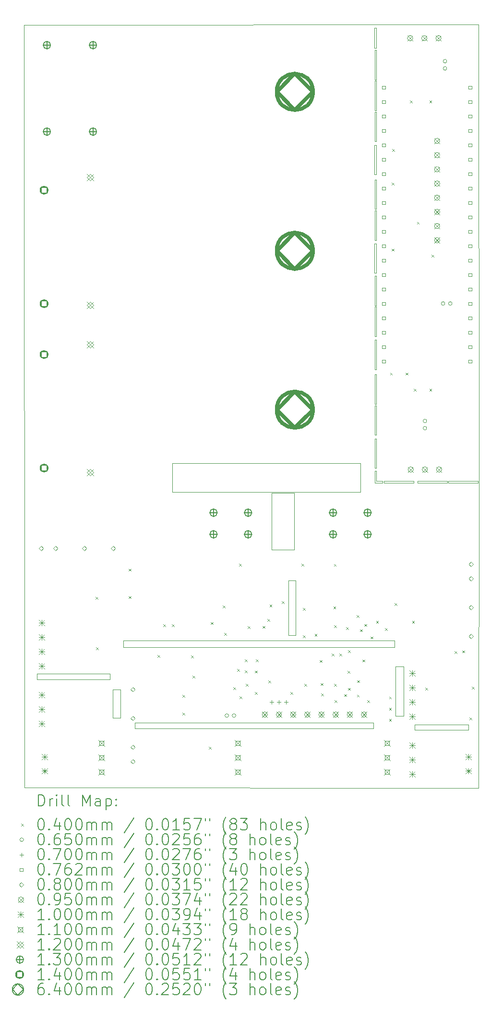
<source format=gbr>
%TF.GenerationSoftware,KiCad,Pcbnew,7.0.9*%
%TF.CreationDate,2024-01-28T15:24:34+05:30*%
%TF.ProjectId,Inverter,496e7665-7274-4657-922e-6b696361645f,rev?*%
%TF.SameCoordinates,Original*%
%TF.FileFunction,Drillmap*%
%TF.FilePolarity,Positive*%
%FSLAX45Y45*%
G04 Gerber Fmt 4.5, Leading zero omitted, Abs format (unit mm)*
G04 Created by KiCad (PCBNEW 7.0.9) date 2024-01-28 15:24:34*
%MOMM*%
%LPD*%
G01*
G04 APERTURE LIST*
%ADD10C,0.100000*%
%ADD11C,0.200000*%
%ADD12C,0.110000*%
%ADD13C,0.120000*%
%ADD14C,0.130000*%
%ADD15C,0.140000*%
%ADD16C,0.640000*%
G04 APERTURE END LIST*
D10*
X7508000Y-4478000D02*
X7537000Y-4478000D01*
X7537000Y-5000000D01*
X7508000Y-5000000D01*
X7508000Y-4478000D01*
X3935000Y-10668880D02*
X7256780Y-10668880D01*
X7256780Y-11174720D01*
X3935000Y-11174720D01*
X3935000Y-10668880D01*
X8265000Y-10984000D02*
X8787000Y-10984000D01*
X8787000Y-11013000D01*
X8265000Y-11013000D01*
X8265000Y-10984000D01*
X7510000Y-8496000D02*
X7534000Y-8496000D01*
X7534000Y-9018000D01*
X7510000Y-9018000D01*
X7510000Y-8496000D01*
X8808000Y-10984000D02*
X9330000Y-10984000D01*
X9330000Y-11013000D01*
X8808000Y-11013000D01*
X8808000Y-10984000D01*
X1547240Y-14373860D02*
X2837180Y-14373860D01*
X2837180Y-14480540D01*
X1547240Y-14480540D01*
X1547240Y-14373860D01*
X7510000Y-10233000D02*
X7534000Y-10233000D01*
X7534000Y-10755000D01*
X7510000Y-10755000D01*
X7510000Y-10233000D01*
X7675000Y-10986000D02*
X8197000Y-10986000D01*
X8197000Y-11015000D01*
X7675000Y-11015000D01*
X7675000Y-10986000D01*
X7535000Y-10985000D02*
X7650000Y-10985000D01*
X7650000Y-11015000D01*
X7510000Y-11015000D01*
X7510000Y-10805000D01*
X7535000Y-10805000D01*
X7535000Y-10985000D01*
X9350000Y-10764000D02*
X9350120Y-10764220D01*
X9344660Y-16393160D01*
X1330960Y-16383000D01*
X1320800Y-2997200D01*
X1323340Y-2943860D01*
X9345000Y-2940000D01*
X9350000Y-10764000D01*
X7508000Y-3933000D02*
X7537000Y-3933000D01*
X7537000Y-4455000D01*
X7508000Y-4455000D01*
X7508000Y-3933000D01*
X8215700Y-15273020D02*
X9166860Y-15273020D01*
X9166860Y-15367000D01*
X8215700Y-15367000D01*
X8215700Y-15273020D01*
X7507000Y-6798000D02*
X7536000Y-6798000D01*
X7536000Y-7320000D01*
X7507000Y-7320000D01*
X7507000Y-6798000D01*
X7511000Y-9650000D02*
X7535000Y-9650000D01*
X7535000Y-10172000D01*
X7511000Y-10172000D01*
X7511000Y-9650000D01*
X7511000Y-7368000D02*
X7535000Y-7368000D01*
X7535000Y-7890000D01*
X7511000Y-7890000D01*
X7511000Y-7368000D01*
X5986780Y-12733020D02*
X6118860Y-12733020D01*
X6118860Y-13703300D01*
X5986780Y-13703300D01*
X5986780Y-12733020D01*
X7511000Y-7913000D02*
X7535000Y-7913000D01*
X7535000Y-8435000D01*
X7511000Y-8435000D01*
X7511000Y-7913000D01*
X2885440Y-14654920D02*
X3025140Y-14654920D01*
X3025140Y-15158720D01*
X2885440Y-15158720D01*
X2885440Y-14654920D01*
X7511000Y-9105000D02*
X7535000Y-9105000D01*
X7535000Y-9627000D01*
X7511000Y-9627000D01*
X7511000Y-9105000D01*
X7879080Y-14251360D02*
X8016240Y-14251360D01*
X8016240Y-15123160D01*
X7879080Y-15123160D01*
X7879080Y-14251360D01*
X7508000Y-5670000D02*
X7537000Y-5670000D01*
X7537000Y-6192000D01*
X7508000Y-6192000D01*
X7508000Y-5670000D01*
X7508000Y-3390000D02*
X7537000Y-3390000D01*
X7537000Y-3912000D01*
X7508000Y-3912000D01*
X7508000Y-3390000D01*
X7507000Y-5061000D02*
X7536000Y-5061000D01*
X7536000Y-5583000D01*
X7507000Y-5583000D01*
X7507000Y-5061000D01*
X3274680Y-15245080D02*
X7485380Y-15245080D01*
X7485380Y-15346680D01*
X3274680Y-15346680D01*
X3274680Y-15245080D01*
X3073400Y-13794740D02*
X7856220Y-13794740D01*
X7856220Y-13909440D01*
X3073400Y-13909440D01*
X3073400Y-13794740D01*
X7508000Y-6215000D02*
X7537000Y-6215000D01*
X7537000Y-6737000D01*
X7508000Y-6737000D01*
X7508000Y-6215000D01*
X5689600Y-11189740D02*
X6093460Y-11189740D01*
X6093460Y-12194540D01*
X5689600Y-12194540D01*
X5689600Y-11189740D01*
X7506000Y-2997000D02*
X7535000Y-2997000D01*
X7535000Y-3354540D01*
X7506000Y-3354540D01*
X7506000Y-2997000D01*
D11*
D10*
X2583500Y-13022900D02*
X2623500Y-13062900D01*
X2623500Y-13022900D02*
X2583500Y-13062900D01*
X2593700Y-13911900D02*
X2633700Y-13951900D01*
X2633700Y-13911900D02*
X2593700Y-13951900D01*
X3167700Y-12527600D02*
X3207700Y-12567600D01*
X3207700Y-12527600D02*
X3167700Y-12567600D01*
X3167700Y-13010200D02*
X3207700Y-13050200D01*
X3207700Y-13010200D02*
X3167700Y-13050200D01*
X3678240Y-14046520D02*
X3718240Y-14086520D01*
X3718240Y-14046520D02*
X3678240Y-14086520D01*
X3777300Y-13505500D02*
X3817300Y-13545500D01*
X3817300Y-13505500D02*
X3777300Y-13545500D01*
X3929700Y-13505500D02*
X3969700Y-13545500D01*
X3969700Y-13505500D02*
X3929700Y-13545500D01*
X4115120Y-14753870D02*
X4155120Y-14793870D01*
X4155120Y-14753870D02*
X4115120Y-14793870D01*
X4115120Y-15066370D02*
X4155120Y-15106370D01*
X4155120Y-15066370D02*
X4115120Y-15106370D01*
X4272600Y-14059220D02*
X4312600Y-14099220D01*
X4312600Y-14059220D02*
X4272600Y-14099220D01*
X4298000Y-14414820D02*
X4338000Y-14454820D01*
X4338000Y-14414820D02*
X4298000Y-14454820D01*
X4585060Y-15664500D02*
X4625060Y-15704500D01*
X4625060Y-15664500D02*
X4585060Y-15704500D01*
X4615500Y-13467400D02*
X4655500Y-13507400D01*
X4655500Y-13467400D02*
X4615500Y-13507400D01*
X4828750Y-13177750D02*
X4868750Y-13217750D01*
X4868750Y-13177750D02*
X4828750Y-13217750D01*
X4852950Y-13657900D02*
X4892950Y-13697900D01*
X4892950Y-13657900D02*
X4852950Y-13697900D01*
X5016820Y-14615480D02*
X5056820Y-14655480D01*
X5056820Y-14615480D02*
X5016820Y-14655480D01*
X5085400Y-14293690D02*
X5125400Y-14333690D01*
X5125400Y-14293690D02*
X5085400Y-14333690D01*
X5114800Y-12438700D02*
X5154800Y-12478700D01*
X5154800Y-12438700D02*
X5114800Y-12478700D01*
X5125000Y-14775000D02*
X5165000Y-14815000D01*
X5165000Y-14775000D02*
X5125000Y-14815000D01*
X5220020Y-14125260D02*
X5260020Y-14165260D01*
X5260020Y-14125260D02*
X5220020Y-14165260D01*
X5220020Y-14321780D02*
X5260020Y-14361780D01*
X5260020Y-14321780D02*
X5220020Y-14361780D01*
X5237800Y-14557110D02*
X5277800Y-14597110D01*
X5277800Y-14557110D02*
X5237800Y-14597110D01*
X5272065Y-13538094D02*
X5312065Y-13578094D01*
X5312065Y-13538094D02*
X5272065Y-13578094D01*
X5395280Y-14702010D02*
X5435280Y-14742010D01*
X5435280Y-14702010D02*
X5395280Y-14742010D01*
X5396810Y-14324320D02*
X5436810Y-14364320D01*
X5436810Y-14324320D02*
X5396810Y-14364320D01*
X5413060Y-14122720D02*
X5453060Y-14162720D01*
X5453060Y-14122720D02*
X5413060Y-14162720D01*
X5529420Y-13536070D02*
X5569420Y-13576070D01*
X5569420Y-13536070D02*
X5529420Y-13576070D01*
X5616260Y-13411240D02*
X5656260Y-13451240D01*
X5656260Y-13411240D02*
X5616260Y-13451240D01*
X5636580Y-14496100D02*
X5676580Y-14536100D01*
X5676580Y-14496100D02*
X5636580Y-14536100D01*
X5655000Y-13160000D02*
X5695000Y-13200000D01*
X5695000Y-13160000D02*
X5655000Y-13200000D01*
X5872800Y-13099100D02*
X5912800Y-13139100D01*
X5912800Y-13099100D02*
X5872800Y-13139100D01*
X6020120Y-14702010D02*
X6060120Y-14742010D01*
X6060120Y-14702010D02*
X6020120Y-14742010D01*
X6218520Y-12438700D02*
X6258520Y-12478700D01*
X6258520Y-12438700D02*
X6218520Y-12478700D01*
X6243640Y-13218480D02*
X6283640Y-13258480D01*
X6283640Y-13218480D02*
X6243640Y-13258480D01*
X6246180Y-13701080D02*
X6286180Y-13741080D01*
X6286180Y-13701080D02*
X6246180Y-13741080D01*
X6271580Y-14557110D02*
X6311580Y-14597110D01*
X6311580Y-14557110D02*
X6271580Y-14597110D01*
X6450610Y-13675680D02*
X6490610Y-13715680D01*
X6490610Y-13675680D02*
X6450610Y-13715680D01*
X6538280Y-14137960D02*
X6578280Y-14177960D01*
X6578280Y-14137960D02*
X6538280Y-14177960D01*
X6553520Y-14544360D02*
X6593520Y-14584360D01*
X6593520Y-14544360D02*
X6553520Y-14584360D01*
X6563680Y-14727240D02*
X6603680Y-14767240D01*
X6603680Y-14727240D02*
X6563680Y-14767240D01*
X6754180Y-14021120D02*
X6794180Y-14061120D01*
X6794180Y-14021120D02*
X6754180Y-14061120D01*
X6780000Y-13195530D02*
X6820000Y-13235530D01*
X6820000Y-13195530D02*
X6780000Y-13235530D01*
X6790000Y-12445000D02*
X6830000Y-12485000D01*
X6830000Y-12445000D02*
X6790000Y-12485000D01*
X6794820Y-13520740D02*
X6834820Y-13560740D01*
X6834820Y-13520740D02*
X6794820Y-13560740D01*
X6794820Y-14557060D02*
X6834820Y-14597060D01*
X6834820Y-14557060D02*
X6794820Y-14597060D01*
X6800600Y-14844080D02*
X6840600Y-14884080D01*
X6840600Y-14844080D02*
X6800600Y-14884080D01*
X6883720Y-14023660D02*
X6923720Y-14063660D01*
X6923720Y-14023660D02*
X6883720Y-14063660D01*
X6970080Y-14737400D02*
X7010080Y-14777400D01*
X7010080Y-14737400D02*
X6970080Y-14777400D01*
X7005000Y-13555000D02*
X7045000Y-13595000D01*
X7045000Y-13555000D02*
X7005000Y-13595000D01*
X7028500Y-14326860D02*
X7068500Y-14366860D01*
X7068500Y-14326860D02*
X7028500Y-14366860D01*
X7036120Y-13962700D02*
X7076120Y-14002700D01*
X7076120Y-13962700D02*
X7036120Y-14002700D01*
X7038660Y-14628180D02*
X7078660Y-14668180D01*
X7078660Y-14628180D02*
X7038660Y-14668180D01*
X7192590Y-13345480D02*
X7232590Y-13385480D01*
X7232590Y-13345480D02*
X7192590Y-13385480D01*
X7196140Y-14747560D02*
X7236140Y-14787560D01*
X7236140Y-14747560D02*
X7196140Y-14787560D01*
X7201220Y-14493560D02*
X7241220Y-14533560D01*
X7241220Y-14493560D02*
X7201220Y-14533560D01*
X7249480Y-13594400D02*
X7289480Y-13634400D01*
X7289480Y-13594400D02*
X7249480Y-13634400D01*
X7295200Y-14127800D02*
X7335200Y-14167800D01*
X7335200Y-14127800D02*
X7295200Y-14167800D01*
X7325680Y-13502960D02*
X7365680Y-13542960D01*
X7365680Y-13502960D02*
X7325680Y-13542960D01*
X7380000Y-14845000D02*
X7420000Y-14885000D01*
X7420000Y-14845000D02*
X7380000Y-14885000D01*
X7439980Y-13721400D02*
X7479980Y-13761400D01*
X7479980Y-13721400D02*
X7439980Y-13761400D01*
X7533960Y-13449620D02*
X7573960Y-13489620D01*
X7573960Y-13449620D02*
X7533960Y-13489620D01*
X7691440Y-13576620D02*
X7731440Y-13616620D01*
X7731440Y-13576620D02*
X7691440Y-13616620D01*
X7763460Y-14780580D02*
X7803460Y-14820580D01*
X7803460Y-14780580D02*
X7763460Y-14820580D01*
X7763460Y-14978700D02*
X7803460Y-15018700D01*
X7803460Y-14978700D02*
X7763460Y-15018700D01*
X7763460Y-15176820D02*
X7803460Y-15216820D01*
X7803460Y-15176820D02*
X7763460Y-15216820D01*
X7780000Y-9075000D02*
X7820000Y-9115000D01*
X7820000Y-9075000D02*
X7780000Y-9115000D01*
X7810000Y-5725000D02*
X7850000Y-5765000D01*
X7850000Y-5725000D02*
X7810000Y-5765000D01*
X7810000Y-6890000D02*
X7850000Y-6930000D01*
X7850000Y-6890000D02*
X7810000Y-6930000D01*
X7815000Y-5135000D02*
X7855000Y-5175000D01*
X7855000Y-5135000D02*
X7815000Y-5175000D01*
X7861620Y-13134660D02*
X7901620Y-13174660D01*
X7901620Y-13134660D02*
X7861620Y-13174660D01*
X8055000Y-9075000D02*
X8095000Y-9115000D01*
X8095000Y-9075000D02*
X8055000Y-9115000D01*
X8130000Y-4275000D02*
X8170000Y-4315000D01*
X8170000Y-4275000D02*
X8130000Y-4315000D01*
X8170000Y-13450000D02*
X8210000Y-13490000D01*
X8210000Y-13450000D02*
X8170000Y-13490000D01*
X8200000Y-9360000D02*
X8240000Y-9400000D01*
X8240000Y-9360000D02*
X8200000Y-9400000D01*
X8255000Y-6415000D02*
X8295000Y-6455000D01*
X8295000Y-6415000D02*
X8255000Y-6455000D01*
X8402640Y-14625640D02*
X8442640Y-14665640D01*
X8442640Y-14625640D02*
X8402640Y-14665640D01*
X8475000Y-4280000D02*
X8515000Y-4320000D01*
X8515000Y-4280000D02*
X8475000Y-4320000D01*
X8475000Y-9360000D02*
X8515000Y-9400000D01*
X8515000Y-9360000D02*
X8475000Y-9400000D01*
X8510000Y-6995000D02*
X8550000Y-7035000D01*
X8550000Y-6995000D02*
X8510000Y-7035000D01*
X8918260Y-13980480D02*
X8958260Y-14020480D01*
X8958260Y-13980480D02*
X8918260Y-14020480D01*
X9055420Y-13967780D02*
X9095420Y-14007780D01*
X9095420Y-13967780D02*
X9055420Y-14007780D01*
X9179880Y-15151420D02*
X9219880Y-15191420D01*
X9219880Y-15151420D02*
X9179880Y-15191420D01*
X9223060Y-14607860D02*
X9263060Y-14647860D01*
X9263060Y-14607860D02*
X9223060Y-14647860D01*
X4932500Y-15115000D02*
G75*
G03*
X4932500Y-15115000I-32500J0D01*
G01*
X5059500Y-15115000D02*
G75*
G03*
X5059500Y-15115000I-32500J0D01*
G01*
X8427500Y-9925000D02*
G75*
G03*
X8427500Y-9925000I-32500J0D01*
G01*
X8427500Y-10052000D02*
G75*
G03*
X8427500Y-10052000I-32500J0D01*
G01*
X8747500Y-7855000D02*
G75*
G03*
X8747500Y-7855000I-32500J0D01*
G01*
X8782500Y-3585000D02*
G75*
G03*
X8782500Y-3585000I-32500J0D01*
G01*
X8782500Y-3712000D02*
G75*
G03*
X8782500Y-3712000I-32500J0D01*
G01*
X8874500Y-7855000D02*
G75*
G03*
X8874500Y-7855000I-32500J0D01*
G01*
X5692140Y-14839240D02*
X5692140Y-14909240D01*
X5657140Y-14874240D02*
X5727140Y-14874240D01*
X5819140Y-14839240D02*
X5819140Y-14909240D01*
X5784140Y-14874240D02*
X5854140Y-14874240D01*
X5946140Y-14839240D02*
X5946140Y-14909240D01*
X5911140Y-14874240D02*
X5981140Y-14874240D01*
X7694941Y-4073941D02*
X7694941Y-4020059D01*
X7641059Y-4020059D01*
X7641059Y-4073941D01*
X7694941Y-4073941D01*
X7694941Y-4327941D02*
X7694941Y-4274059D01*
X7641059Y-4274059D01*
X7641059Y-4327941D01*
X7694941Y-4327941D01*
X7694941Y-4581941D02*
X7694941Y-4528059D01*
X7641059Y-4528059D01*
X7641059Y-4581941D01*
X7694941Y-4581941D01*
X7694941Y-4835941D02*
X7694941Y-4782059D01*
X7641059Y-4782059D01*
X7641059Y-4835941D01*
X7694941Y-4835941D01*
X7694941Y-5089941D02*
X7694941Y-5036059D01*
X7641059Y-5036059D01*
X7641059Y-5089941D01*
X7694941Y-5089941D01*
X7694941Y-5343941D02*
X7694941Y-5290059D01*
X7641059Y-5290059D01*
X7641059Y-5343941D01*
X7694941Y-5343941D01*
X7694941Y-5597941D02*
X7694941Y-5544059D01*
X7641059Y-5544059D01*
X7641059Y-5597941D01*
X7694941Y-5597941D01*
X7694941Y-5851941D02*
X7694941Y-5798059D01*
X7641059Y-5798059D01*
X7641059Y-5851941D01*
X7694941Y-5851941D01*
X7694941Y-6105941D02*
X7694941Y-6052059D01*
X7641059Y-6052059D01*
X7641059Y-6105941D01*
X7694941Y-6105941D01*
X7694941Y-6359941D02*
X7694941Y-6306059D01*
X7641059Y-6306059D01*
X7641059Y-6359941D01*
X7694941Y-6359941D01*
X7694941Y-6613941D02*
X7694941Y-6560059D01*
X7641059Y-6560059D01*
X7641059Y-6613941D01*
X7694941Y-6613941D01*
X7694941Y-6867941D02*
X7694941Y-6814059D01*
X7641059Y-6814059D01*
X7641059Y-6867941D01*
X7694941Y-6867941D01*
X7694941Y-7121941D02*
X7694941Y-7068059D01*
X7641059Y-7068059D01*
X7641059Y-7121941D01*
X7694941Y-7121941D01*
X7694941Y-7375941D02*
X7694941Y-7322059D01*
X7641059Y-7322059D01*
X7641059Y-7375941D01*
X7694941Y-7375941D01*
X7694941Y-7629941D02*
X7694941Y-7576059D01*
X7641059Y-7576059D01*
X7641059Y-7629941D01*
X7694941Y-7629941D01*
X7694941Y-7883941D02*
X7694941Y-7830059D01*
X7641059Y-7830059D01*
X7641059Y-7883941D01*
X7694941Y-7883941D01*
X7694941Y-8137941D02*
X7694941Y-8084059D01*
X7641059Y-8084059D01*
X7641059Y-8137941D01*
X7694941Y-8137941D01*
X7694941Y-8391941D02*
X7694941Y-8338059D01*
X7641059Y-8338059D01*
X7641059Y-8391941D01*
X7694941Y-8391941D01*
X7694941Y-8645941D02*
X7694941Y-8592059D01*
X7641059Y-8592059D01*
X7641059Y-8645941D01*
X7694941Y-8645941D01*
X7694941Y-8899941D02*
X7694941Y-8846059D01*
X7641059Y-8846059D01*
X7641059Y-8899941D01*
X7694941Y-8899941D01*
X9218941Y-4073941D02*
X9218941Y-4020059D01*
X9165059Y-4020059D01*
X9165059Y-4073941D01*
X9218941Y-4073941D01*
X9218941Y-4327941D02*
X9218941Y-4274059D01*
X9165059Y-4274059D01*
X9165059Y-4327941D01*
X9218941Y-4327941D01*
X9218941Y-4581941D02*
X9218941Y-4528059D01*
X9165059Y-4528059D01*
X9165059Y-4581941D01*
X9218941Y-4581941D01*
X9218941Y-4835941D02*
X9218941Y-4782059D01*
X9165059Y-4782059D01*
X9165059Y-4835941D01*
X9218941Y-4835941D01*
X9218941Y-5089941D02*
X9218941Y-5036059D01*
X9165059Y-5036059D01*
X9165059Y-5089941D01*
X9218941Y-5089941D01*
X9218941Y-5343941D02*
X9218941Y-5290059D01*
X9165059Y-5290059D01*
X9165059Y-5343941D01*
X9218941Y-5343941D01*
X9218941Y-5597941D02*
X9218941Y-5544059D01*
X9165059Y-5544059D01*
X9165059Y-5597941D01*
X9218941Y-5597941D01*
X9218941Y-5851941D02*
X9218941Y-5798059D01*
X9165059Y-5798059D01*
X9165059Y-5851941D01*
X9218941Y-5851941D01*
X9218941Y-6105941D02*
X9218941Y-6052059D01*
X9165059Y-6052059D01*
X9165059Y-6105941D01*
X9218941Y-6105941D01*
X9218941Y-6359941D02*
X9218941Y-6306059D01*
X9165059Y-6306059D01*
X9165059Y-6359941D01*
X9218941Y-6359941D01*
X9218941Y-6613941D02*
X9218941Y-6560059D01*
X9165059Y-6560059D01*
X9165059Y-6613941D01*
X9218941Y-6613941D01*
X9218941Y-6867941D02*
X9218941Y-6814059D01*
X9165059Y-6814059D01*
X9165059Y-6867941D01*
X9218941Y-6867941D01*
X9218941Y-7121941D02*
X9218941Y-7068059D01*
X9165059Y-7068059D01*
X9165059Y-7121941D01*
X9218941Y-7121941D01*
X9218941Y-7375941D02*
X9218941Y-7322059D01*
X9165059Y-7322059D01*
X9165059Y-7375941D01*
X9218941Y-7375941D01*
X9218941Y-7629941D02*
X9218941Y-7576059D01*
X9165059Y-7576059D01*
X9165059Y-7629941D01*
X9218941Y-7629941D01*
X9218941Y-7883941D02*
X9218941Y-7830059D01*
X9165059Y-7830059D01*
X9165059Y-7883941D01*
X9218941Y-7883941D01*
X9218941Y-8137941D02*
X9218941Y-8084059D01*
X9165059Y-8084059D01*
X9165059Y-8137941D01*
X9218941Y-8137941D01*
X9218941Y-8391941D02*
X9218941Y-8338059D01*
X9165059Y-8338059D01*
X9165059Y-8391941D01*
X9218941Y-8391941D01*
X9218941Y-8645941D02*
X9218941Y-8592059D01*
X9165059Y-8592059D01*
X9165059Y-8645941D01*
X9218941Y-8645941D01*
X9218941Y-8899941D02*
X9218941Y-8846059D01*
X9165059Y-8846059D01*
X9165059Y-8899941D01*
X9218941Y-8899941D01*
X1625600Y-12206600D02*
X1665600Y-12166600D01*
X1625600Y-12126600D01*
X1585600Y-12166600D01*
X1625600Y-12206600D01*
X1879600Y-12206600D02*
X1919600Y-12166600D01*
X1879600Y-12126600D01*
X1839600Y-12166600D01*
X1879600Y-12206600D01*
X2387600Y-12206600D02*
X2427600Y-12166600D01*
X2387600Y-12126600D01*
X2347600Y-12166600D01*
X2387600Y-12206600D01*
X2895600Y-12206600D02*
X2935600Y-12166600D01*
X2895600Y-12126600D01*
X2855600Y-12166600D01*
X2895600Y-12206600D01*
X3241180Y-14692820D02*
X3281180Y-14652820D01*
X3241180Y-14612820D01*
X3201180Y-14652820D01*
X3241180Y-14692820D01*
X3241180Y-15200820D02*
X3281180Y-15160820D01*
X3241180Y-15120820D01*
X3201180Y-15160820D01*
X3241180Y-15200820D01*
X3241180Y-15708820D02*
X3281180Y-15668820D01*
X3241180Y-15628820D01*
X3201180Y-15668820D01*
X3241180Y-15708820D01*
X3241180Y-15962820D02*
X3281180Y-15922820D01*
X3241180Y-15882820D01*
X3201180Y-15922820D01*
X3241180Y-15962820D01*
X9207500Y-12486000D02*
X9247500Y-12446000D01*
X9207500Y-12406000D01*
X9167500Y-12446000D01*
X9207500Y-12486000D01*
X9207500Y-12740000D02*
X9247500Y-12700000D01*
X9207500Y-12660000D01*
X9167500Y-12700000D01*
X9207500Y-12740000D01*
X9207500Y-13248000D02*
X9247500Y-13208000D01*
X9207500Y-13168000D01*
X9167500Y-13208000D01*
X9207500Y-13248000D01*
X9207500Y-13756000D02*
X9247500Y-13716000D01*
X9207500Y-13676000D01*
X9167500Y-13716000D01*
X9207500Y-13756000D01*
X5523100Y-15050260D02*
X5618100Y-15145260D01*
X5618100Y-15050260D02*
X5523100Y-15145260D01*
X5618100Y-15097760D02*
G75*
G03*
X5618100Y-15097760I-47500J0D01*
G01*
X5773100Y-15050260D02*
X5868100Y-15145260D01*
X5868100Y-15050260D02*
X5773100Y-15145260D01*
X5868100Y-15097760D02*
G75*
G03*
X5868100Y-15097760I-47500J0D01*
G01*
X6023100Y-15050260D02*
X6118100Y-15145260D01*
X6118100Y-15050260D02*
X6023100Y-15145260D01*
X6118100Y-15097760D02*
G75*
G03*
X6118100Y-15097760I-47500J0D01*
G01*
X6273100Y-15050260D02*
X6368100Y-15145260D01*
X6368100Y-15050260D02*
X6273100Y-15145260D01*
X6368100Y-15097760D02*
G75*
G03*
X6368100Y-15097760I-47500J0D01*
G01*
X6523100Y-15050260D02*
X6618100Y-15145260D01*
X6618100Y-15050260D02*
X6523100Y-15145260D01*
X6618100Y-15097760D02*
G75*
G03*
X6618100Y-15097760I-47500J0D01*
G01*
X6773100Y-15050260D02*
X6868100Y-15145260D01*
X6868100Y-15050260D02*
X6773100Y-15145260D01*
X6868100Y-15097760D02*
G75*
G03*
X6868100Y-15097760I-47500J0D01*
G01*
X7023100Y-15050260D02*
X7118100Y-15145260D01*
X7118100Y-15050260D02*
X7023100Y-15145260D01*
X7118100Y-15097760D02*
G75*
G03*
X7118100Y-15097760I-47500J0D01*
G01*
X7273100Y-15050260D02*
X7368100Y-15145260D01*
X7368100Y-15050260D02*
X7273100Y-15145260D01*
X7368100Y-15097760D02*
G75*
G03*
X7368100Y-15097760I-47500J0D01*
G01*
X8087500Y-3132500D02*
X8182500Y-3227500D01*
X8182500Y-3132500D02*
X8087500Y-3227500D01*
X8182500Y-3180000D02*
G75*
G03*
X8182500Y-3180000I-47500J0D01*
G01*
X8097500Y-10732500D02*
X8192500Y-10827500D01*
X8192500Y-10732500D02*
X8097500Y-10827500D01*
X8192500Y-10780000D02*
G75*
G03*
X8192500Y-10780000I-47500J0D01*
G01*
X8337500Y-3132500D02*
X8432500Y-3227500D01*
X8432500Y-3132500D02*
X8337500Y-3227500D01*
X8432500Y-3180000D02*
G75*
G03*
X8432500Y-3180000I-47500J0D01*
G01*
X8347500Y-10732500D02*
X8442500Y-10827500D01*
X8442500Y-10732500D02*
X8347500Y-10827500D01*
X8442500Y-10780000D02*
G75*
G03*
X8442500Y-10780000I-47500J0D01*
G01*
X8562500Y-4942500D02*
X8657500Y-5037500D01*
X8657500Y-4942500D02*
X8562500Y-5037500D01*
X8657500Y-4990000D02*
G75*
G03*
X8657500Y-4990000I-47500J0D01*
G01*
X8562500Y-5192500D02*
X8657500Y-5287500D01*
X8657500Y-5192500D02*
X8562500Y-5287500D01*
X8657500Y-5240000D02*
G75*
G03*
X8657500Y-5240000I-47500J0D01*
G01*
X8562500Y-5442500D02*
X8657500Y-5537500D01*
X8657500Y-5442500D02*
X8562500Y-5537500D01*
X8657500Y-5490000D02*
G75*
G03*
X8657500Y-5490000I-47500J0D01*
G01*
X8562500Y-5692500D02*
X8657500Y-5787500D01*
X8657500Y-5692500D02*
X8562500Y-5787500D01*
X8657500Y-5740000D02*
G75*
G03*
X8657500Y-5740000I-47500J0D01*
G01*
X8562500Y-5942500D02*
X8657500Y-6037500D01*
X8657500Y-5942500D02*
X8562500Y-6037500D01*
X8657500Y-5990000D02*
G75*
G03*
X8657500Y-5990000I-47500J0D01*
G01*
X8562500Y-6192500D02*
X8657500Y-6287500D01*
X8657500Y-6192500D02*
X8562500Y-6287500D01*
X8657500Y-6240000D02*
G75*
G03*
X8657500Y-6240000I-47500J0D01*
G01*
X8562500Y-6442500D02*
X8657500Y-6537500D01*
X8657500Y-6442500D02*
X8562500Y-6537500D01*
X8657500Y-6490000D02*
G75*
G03*
X8657500Y-6490000I-47500J0D01*
G01*
X8562500Y-6692500D02*
X8657500Y-6787500D01*
X8657500Y-6692500D02*
X8562500Y-6787500D01*
X8657500Y-6740000D02*
G75*
G03*
X8657500Y-6740000I-47500J0D01*
G01*
X8587500Y-3132500D02*
X8682500Y-3227500D01*
X8682500Y-3132500D02*
X8587500Y-3227500D01*
X8682500Y-3180000D02*
G75*
G03*
X8682500Y-3180000I-47500J0D01*
G01*
X8597500Y-10732500D02*
X8692500Y-10827500D01*
X8692500Y-10732500D02*
X8597500Y-10827500D01*
X8692500Y-10780000D02*
G75*
G03*
X8692500Y-10780000I-47500J0D01*
G01*
X1586500Y-13431550D02*
X1686500Y-13531550D01*
X1686500Y-13431550D02*
X1586500Y-13531550D01*
X1636500Y-13431550D02*
X1636500Y-13531550D01*
X1586500Y-13481550D02*
X1686500Y-13481550D01*
X1586500Y-13685550D02*
X1686500Y-13785550D01*
X1686500Y-13685550D02*
X1586500Y-13785550D01*
X1636500Y-13685550D02*
X1636500Y-13785550D01*
X1586500Y-13735550D02*
X1686500Y-13735550D01*
X1586500Y-13939550D02*
X1686500Y-14039550D01*
X1686500Y-13939550D02*
X1586500Y-14039550D01*
X1636500Y-13939550D02*
X1636500Y-14039550D01*
X1586500Y-13989550D02*
X1686500Y-13989550D01*
X1586500Y-14193550D02*
X1686500Y-14293550D01*
X1686500Y-14193550D02*
X1586500Y-14293550D01*
X1636500Y-14193550D02*
X1636500Y-14293550D01*
X1586500Y-14243550D02*
X1686500Y-14243550D01*
X1586500Y-14701550D02*
X1686500Y-14801550D01*
X1686500Y-14701550D02*
X1586500Y-14801550D01*
X1636500Y-14701550D02*
X1636500Y-14801550D01*
X1586500Y-14751550D02*
X1686500Y-14751550D01*
X1586500Y-14955550D02*
X1686500Y-15055550D01*
X1686500Y-14955550D02*
X1586500Y-15055550D01*
X1636500Y-14955550D02*
X1636500Y-15055550D01*
X1586500Y-15005550D02*
X1686500Y-15005550D01*
X1586500Y-15209550D02*
X1686500Y-15309550D01*
X1686500Y-15209550D02*
X1586500Y-15309550D01*
X1636500Y-15209550D02*
X1636500Y-15309550D01*
X1586500Y-15259550D02*
X1686500Y-15259550D01*
X1633580Y-15791440D02*
X1733580Y-15891440D01*
X1733580Y-15791440D02*
X1633580Y-15891440D01*
X1683580Y-15791440D02*
X1683580Y-15891440D01*
X1633580Y-15841440D02*
X1733580Y-15841440D01*
X1633580Y-16041440D02*
X1733580Y-16141440D01*
X1733580Y-16041440D02*
X1633580Y-16141440D01*
X1683580Y-16041440D02*
X1683580Y-16141440D01*
X1633580Y-16091440D02*
X1733580Y-16091440D01*
X8124460Y-14315470D02*
X8224460Y-14415470D01*
X8224460Y-14315470D02*
X8124460Y-14415470D01*
X8174460Y-14315470D02*
X8174460Y-14415470D01*
X8124460Y-14365470D02*
X8224460Y-14365470D01*
X8124460Y-14569470D02*
X8224460Y-14669470D01*
X8224460Y-14569470D02*
X8124460Y-14669470D01*
X8174460Y-14569470D02*
X8174460Y-14669470D01*
X8124460Y-14619470D02*
X8224460Y-14619470D01*
X8124460Y-14823470D02*
X8224460Y-14923470D01*
X8224460Y-14823470D02*
X8124460Y-14923470D01*
X8174460Y-14823470D02*
X8174460Y-14923470D01*
X8124460Y-14873470D02*
X8224460Y-14873470D01*
X8124460Y-15077470D02*
X8224460Y-15177470D01*
X8224460Y-15077470D02*
X8124460Y-15177470D01*
X8174460Y-15077470D02*
X8174460Y-15177470D01*
X8124460Y-15127470D02*
X8224460Y-15127470D01*
X8124460Y-15585470D02*
X8224460Y-15685470D01*
X8224460Y-15585470D02*
X8124460Y-15685470D01*
X8174460Y-15585470D02*
X8174460Y-15685470D01*
X8124460Y-15635470D02*
X8224460Y-15635470D01*
X8124460Y-15839470D02*
X8224460Y-15939470D01*
X8224460Y-15839470D02*
X8124460Y-15939470D01*
X8174460Y-15839470D02*
X8174460Y-15939470D01*
X8124460Y-15889470D02*
X8224460Y-15889470D01*
X8124460Y-16093470D02*
X8224460Y-16193470D01*
X8224460Y-16093470D02*
X8124460Y-16193470D01*
X8174460Y-16093470D02*
X8174460Y-16193470D01*
X8124460Y-16143470D02*
X8224460Y-16143470D01*
X9112220Y-15791440D02*
X9212220Y-15891440D01*
X9212220Y-15791440D02*
X9112220Y-15891440D01*
X9162220Y-15791440D02*
X9162220Y-15891440D01*
X9112220Y-15841440D02*
X9212220Y-15841440D01*
X9112220Y-16041440D02*
X9212220Y-16141440D01*
X9212220Y-16041440D02*
X9112220Y-16141440D01*
X9162220Y-16041440D02*
X9162220Y-16141440D01*
X9112220Y-16091440D02*
X9212220Y-16091440D01*
D12*
X2632320Y-15548220D02*
X2742320Y-15658220D01*
X2742320Y-15548220D02*
X2632320Y-15658220D01*
X2726211Y-15642111D02*
X2726211Y-15564329D01*
X2648429Y-15564329D01*
X2648429Y-15642111D01*
X2726211Y-15642111D01*
X2632320Y-15802220D02*
X2742320Y-15912220D01*
X2742320Y-15802220D02*
X2632320Y-15912220D01*
X2726211Y-15896111D02*
X2726211Y-15818329D01*
X2648429Y-15818329D01*
X2648429Y-15896111D01*
X2726211Y-15896111D01*
X2632320Y-16056220D02*
X2742320Y-16166220D01*
X2742320Y-16056220D02*
X2632320Y-16166220D01*
X2726211Y-16150111D02*
X2726211Y-16072329D01*
X2648429Y-16072329D01*
X2648429Y-16150111D01*
X2726211Y-16150111D01*
X5042780Y-15543140D02*
X5152780Y-15653140D01*
X5152780Y-15543140D02*
X5042780Y-15653140D01*
X5136671Y-15637031D02*
X5136671Y-15559249D01*
X5058889Y-15559249D01*
X5058889Y-15637031D01*
X5136671Y-15637031D01*
X5042780Y-15797140D02*
X5152780Y-15907140D01*
X5152780Y-15797140D02*
X5042780Y-15907140D01*
X5136671Y-15891031D02*
X5136671Y-15813249D01*
X5058889Y-15813249D01*
X5058889Y-15891031D01*
X5136671Y-15891031D01*
X5042780Y-16051140D02*
X5152780Y-16161140D01*
X5152780Y-16051140D02*
X5042780Y-16161140D01*
X5136671Y-16145031D02*
X5136671Y-16067249D01*
X5058889Y-16067249D01*
X5058889Y-16145031D01*
X5136671Y-16145031D01*
X7671680Y-15544450D02*
X7781680Y-15654450D01*
X7781680Y-15544450D02*
X7671680Y-15654450D01*
X7765571Y-15638341D02*
X7765571Y-15560559D01*
X7687789Y-15560559D01*
X7687789Y-15638341D01*
X7765571Y-15638341D01*
X7671680Y-15798450D02*
X7781680Y-15908450D01*
X7781680Y-15798450D02*
X7671680Y-15908450D01*
X7765571Y-15892341D02*
X7765571Y-15814559D01*
X7687789Y-15814559D01*
X7687789Y-15892341D01*
X7765571Y-15892341D01*
X7671680Y-16052450D02*
X7781680Y-16162450D01*
X7781680Y-16052450D02*
X7671680Y-16162450D01*
X7765571Y-16146341D02*
X7765571Y-16068559D01*
X7687789Y-16068559D01*
X7687789Y-16146341D01*
X7765571Y-16146341D01*
D13*
X2429200Y-5571400D02*
X2549200Y-5691400D01*
X2549200Y-5571400D02*
X2429200Y-5691400D01*
X2489200Y-5691400D02*
X2549200Y-5631400D01*
X2489200Y-5571400D01*
X2429200Y-5631400D01*
X2489200Y-5691400D01*
X2429200Y-7821400D02*
X2549200Y-7941400D01*
X2549200Y-7821400D02*
X2429200Y-7941400D01*
X2489200Y-7941400D02*
X2549200Y-7881400D01*
X2489200Y-7821400D01*
X2429200Y-7881400D01*
X2489200Y-7941400D01*
X2429200Y-8517800D02*
X2549200Y-8637800D01*
X2549200Y-8517800D02*
X2429200Y-8637800D01*
X2489200Y-8637800D02*
X2549200Y-8577800D01*
X2489200Y-8517800D01*
X2429200Y-8577800D01*
X2489200Y-8637800D01*
X2429200Y-10767800D02*
X2549200Y-10887800D01*
X2549200Y-10767800D02*
X2429200Y-10887800D01*
X2489200Y-10887800D02*
X2549200Y-10827800D01*
X2489200Y-10767800D01*
X2429200Y-10827800D01*
X2489200Y-10887800D01*
D14*
X1727200Y-3237000D02*
X1727200Y-3367000D01*
X1662200Y-3302000D02*
X1792200Y-3302000D01*
X1792200Y-3302000D02*
G75*
G03*
X1792200Y-3302000I-65000J0D01*
G01*
X1727200Y-4761000D02*
X1727200Y-4891000D01*
X1662200Y-4826000D02*
X1792200Y-4826000D01*
X1792200Y-4826000D02*
G75*
G03*
X1792200Y-4826000I-65000J0D01*
G01*
X2540000Y-3237000D02*
X2540000Y-3367000D01*
X2475000Y-3302000D02*
X2605000Y-3302000D01*
X2605000Y-3302000D02*
G75*
G03*
X2605000Y-3302000I-65000J0D01*
G01*
X2540000Y-4761000D02*
X2540000Y-4891000D01*
X2475000Y-4826000D02*
X2605000Y-4826000D01*
X2605000Y-4826000D02*
G75*
G03*
X2605000Y-4826000I-65000J0D01*
G01*
X4665980Y-11475280D02*
X4665980Y-11605280D01*
X4600980Y-11540280D02*
X4730980Y-11540280D01*
X4730980Y-11540280D02*
G75*
G03*
X4730980Y-11540280I-65000J0D01*
G01*
X4665980Y-11856280D02*
X4665980Y-11986280D01*
X4600980Y-11921280D02*
X4730980Y-11921280D01*
X4730980Y-11921280D02*
G75*
G03*
X4730980Y-11921280I-65000J0D01*
G01*
X5275580Y-11475280D02*
X5275580Y-11605280D01*
X5210580Y-11540280D02*
X5340580Y-11540280D01*
X5340580Y-11540280D02*
G75*
G03*
X5340580Y-11540280I-65000J0D01*
G01*
X5275580Y-11856280D02*
X5275580Y-11986280D01*
X5210580Y-11921280D02*
X5340580Y-11921280D01*
X5340580Y-11921280D02*
G75*
G03*
X5340580Y-11921280I-65000J0D01*
G01*
X6774180Y-11475280D02*
X6774180Y-11605280D01*
X6709180Y-11540280D02*
X6839180Y-11540280D01*
X6839180Y-11540280D02*
G75*
G03*
X6839180Y-11540280I-65000J0D01*
G01*
X6774180Y-11856280D02*
X6774180Y-11986280D01*
X6709180Y-11921280D02*
X6839180Y-11921280D01*
X6839180Y-11921280D02*
G75*
G03*
X6839180Y-11921280I-65000J0D01*
G01*
X7383780Y-11475280D02*
X7383780Y-11605280D01*
X7318780Y-11540280D02*
X7448780Y-11540280D01*
X7448780Y-11540280D02*
G75*
G03*
X7448780Y-11540280I-65000J0D01*
G01*
X7383780Y-11856280D02*
X7383780Y-11986280D01*
X7318780Y-11921280D02*
X7448780Y-11921280D01*
X7448780Y-11921280D02*
G75*
G03*
X7448780Y-11921280I-65000J0D01*
G01*
D15*
X1725898Y-5907498D02*
X1725898Y-5808502D01*
X1626902Y-5808502D01*
X1626902Y-5907498D01*
X1725898Y-5907498D01*
X1746400Y-5858000D02*
G75*
G03*
X1746400Y-5858000I-70000J0D01*
G01*
X1725898Y-7907498D02*
X1725898Y-7808502D01*
X1626902Y-7808502D01*
X1626902Y-7907498D01*
X1725898Y-7907498D01*
X1746400Y-7858000D02*
G75*
G03*
X1746400Y-7858000I-70000J0D01*
G01*
X1725898Y-8803098D02*
X1725898Y-8704102D01*
X1626902Y-8704102D01*
X1626902Y-8803098D01*
X1725898Y-8803098D01*
X1746400Y-8753600D02*
G75*
G03*
X1746400Y-8753600I-70000J0D01*
G01*
X1725898Y-10803098D02*
X1725898Y-10704102D01*
X1626902Y-10704102D01*
X1626902Y-10803098D01*
X1725898Y-10803098D01*
X1746400Y-10753600D02*
G75*
G03*
X1746400Y-10753600I-70000J0D01*
G01*
D16*
X6101080Y-4444980D02*
X6421080Y-4124980D01*
X6101080Y-3804980D01*
X5781080Y-4124980D01*
X6101080Y-4444980D01*
X6421080Y-4124980D02*
G75*
G03*
X6421080Y-4124980I-320000J0D01*
G01*
X6101080Y-7244980D02*
X6421080Y-6924980D01*
X6101080Y-6604980D01*
X5781080Y-6924980D01*
X6101080Y-7244980D01*
X6421080Y-6924980D02*
G75*
G03*
X6421080Y-6924980I-320000J0D01*
G01*
X6101080Y-10044980D02*
X6421080Y-9724980D01*
X6101080Y-9404980D01*
X5781080Y-9724980D01*
X6101080Y-10044980D01*
X6421080Y-9724980D02*
G75*
G03*
X6421080Y-9724980I-320000J0D01*
G01*
D11*
X1576577Y-16709644D02*
X1576577Y-16509644D01*
X1576577Y-16509644D02*
X1624196Y-16509644D01*
X1624196Y-16509644D02*
X1652767Y-16519168D01*
X1652767Y-16519168D02*
X1671815Y-16538215D01*
X1671815Y-16538215D02*
X1681339Y-16557263D01*
X1681339Y-16557263D02*
X1690862Y-16595358D01*
X1690862Y-16595358D02*
X1690862Y-16623929D01*
X1690862Y-16623929D02*
X1681339Y-16662025D01*
X1681339Y-16662025D02*
X1671815Y-16681072D01*
X1671815Y-16681072D02*
X1652767Y-16700120D01*
X1652767Y-16700120D02*
X1624196Y-16709644D01*
X1624196Y-16709644D02*
X1576577Y-16709644D01*
X1776577Y-16709644D02*
X1776577Y-16576310D01*
X1776577Y-16614406D02*
X1786101Y-16595358D01*
X1786101Y-16595358D02*
X1795624Y-16585834D01*
X1795624Y-16585834D02*
X1814672Y-16576310D01*
X1814672Y-16576310D02*
X1833720Y-16576310D01*
X1900386Y-16709644D02*
X1900386Y-16576310D01*
X1900386Y-16509644D02*
X1890862Y-16519168D01*
X1890862Y-16519168D02*
X1900386Y-16528691D01*
X1900386Y-16528691D02*
X1909910Y-16519168D01*
X1909910Y-16519168D02*
X1900386Y-16509644D01*
X1900386Y-16509644D02*
X1900386Y-16528691D01*
X2024196Y-16709644D02*
X2005148Y-16700120D01*
X2005148Y-16700120D02*
X1995624Y-16681072D01*
X1995624Y-16681072D02*
X1995624Y-16509644D01*
X2128958Y-16709644D02*
X2109910Y-16700120D01*
X2109910Y-16700120D02*
X2100386Y-16681072D01*
X2100386Y-16681072D02*
X2100386Y-16509644D01*
X2357529Y-16709644D02*
X2357529Y-16509644D01*
X2357529Y-16509644D02*
X2424196Y-16652501D01*
X2424196Y-16652501D02*
X2490863Y-16509644D01*
X2490863Y-16509644D02*
X2490863Y-16709644D01*
X2671815Y-16709644D02*
X2671815Y-16604882D01*
X2671815Y-16604882D02*
X2662291Y-16585834D01*
X2662291Y-16585834D02*
X2643244Y-16576310D01*
X2643244Y-16576310D02*
X2605148Y-16576310D01*
X2605148Y-16576310D02*
X2586101Y-16585834D01*
X2671815Y-16700120D02*
X2652767Y-16709644D01*
X2652767Y-16709644D02*
X2605148Y-16709644D01*
X2605148Y-16709644D02*
X2586101Y-16700120D01*
X2586101Y-16700120D02*
X2576577Y-16681072D01*
X2576577Y-16681072D02*
X2576577Y-16662025D01*
X2576577Y-16662025D02*
X2586101Y-16642977D01*
X2586101Y-16642977D02*
X2605148Y-16633453D01*
X2605148Y-16633453D02*
X2652767Y-16633453D01*
X2652767Y-16633453D02*
X2671815Y-16623929D01*
X2767053Y-16576310D02*
X2767053Y-16776310D01*
X2767053Y-16585834D02*
X2786101Y-16576310D01*
X2786101Y-16576310D02*
X2824196Y-16576310D01*
X2824196Y-16576310D02*
X2843243Y-16585834D01*
X2843243Y-16585834D02*
X2852767Y-16595358D01*
X2852767Y-16595358D02*
X2862291Y-16614406D01*
X2862291Y-16614406D02*
X2862291Y-16671548D01*
X2862291Y-16671548D02*
X2852767Y-16690596D01*
X2852767Y-16690596D02*
X2843243Y-16700120D01*
X2843243Y-16700120D02*
X2824196Y-16709644D01*
X2824196Y-16709644D02*
X2786101Y-16709644D01*
X2786101Y-16709644D02*
X2767053Y-16700120D01*
X2948005Y-16690596D02*
X2957529Y-16700120D01*
X2957529Y-16700120D02*
X2948005Y-16709644D01*
X2948005Y-16709644D02*
X2938482Y-16700120D01*
X2938482Y-16700120D02*
X2948005Y-16690596D01*
X2948005Y-16690596D02*
X2948005Y-16709644D01*
X2948005Y-16585834D02*
X2957529Y-16595358D01*
X2957529Y-16595358D02*
X2948005Y-16604882D01*
X2948005Y-16604882D02*
X2938482Y-16595358D01*
X2938482Y-16595358D02*
X2948005Y-16585834D01*
X2948005Y-16585834D02*
X2948005Y-16604882D01*
D10*
X1275800Y-17018160D02*
X1315800Y-17058160D01*
X1315800Y-17018160D02*
X1275800Y-17058160D01*
D11*
X1614672Y-16929644D02*
X1633720Y-16929644D01*
X1633720Y-16929644D02*
X1652767Y-16939168D01*
X1652767Y-16939168D02*
X1662291Y-16948691D01*
X1662291Y-16948691D02*
X1671815Y-16967739D01*
X1671815Y-16967739D02*
X1681339Y-17005834D01*
X1681339Y-17005834D02*
X1681339Y-17053453D01*
X1681339Y-17053453D02*
X1671815Y-17091549D01*
X1671815Y-17091549D02*
X1662291Y-17110596D01*
X1662291Y-17110596D02*
X1652767Y-17120120D01*
X1652767Y-17120120D02*
X1633720Y-17129644D01*
X1633720Y-17129644D02*
X1614672Y-17129644D01*
X1614672Y-17129644D02*
X1595624Y-17120120D01*
X1595624Y-17120120D02*
X1586101Y-17110596D01*
X1586101Y-17110596D02*
X1576577Y-17091549D01*
X1576577Y-17091549D02*
X1567053Y-17053453D01*
X1567053Y-17053453D02*
X1567053Y-17005834D01*
X1567053Y-17005834D02*
X1576577Y-16967739D01*
X1576577Y-16967739D02*
X1586101Y-16948691D01*
X1586101Y-16948691D02*
X1595624Y-16939168D01*
X1595624Y-16939168D02*
X1614672Y-16929644D01*
X1767053Y-17110596D02*
X1776577Y-17120120D01*
X1776577Y-17120120D02*
X1767053Y-17129644D01*
X1767053Y-17129644D02*
X1757529Y-17120120D01*
X1757529Y-17120120D02*
X1767053Y-17110596D01*
X1767053Y-17110596D02*
X1767053Y-17129644D01*
X1948005Y-16996310D02*
X1948005Y-17129644D01*
X1900386Y-16920120D02*
X1852767Y-17062977D01*
X1852767Y-17062977D02*
X1976577Y-17062977D01*
X2090862Y-16929644D02*
X2109910Y-16929644D01*
X2109910Y-16929644D02*
X2128958Y-16939168D01*
X2128958Y-16939168D02*
X2138482Y-16948691D01*
X2138482Y-16948691D02*
X2148005Y-16967739D01*
X2148005Y-16967739D02*
X2157529Y-17005834D01*
X2157529Y-17005834D02*
X2157529Y-17053453D01*
X2157529Y-17053453D02*
X2148005Y-17091549D01*
X2148005Y-17091549D02*
X2138482Y-17110596D01*
X2138482Y-17110596D02*
X2128958Y-17120120D01*
X2128958Y-17120120D02*
X2109910Y-17129644D01*
X2109910Y-17129644D02*
X2090862Y-17129644D01*
X2090862Y-17129644D02*
X2071815Y-17120120D01*
X2071815Y-17120120D02*
X2062291Y-17110596D01*
X2062291Y-17110596D02*
X2052767Y-17091549D01*
X2052767Y-17091549D02*
X2043243Y-17053453D01*
X2043243Y-17053453D02*
X2043243Y-17005834D01*
X2043243Y-17005834D02*
X2052767Y-16967739D01*
X2052767Y-16967739D02*
X2062291Y-16948691D01*
X2062291Y-16948691D02*
X2071815Y-16939168D01*
X2071815Y-16939168D02*
X2090862Y-16929644D01*
X2281339Y-16929644D02*
X2300386Y-16929644D01*
X2300386Y-16929644D02*
X2319434Y-16939168D01*
X2319434Y-16939168D02*
X2328958Y-16948691D01*
X2328958Y-16948691D02*
X2338482Y-16967739D01*
X2338482Y-16967739D02*
X2348005Y-17005834D01*
X2348005Y-17005834D02*
X2348005Y-17053453D01*
X2348005Y-17053453D02*
X2338482Y-17091549D01*
X2338482Y-17091549D02*
X2328958Y-17110596D01*
X2328958Y-17110596D02*
X2319434Y-17120120D01*
X2319434Y-17120120D02*
X2300386Y-17129644D01*
X2300386Y-17129644D02*
X2281339Y-17129644D01*
X2281339Y-17129644D02*
X2262291Y-17120120D01*
X2262291Y-17120120D02*
X2252767Y-17110596D01*
X2252767Y-17110596D02*
X2243244Y-17091549D01*
X2243244Y-17091549D02*
X2233720Y-17053453D01*
X2233720Y-17053453D02*
X2233720Y-17005834D01*
X2233720Y-17005834D02*
X2243244Y-16967739D01*
X2243244Y-16967739D02*
X2252767Y-16948691D01*
X2252767Y-16948691D02*
X2262291Y-16939168D01*
X2262291Y-16939168D02*
X2281339Y-16929644D01*
X2433720Y-17129644D02*
X2433720Y-16996310D01*
X2433720Y-17015358D02*
X2443244Y-17005834D01*
X2443244Y-17005834D02*
X2462291Y-16996310D01*
X2462291Y-16996310D02*
X2490863Y-16996310D01*
X2490863Y-16996310D02*
X2509910Y-17005834D01*
X2509910Y-17005834D02*
X2519434Y-17024882D01*
X2519434Y-17024882D02*
X2519434Y-17129644D01*
X2519434Y-17024882D02*
X2528958Y-17005834D01*
X2528958Y-17005834D02*
X2548005Y-16996310D01*
X2548005Y-16996310D02*
X2576577Y-16996310D01*
X2576577Y-16996310D02*
X2595625Y-17005834D01*
X2595625Y-17005834D02*
X2605148Y-17024882D01*
X2605148Y-17024882D02*
X2605148Y-17129644D01*
X2700386Y-17129644D02*
X2700386Y-16996310D01*
X2700386Y-17015358D02*
X2709910Y-17005834D01*
X2709910Y-17005834D02*
X2728958Y-16996310D01*
X2728958Y-16996310D02*
X2757529Y-16996310D01*
X2757529Y-16996310D02*
X2776577Y-17005834D01*
X2776577Y-17005834D02*
X2786101Y-17024882D01*
X2786101Y-17024882D02*
X2786101Y-17129644D01*
X2786101Y-17024882D02*
X2795625Y-17005834D01*
X2795625Y-17005834D02*
X2814672Y-16996310D01*
X2814672Y-16996310D02*
X2843243Y-16996310D01*
X2843243Y-16996310D02*
X2862291Y-17005834D01*
X2862291Y-17005834D02*
X2871815Y-17024882D01*
X2871815Y-17024882D02*
X2871815Y-17129644D01*
X3262291Y-16920120D02*
X3090863Y-17177263D01*
X3519434Y-16929644D02*
X3538482Y-16929644D01*
X3538482Y-16929644D02*
X3557529Y-16939168D01*
X3557529Y-16939168D02*
X3567053Y-16948691D01*
X3567053Y-16948691D02*
X3576577Y-16967739D01*
X3576577Y-16967739D02*
X3586101Y-17005834D01*
X3586101Y-17005834D02*
X3586101Y-17053453D01*
X3586101Y-17053453D02*
X3576577Y-17091549D01*
X3576577Y-17091549D02*
X3567053Y-17110596D01*
X3567053Y-17110596D02*
X3557529Y-17120120D01*
X3557529Y-17120120D02*
X3538482Y-17129644D01*
X3538482Y-17129644D02*
X3519434Y-17129644D01*
X3519434Y-17129644D02*
X3500386Y-17120120D01*
X3500386Y-17120120D02*
X3490863Y-17110596D01*
X3490863Y-17110596D02*
X3481339Y-17091549D01*
X3481339Y-17091549D02*
X3471815Y-17053453D01*
X3471815Y-17053453D02*
X3471815Y-17005834D01*
X3471815Y-17005834D02*
X3481339Y-16967739D01*
X3481339Y-16967739D02*
X3490863Y-16948691D01*
X3490863Y-16948691D02*
X3500386Y-16939168D01*
X3500386Y-16939168D02*
X3519434Y-16929644D01*
X3671815Y-17110596D02*
X3681339Y-17120120D01*
X3681339Y-17120120D02*
X3671815Y-17129644D01*
X3671815Y-17129644D02*
X3662291Y-17120120D01*
X3662291Y-17120120D02*
X3671815Y-17110596D01*
X3671815Y-17110596D02*
X3671815Y-17129644D01*
X3805148Y-16929644D02*
X3824196Y-16929644D01*
X3824196Y-16929644D02*
X3843244Y-16939168D01*
X3843244Y-16939168D02*
X3852767Y-16948691D01*
X3852767Y-16948691D02*
X3862291Y-16967739D01*
X3862291Y-16967739D02*
X3871815Y-17005834D01*
X3871815Y-17005834D02*
X3871815Y-17053453D01*
X3871815Y-17053453D02*
X3862291Y-17091549D01*
X3862291Y-17091549D02*
X3852767Y-17110596D01*
X3852767Y-17110596D02*
X3843244Y-17120120D01*
X3843244Y-17120120D02*
X3824196Y-17129644D01*
X3824196Y-17129644D02*
X3805148Y-17129644D01*
X3805148Y-17129644D02*
X3786101Y-17120120D01*
X3786101Y-17120120D02*
X3776577Y-17110596D01*
X3776577Y-17110596D02*
X3767053Y-17091549D01*
X3767053Y-17091549D02*
X3757529Y-17053453D01*
X3757529Y-17053453D02*
X3757529Y-17005834D01*
X3757529Y-17005834D02*
X3767053Y-16967739D01*
X3767053Y-16967739D02*
X3776577Y-16948691D01*
X3776577Y-16948691D02*
X3786101Y-16939168D01*
X3786101Y-16939168D02*
X3805148Y-16929644D01*
X4062291Y-17129644D02*
X3948006Y-17129644D01*
X4005148Y-17129644D02*
X4005148Y-16929644D01*
X4005148Y-16929644D02*
X3986101Y-16958215D01*
X3986101Y-16958215D02*
X3967053Y-16977263D01*
X3967053Y-16977263D02*
X3948006Y-16986787D01*
X4243244Y-16929644D02*
X4148006Y-16929644D01*
X4148006Y-16929644D02*
X4138482Y-17024882D01*
X4138482Y-17024882D02*
X4148006Y-17015358D01*
X4148006Y-17015358D02*
X4167053Y-17005834D01*
X4167053Y-17005834D02*
X4214672Y-17005834D01*
X4214672Y-17005834D02*
X4233720Y-17015358D01*
X4233720Y-17015358D02*
X4243244Y-17024882D01*
X4243244Y-17024882D02*
X4252768Y-17043930D01*
X4252768Y-17043930D02*
X4252768Y-17091549D01*
X4252768Y-17091549D02*
X4243244Y-17110596D01*
X4243244Y-17110596D02*
X4233720Y-17120120D01*
X4233720Y-17120120D02*
X4214672Y-17129644D01*
X4214672Y-17129644D02*
X4167053Y-17129644D01*
X4167053Y-17129644D02*
X4148006Y-17120120D01*
X4148006Y-17120120D02*
X4138482Y-17110596D01*
X4319434Y-16929644D02*
X4452768Y-16929644D01*
X4452768Y-16929644D02*
X4367053Y-17129644D01*
X4519434Y-16929644D02*
X4519434Y-16967739D01*
X4595625Y-16929644D02*
X4595625Y-16967739D01*
X4890863Y-17205834D02*
X4881339Y-17196310D01*
X4881339Y-17196310D02*
X4862291Y-17167739D01*
X4862291Y-17167739D02*
X4852768Y-17148691D01*
X4852768Y-17148691D02*
X4843244Y-17120120D01*
X4843244Y-17120120D02*
X4833720Y-17072501D01*
X4833720Y-17072501D02*
X4833720Y-17034406D01*
X4833720Y-17034406D02*
X4843244Y-16986787D01*
X4843244Y-16986787D02*
X4852768Y-16958215D01*
X4852768Y-16958215D02*
X4862291Y-16939168D01*
X4862291Y-16939168D02*
X4881339Y-16910596D01*
X4881339Y-16910596D02*
X4890863Y-16901072D01*
X4995625Y-17015358D02*
X4976577Y-17005834D01*
X4976577Y-17005834D02*
X4967053Y-16996310D01*
X4967053Y-16996310D02*
X4957530Y-16977263D01*
X4957530Y-16977263D02*
X4957530Y-16967739D01*
X4957530Y-16967739D02*
X4967053Y-16948691D01*
X4967053Y-16948691D02*
X4976577Y-16939168D01*
X4976577Y-16939168D02*
X4995625Y-16929644D01*
X4995625Y-16929644D02*
X5033720Y-16929644D01*
X5033720Y-16929644D02*
X5052768Y-16939168D01*
X5052768Y-16939168D02*
X5062291Y-16948691D01*
X5062291Y-16948691D02*
X5071815Y-16967739D01*
X5071815Y-16967739D02*
X5071815Y-16977263D01*
X5071815Y-16977263D02*
X5062291Y-16996310D01*
X5062291Y-16996310D02*
X5052768Y-17005834D01*
X5052768Y-17005834D02*
X5033720Y-17015358D01*
X5033720Y-17015358D02*
X4995625Y-17015358D01*
X4995625Y-17015358D02*
X4976577Y-17024882D01*
X4976577Y-17024882D02*
X4967053Y-17034406D01*
X4967053Y-17034406D02*
X4957530Y-17053453D01*
X4957530Y-17053453D02*
X4957530Y-17091549D01*
X4957530Y-17091549D02*
X4967053Y-17110596D01*
X4967053Y-17110596D02*
X4976577Y-17120120D01*
X4976577Y-17120120D02*
X4995625Y-17129644D01*
X4995625Y-17129644D02*
X5033720Y-17129644D01*
X5033720Y-17129644D02*
X5052768Y-17120120D01*
X5052768Y-17120120D02*
X5062291Y-17110596D01*
X5062291Y-17110596D02*
X5071815Y-17091549D01*
X5071815Y-17091549D02*
X5071815Y-17053453D01*
X5071815Y-17053453D02*
X5062291Y-17034406D01*
X5062291Y-17034406D02*
X5052768Y-17024882D01*
X5052768Y-17024882D02*
X5033720Y-17015358D01*
X5138482Y-16929644D02*
X5262291Y-16929644D01*
X5262291Y-16929644D02*
X5195625Y-17005834D01*
X5195625Y-17005834D02*
X5224196Y-17005834D01*
X5224196Y-17005834D02*
X5243244Y-17015358D01*
X5243244Y-17015358D02*
X5252768Y-17024882D01*
X5252768Y-17024882D02*
X5262291Y-17043930D01*
X5262291Y-17043930D02*
X5262291Y-17091549D01*
X5262291Y-17091549D02*
X5252768Y-17110596D01*
X5252768Y-17110596D02*
X5243244Y-17120120D01*
X5243244Y-17120120D02*
X5224196Y-17129644D01*
X5224196Y-17129644D02*
X5167053Y-17129644D01*
X5167053Y-17129644D02*
X5148006Y-17120120D01*
X5148006Y-17120120D02*
X5138482Y-17110596D01*
X5500387Y-17129644D02*
X5500387Y-16929644D01*
X5586101Y-17129644D02*
X5586101Y-17024882D01*
X5586101Y-17024882D02*
X5576577Y-17005834D01*
X5576577Y-17005834D02*
X5557530Y-16996310D01*
X5557530Y-16996310D02*
X5528958Y-16996310D01*
X5528958Y-16996310D02*
X5509911Y-17005834D01*
X5509911Y-17005834D02*
X5500387Y-17015358D01*
X5709910Y-17129644D02*
X5690863Y-17120120D01*
X5690863Y-17120120D02*
X5681339Y-17110596D01*
X5681339Y-17110596D02*
X5671815Y-17091549D01*
X5671815Y-17091549D02*
X5671815Y-17034406D01*
X5671815Y-17034406D02*
X5681339Y-17015358D01*
X5681339Y-17015358D02*
X5690863Y-17005834D01*
X5690863Y-17005834D02*
X5709910Y-16996310D01*
X5709910Y-16996310D02*
X5738482Y-16996310D01*
X5738482Y-16996310D02*
X5757530Y-17005834D01*
X5757530Y-17005834D02*
X5767053Y-17015358D01*
X5767053Y-17015358D02*
X5776577Y-17034406D01*
X5776577Y-17034406D02*
X5776577Y-17091549D01*
X5776577Y-17091549D02*
X5767053Y-17110596D01*
X5767053Y-17110596D02*
X5757530Y-17120120D01*
X5757530Y-17120120D02*
X5738482Y-17129644D01*
X5738482Y-17129644D02*
X5709910Y-17129644D01*
X5890863Y-17129644D02*
X5871815Y-17120120D01*
X5871815Y-17120120D02*
X5862291Y-17101072D01*
X5862291Y-17101072D02*
X5862291Y-16929644D01*
X6043244Y-17120120D02*
X6024196Y-17129644D01*
X6024196Y-17129644D02*
X5986101Y-17129644D01*
X5986101Y-17129644D02*
X5967053Y-17120120D01*
X5967053Y-17120120D02*
X5957530Y-17101072D01*
X5957530Y-17101072D02*
X5957530Y-17024882D01*
X5957530Y-17024882D02*
X5967053Y-17005834D01*
X5967053Y-17005834D02*
X5986101Y-16996310D01*
X5986101Y-16996310D02*
X6024196Y-16996310D01*
X6024196Y-16996310D02*
X6043244Y-17005834D01*
X6043244Y-17005834D02*
X6052768Y-17024882D01*
X6052768Y-17024882D02*
X6052768Y-17043930D01*
X6052768Y-17043930D02*
X5957530Y-17062977D01*
X6128958Y-17120120D02*
X6148006Y-17129644D01*
X6148006Y-17129644D02*
X6186101Y-17129644D01*
X6186101Y-17129644D02*
X6205149Y-17120120D01*
X6205149Y-17120120D02*
X6214672Y-17101072D01*
X6214672Y-17101072D02*
X6214672Y-17091549D01*
X6214672Y-17091549D02*
X6205149Y-17072501D01*
X6205149Y-17072501D02*
X6186101Y-17062977D01*
X6186101Y-17062977D02*
X6157530Y-17062977D01*
X6157530Y-17062977D02*
X6138482Y-17053453D01*
X6138482Y-17053453D02*
X6128958Y-17034406D01*
X6128958Y-17034406D02*
X6128958Y-17024882D01*
X6128958Y-17024882D02*
X6138482Y-17005834D01*
X6138482Y-17005834D02*
X6157530Y-16996310D01*
X6157530Y-16996310D02*
X6186101Y-16996310D01*
X6186101Y-16996310D02*
X6205149Y-17005834D01*
X6281339Y-17205834D02*
X6290863Y-17196310D01*
X6290863Y-17196310D02*
X6309911Y-17167739D01*
X6309911Y-17167739D02*
X6319434Y-17148691D01*
X6319434Y-17148691D02*
X6328958Y-17120120D01*
X6328958Y-17120120D02*
X6338482Y-17072501D01*
X6338482Y-17072501D02*
X6338482Y-17034406D01*
X6338482Y-17034406D02*
X6328958Y-16986787D01*
X6328958Y-16986787D02*
X6319434Y-16958215D01*
X6319434Y-16958215D02*
X6309911Y-16939168D01*
X6309911Y-16939168D02*
X6290863Y-16910596D01*
X6290863Y-16910596D02*
X6281339Y-16901072D01*
D10*
X1315800Y-17302160D02*
G75*
G03*
X1315800Y-17302160I-32500J0D01*
G01*
D11*
X1614672Y-17193644D02*
X1633720Y-17193644D01*
X1633720Y-17193644D02*
X1652767Y-17203168D01*
X1652767Y-17203168D02*
X1662291Y-17212691D01*
X1662291Y-17212691D02*
X1671815Y-17231739D01*
X1671815Y-17231739D02*
X1681339Y-17269834D01*
X1681339Y-17269834D02*
X1681339Y-17317453D01*
X1681339Y-17317453D02*
X1671815Y-17355549D01*
X1671815Y-17355549D02*
X1662291Y-17374596D01*
X1662291Y-17374596D02*
X1652767Y-17384120D01*
X1652767Y-17384120D02*
X1633720Y-17393644D01*
X1633720Y-17393644D02*
X1614672Y-17393644D01*
X1614672Y-17393644D02*
X1595624Y-17384120D01*
X1595624Y-17384120D02*
X1586101Y-17374596D01*
X1586101Y-17374596D02*
X1576577Y-17355549D01*
X1576577Y-17355549D02*
X1567053Y-17317453D01*
X1567053Y-17317453D02*
X1567053Y-17269834D01*
X1567053Y-17269834D02*
X1576577Y-17231739D01*
X1576577Y-17231739D02*
X1586101Y-17212691D01*
X1586101Y-17212691D02*
X1595624Y-17203168D01*
X1595624Y-17203168D02*
X1614672Y-17193644D01*
X1767053Y-17374596D02*
X1776577Y-17384120D01*
X1776577Y-17384120D02*
X1767053Y-17393644D01*
X1767053Y-17393644D02*
X1757529Y-17384120D01*
X1757529Y-17384120D02*
X1767053Y-17374596D01*
X1767053Y-17374596D02*
X1767053Y-17393644D01*
X1948005Y-17193644D02*
X1909910Y-17193644D01*
X1909910Y-17193644D02*
X1890862Y-17203168D01*
X1890862Y-17203168D02*
X1881339Y-17212691D01*
X1881339Y-17212691D02*
X1862291Y-17241263D01*
X1862291Y-17241263D02*
X1852767Y-17279358D01*
X1852767Y-17279358D02*
X1852767Y-17355549D01*
X1852767Y-17355549D02*
X1862291Y-17374596D01*
X1862291Y-17374596D02*
X1871815Y-17384120D01*
X1871815Y-17384120D02*
X1890862Y-17393644D01*
X1890862Y-17393644D02*
X1928958Y-17393644D01*
X1928958Y-17393644D02*
X1948005Y-17384120D01*
X1948005Y-17384120D02*
X1957529Y-17374596D01*
X1957529Y-17374596D02*
X1967053Y-17355549D01*
X1967053Y-17355549D02*
X1967053Y-17307930D01*
X1967053Y-17307930D02*
X1957529Y-17288882D01*
X1957529Y-17288882D02*
X1948005Y-17279358D01*
X1948005Y-17279358D02*
X1928958Y-17269834D01*
X1928958Y-17269834D02*
X1890862Y-17269834D01*
X1890862Y-17269834D02*
X1871815Y-17279358D01*
X1871815Y-17279358D02*
X1862291Y-17288882D01*
X1862291Y-17288882D02*
X1852767Y-17307930D01*
X2148005Y-17193644D02*
X2052767Y-17193644D01*
X2052767Y-17193644D02*
X2043243Y-17288882D01*
X2043243Y-17288882D02*
X2052767Y-17279358D01*
X2052767Y-17279358D02*
X2071815Y-17269834D01*
X2071815Y-17269834D02*
X2119434Y-17269834D01*
X2119434Y-17269834D02*
X2138482Y-17279358D01*
X2138482Y-17279358D02*
X2148005Y-17288882D01*
X2148005Y-17288882D02*
X2157529Y-17307930D01*
X2157529Y-17307930D02*
X2157529Y-17355549D01*
X2157529Y-17355549D02*
X2148005Y-17374596D01*
X2148005Y-17374596D02*
X2138482Y-17384120D01*
X2138482Y-17384120D02*
X2119434Y-17393644D01*
X2119434Y-17393644D02*
X2071815Y-17393644D01*
X2071815Y-17393644D02*
X2052767Y-17384120D01*
X2052767Y-17384120D02*
X2043243Y-17374596D01*
X2281339Y-17193644D02*
X2300386Y-17193644D01*
X2300386Y-17193644D02*
X2319434Y-17203168D01*
X2319434Y-17203168D02*
X2328958Y-17212691D01*
X2328958Y-17212691D02*
X2338482Y-17231739D01*
X2338482Y-17231739D02*
X2348005Y-17269834D01*
X2348005Y-17269834D02*
X2348005Y-17317453D01*
X2348005Y-17317453D02*
X2338482Y-17355549D01*
X2338482Y-17355549D02*
X2328958Y-17374596D01*
X2328958Y-17374596D02*
X2319434Y-17384120D01*
X2319434Y-17384120D02*
X2300386Y-17393644D01*
X2300386Y-17393644D02*
X2281339Y-17393644D01*
X2281339Y-17393644D02*
X2262291Y-17384120D01*
X2262291Y-17384120D02*
X2252767Y-17374596D01*
X2252767Y-17374596D02*
X2243244Y-17355549D01*
X2243244Y-17355549D02*
X2233720Y-17317453D01*
X2233720Y-17317453D02*
X2233720Y-17269834D01*
X2233720Y-17269834D02*
X2243244Y-17231739D01*
X2243244Y-17231739D02*
X2252767Y-17212691D01*
X2252767Y-17212691D02*
X2262291Y-17203168D01*
X2262291Y-17203168D02*
X2281339Y-17193644D01*
X2433720Y-17393644D02*
X2433720Y-17260310D01*
X2433720Y-17279358D02*
X2443244Y-17269834D01*
X2443244Y-17269834D02*
X2462291Y-17260310D01*
X2462291Y-17260310D02*
X2490863Y-17260310D01*
X2490863Y-17260310D02*
X2509910Y-17269834D01*
X2509910Y-17269834D02*
X2519434Y-17288882D01*
X2519434Y-17288882D02*
X2519434Y-17393644D01*
X2519434Y-17288882D02*
X2528958Y-17269834D01*
X2528958Y-17269834D02*
X2548005Y-17260310D01*
X2548005Y-17260310D02*
X2576577Y-17260310D01*
X2576577Y-17260310D02*
X2595625Y-17269834D01*
X2595625Y-17269834D02*
X2605148Y-17288882D01*
X2605148Y-17288882D02*
X2605148Y-17393644D01*
X2700386Y-17393644D02*
X2700386Y-17260310D01*
X2700386Y-17279358D02*
X2709910Y-17269834D01*
X2709910Y-17269834D02*
X2728958Y-17260310D01*
X2728958Y-17260310D02*
X2757529Y-17260310D01*
X2757529Y-17260310D02*
X2776577Y-17269834D01*
X2776577Y-17269834D02*
X2786101Y-17288882D01*
X2786101Y-17288882D02*
X2786101Y-17393644D01*
X2786101Y-17288882D02*
X2795625Y-17269834D01*
X2795625Y-17269834D02*
X2814672Y-17260310D01*
X2814672Y-17260310D02*
X2843243Y-17260310D01*
X2843243Y-17260310D02*
X2862291Y-17269834D01*
X2862291Y-17269834D02*
X2871815Y-17288882D01*
X2871815Y-17288882D02*
X2871815Y-17393644D01*
X3262291Y-17184120D02*
X3090863Y-17441263D01*
X3519434Y-17193644D02*
X3538482Y-17193644D01*
X3538482Y-17193644D02*
X3557529Y-17203168D01*
X3557529Y-17203168D02*
X3567053Y-17212691D01*
X3567053Y-17212691D02*
X3576577Y-17231739D01*
X3576577Y-17231739D02*
X3586101Y-17269834D01*
X3586101Y-17269834D02*
X3586101Y-17317453D01*
X3586101Y-17317453D02*
X3576577Y-17355549D01*
X3576577Y-17355549D02*
X3567053Y-17374596D01*
X3567053Y-17374596D02*
X3557529Y-17384120D01*
X3557529Y-17384120D02*
X3538482Y-17393644D01*
X3538482Y-17393644D02*
X3519434Y-17393644D01*
X3519434Y-17393644D02*
X3500386Y-17384120D01*
X3500386Y-17384120D02*
X3490863Y-17374596D01*
X3490863Y-17374596D02*
X3481339Y-17355549D01*
X3481339Y-17355549D02*
X3471815Y-17317453D01*
X3471815Y-17317453D02*
X3471815Y-17269834D01*
X3471815Y-17269834D02*
X3481339Y-17231739D01*
X3481339Y-17231739D02*
X3490863Y-17212691D01*
X3490863Y-17212691D02*
X3500386Y-17203168D01*
X3500386Y-17203168D02*
X3519434Y-17193644D01*
X3671815Y-17374596D02*
X3681339Y-17384120D01*
X3681339Y-17384120D02*
X3671815Y-17393644D01*
X3671815Y-17393644D02*
X3662291Y-17384120D01*
X3662291Y-17384120D02*
X3671815Y-17374596D01*
X3671815Y-17374596D02*
X3671815Y-17393644D01*
X3805148Y-17193644D02*
X3824196Y-17193644D01*
X3824196Y-17193644D02*
X3843244Y-17203168D01*
X3843244Y-17203168D02*
X3852767Y-17212691D01*
X3852767Y-17212691D02*
X3862291Y-17231739D01*
X3862291Y-17231739D02*
X3871815Y-17269834D01*
X3871815Y-17269834D02*
X3871815Y-17317453D01*
X3871815Y-17317453D02*
X3862291Y-17355549D01*
X3862291Y-17355549D02*
X3852767Y-17374596D01*
X3852767Y-17374596D02*
X3843244Y-17384120D01*
X3843244Y-17384120D02*
X3824196Y-17393644D01*
X3824196Y-17393644D02*
X3805148Y-17393644D01*
X3805148Y-17393644D02*
X3786101Y-17384120D01*
X3786101Y-17384120D02*
X3776577Y-17374596D01*
X3776577Y-17374596D02*
X3767053Y-17355549D01*
X3767053Y-17355549D02*
X3757529Y-17317453D01*
X3757529Y-17317453D02*
X3757529Y-17269834D01*
X3757529Y-17269834D02*
X3767053Y-17231739D01*
X3767053Y-17231739D02*
X3776577Y-17212691D01*
X3776577Y-17212691D02*
X3786101Y-17203168D01*
X3786101Y-17203168D02*
X3805148Y-17193644D01*
X3948006Y-17212691D02*
X3957529Y-17203168D01*
X3957529Y-17203168D02*
X3976577Y-17193644D01*
X3976577Y-17193644D02*
X4024196Y-17193644D01*
X4024196Y-17193644D02*
X4043244Y-17203168D01*
X4043244Y-17203168D02*
X4052767Y-17212691D01*
X4052767Y-17212691D02*
X4062291Y-17231739D01*
X4062291Y-17231739D02*
X4062291Y-17250787D01*
X4062291Y-17250787D02*
X4052767Y-17279358D01*
X4052767Y-17279358D02*
X3938482Y-17393644D01*
X3938482Y-17393644D02*
X4062291Y-17393644D01*
X4243244Y-17193644D02*
X4148006Y-17193644D01*
X4148006Y-17193644D02*
X4138482Y-17288882D01*
X4138482Y-17288882D02*
X4148006Y-17279358D01*
X4148006Y-17279358D02*
X4167053Y-17269834D01*
X4167053Y-17269834D02*
X4214672Y-17269834D01*
X4214672Y-17269834D02*
X4233720Y-17279358D01*
X4233720Y-17279358D02*
X4243244Y-17288882D01*
X4243244Y-17288882D02*
X4252768Y-17307930D01*
X4252768Y-17307930D02*
X4252768Y-17355549D01*
X4252768Y-17355549D02*
X4243244Y-17374596D01*
X4243244Y-17374596D02*
X4233720Y-17384120D01*
X4233720Y-17384120D02*
X4214672Y-17393644D01*
X4214672Y-17393644D02*
X4167053Y-17393644D01*
X4167053Y-17393644D02*
X4148006Y-17384120D01*
X4148006Y-17384120D02*
X4138482Y-17374596D01*
X4424196Y-17193644D02*
X4386101Y-17193644D01*
X4386101Y-17193644D02*
X4367053Y-17203168D01*
X4367053Y-17203168D02*
X4357529Y-17212691D01*
X4357529Y-17212691D02*
X4338482Y-17241263D01*
X4338482Y-17241263D02*
X4328958Y-17279358D01*
X4328958Y-17279358D02*
X4328958Y-17355549D01*
X4328958Y-17355549D02*
X4338482Y-17374596D01*
X4338482Y-17374596D02*
X4348006Y-17384120D01*
X4348006Y-17384120D02*
X4367053Y-17393644D01*
X4367053Y-17393644D02*
X4405149Y-17393644D01*
X4405149Y-17393644D02*
X4424196Y-17384120D01*
X4424196Y-17384120D02*
X4433720Y-17374596D01*
X4433720Y-17374596D02*
X4443244Y-17355549D01*
X4443244Y-17355549D02*
X4443244Y-17307930D01*
X4443244Y-17307930D02*
X4433720Y-17288882D01*
X4433720Y-17288882D02*
X4424196Y-17279358D01*
X4424196Y-17279358D02*
X4405149Y-17269834D01*
X4405149Y-17269834D02*
X4367053Y-17269834D01*
X4367053Y-17269834D02*
X4348006Y-17279358D01*
X4348006Y-17279358D02*
X4338482Y-17288882D01*
X4338482Y-17288882D02*
X4328958Y-17307930D01*
X4519434Y-17193644D02*
X4519434Y-17231739D01*
X4595625Y-17193644D02*
X4595625Y-17231739D01*
X4890863Y-17469834D02*
X4881339Y-17460310D01*
X4881339Y-17460310D02*
X4862291Y-17431739D01*
X4862291Y-17431739D02*
X4852768Y-17412691D01*
X4852768Y-17412691D02*
X4843244Y-17384120D01*
X4843244Y-17384120D02*
X4833720Y-17336501D01*
X4833720Y-17336501D02*
X4833720Y-17298406D01*
X4833720Y-17298406D02*
X4843244Y-17250787D01*
X4843244Y-17250787D02*
X4852768Y-17222215D01*
X4852768Y-17222215D02*
X4862291Y-17203168D01*
X4862291Y-17203168D02*
X4881339Y-17174596D01*
X4881339Y-17174596D02*
X4890863Y-17165072D01*
X4995625Y-17279358D02*
X4976577Y-17269834D01*
X4976577Y-17269834D02*
X4967053Y-17260310D01*
X4967053Y-17260310D02*
X4957530Y-17241263D01*
X4957530Y-17241263D02*
X4957530Y-17231739D01*
X4957530Y-17231739D02*
X4967053Y-17212691D01*
X4967053Y-17212691D02*
X4976577Y-17203168D01*
X4976577Y-17203168D02*
X4995625Y-17193644D01*
X4995625Y-17193644D02*
X5033720Y-17193644D01*
X5033720Y-17193644D02*
X5052768Y-17203168D01*
X5052768Y-17203168D02*
X5062291Y-17212691D01*
X5062291Y-17212691D02*
X5071815Y-17231739D01*
X5071815Y-17231739D02*
X5071815Y-17241263D01*
X5071815Y-17241263D02*
X5062291Y-17260310D01*
X5062291Y-17260310D02*
X5052768Y-17269834D01*
X5052768Y-17269834D02*
X5033720Y-17279358D01*
X5033720Y-17279358D02*
X4995625Y-17279358D01*
X4995625Y-17279358D02*
X4976577Y-17288882D01*
X4976577Y-17288882D02*
X4967053Y-17298406D01*
X4967053Y-17298406D02*
X4957530Y-17317453D01*
X4957530Y-17317453D02*
X4957530Y-17355549D01*
X4957530Y-17355549D02*
X4967053Y-17374596D01*
X4967053Y-17374596D02*
X4976577Y-17384120D01*
X4976577Y-17384120D02*
X4995625Y-17393644D01*
X4995625Y-17393644D02*
X5033720Y-17393644D01*
X5033720Y-17393644D02*
X5052768Y-17384120D01*
X5052768Y-17384120D02*
X5062291Y-17374596D01*
X5062291Y-17374596D02*
X5071815Y-17355549D01*
X5071815Y-17355549D02*
X5071815Y-17317453D01*
X5071815Y-17317453D02*
X5062291Y-17298406D01*
X5062291Y-17298406D02*
X5052768Y-17288882D01*
X5052768Y-17288882D02*
X5033720Y-17279358D01*
X5309911Y-17393644D02*
X5309911Y-17193644D01*
X5395625Y-17393644D02*
X5395625Y-17288882D01*
X5395625Y-17288882D02*
X5386101Y-17269834D01*
X5386101Y-17269834D02*
X5367053Y-17260310D01*
X5367053Y-17260310D02*
X5338482Y-17260310D01*
X5338482Y-17260310D02*
X5319434Y-17269834D01*
X5319434Y-17269834D02*
X5309911Y-17279358D01*
X5519434Y-17393644D02*
X5500387Y-17384120D01*
X5500387Y-17384120D02*
X5490863Y-17374596D01*
X5490863Y-17374596D02*
X5481339Y-17355549D01*
X5481339Y-17355549D02*
X5481339Y-17298406D01*
X5481339Y-17298406D02*
X5490863Y-17279358D01*
X5490863Y-17279358D02*
X5500387Y-17269834D01*
X5500387Y-17269834D02*
X5519434Y-17260310D01*
X5519434Y-17260310D02*
X5548006Y-17260310D01*
X5548006Y-17260310D02*
X5567053Y-17269834D01*
X5567053Y-17269834D02*
X5576577Y-17279358D01*
X5576577Y-17279358D02*
X5586101Y-17298406D01*
X5586101Y-17298406D02*
X5586101Y-17355549D01*
X5586101Y-17355549D02*
X5576577Y-17374596D01*
X5576577Y-17374596D02*
X5567053Y-17384120D01*
X5567053Y-17384120D02*
X5548006Y-17393644D01*
X5548006Y-17393644D02*
X5519434Y-17393644D01*
X5700387Y-17393644D02*
X5681339Y-17384120D01*
X5681339Y-17384120D02*
X5671815Y-17365072D01*
X5671815Y-17365072D02*
X5671815Y-17193644D01*
X5852768Y-17384120D02*
X5833720Y-17393644D01*
X5833720Y-17393644D02*
X5795625Y-17393644D01*
X5795625Y-17393644D02*
X5776577Y-17384120D01*
X5776577Y-17384120D02*
X5767053Y-17365072D01*
X5767053Y-17365072D02*
X5767053Y-17288882D01*
X5767053Y-17288882D02*
X5776577Y-17269834D01*
X5776577Y-17269834D02*
X5795625Y-17260310D01*
X5795625Y-17260310D02*
X5833720Y-17260310D01*
X5833720Y-17260310D02*
X5852768Y-17269834D01*
X5852768Y-17269834D02*
X5862291Y-17288882D01*
X5862291Y-17288882D02*
X5862291Y-17307930D01*
X5862291Y-17307930D02*
X5767053Y-17326977D01*
X5938482Y-17384120D02*
X5957530Y-17393644D01*
X5957530Y-17393644D02*
X5995625Y-17393644D01*
X5995625Y-17393644D02*
X6014672Y-17384120D01*
X6014672Y-17384120D02*
X6024196Y-17365072D01*
X6024196Y-17365072D02*
X6024196Y-17355549D01*
X6024196Y-17355549D02*
X6014672Y-17336501D01*
X6014672Y-17336501D02*
X5995625Y-17326977D01*
X5995625Y-17326977D02*
X5967053Y-17326977D01*
X5967053Y-17326977D02*
X5948006Y-17317453D01*
X5948006Y-17317453D02*
X5938482Y-17298406D01*
X5938482Y-17298406D02*
X5938482Y-17288882D01*
X5938482Y-17288882D02*
X5948006Y-17269834D01*
X5948006Y-17269834D02*
X5967053Y-17260310D01*
X5967053Y-17260310D02*
X5995625Y-17260310D01*
X5995625Y-17260310D02*
X6014672Y-17269834D01*
X6090863Y-17469834D02*
X6100387Y-17460310D01*
X6100387Y-17460310D02*
X6119434Y-17431739D01*
X6119434Y-17431739D02*
X6128958Y-17412691D01*
X6128958Y-17412691D02*
X6138482Y-17384120D01*
X6138482Y-17384120D02*
X6148006Y-17336501D01*
X6148006Y-17336501D02*
X6148006Y-17298406D01*
X6148006Y-17298406D02*
X6138482Y-17250787D01*
X6138482Y-17250787D02*
X6128958Y-17222215D01*
X6128958Y-17222215D02*
X6119434Y-17203168D01*
X6119434Y-17203168D02*
X6100387Y-17174596D01*
X6100387Y-17174596D02*
X6090863Y-17165072D01*
D10*
X1280800Y-17531160D02*
X1280800Y-17601160D01*
X1245800Y-17566160D02*
X1315800Y-17566160D01*
D11*
X1614672Y-17457644D02*
X1633720Y-17457644D01*
X1633720Y-17457644D02*
X1652767Y-17467168D01*
X1652767Y-17467168D02*
X1662291Y-17476691D01*
X1662291Y-17476691D02*
X1671815Y-17495739D01*
X1671815Y-17495739D02*
X1681339Y-17533834D01*
X1681339Y-17533834D02*
X1681339Y-17581453D01*
X1681339Y-17581453D02*
X1671815Y-17619549D01*
X1671815Y-17619549D02*
X1662291Y-17638596D01*
X1662291Y-17638596D02*
X1652767Y-17648120D01*
X1652767Y-17648120D02*
X1633720Y-17657644D01*
X1633720Y-17657644D02*
X1614672Y-17657644D01*
X1614672Y-17657644D02*
X1595624Y-17648120D01*
X1595624Y-17648120D02*
X1586101Y-17638596D01*
X1586101Y-17638596D02*
X1576577Y-17619549D01*
X1576577Y-17619549D02*
X1567053Y-17581453D01*
X1567053Y-17581453D02*
X1567053Y-17533834D01*
X1567053Y-17533834D02*
X1576577Y-17495739D01*
X1576577Y-17495739D02*
X1586101Y-17476691D01*
X1586101Y-17476691D02*
X1595624Y-17467168D01*
X1595624Y-17467168D02*
X1614672Y-17457644D01*
X1767053Y-17638596D02*
X1776577Y-17648120D01*
X1776577Y-17648120D02*
X1767053Y-17657644D01*
X1767053Y-17657644D02*
X1757529Y-17648120D01*
X1757529Y-17648120D02*
X1767053Y-17638596D01*
X1767053Y-17638596D02*
X1767053Y-17657644D01*
X1843243Y-17457644D02*
X1976577Y-17457644D01*
X1976577Y-17457644D02*
X1890862Y-17657644D01*
X2090862Y-17457644D02*
X2109910Y-17457644D01*
X2109910Y-17457644D02*
X2128958Y-17467168D01*
X2128958Y-17467168D02*
X2138482Y-17476691D01*
X2138482Y-17476691D02*
X2148005Y-17495739D01*
X2148005Y-17495739D02*
X2157529Y-17533834D01*
X2157529Y-17533834D02*
X2157529Y-17581453D01*
X2157529Y-17581453D02*
X2148005Y-17619549D01*
X2148005Y-17619549D02*
X2138482Y-17638596D01*
X2138482Y-17638596D02*
X2128958Y-17648120D01*
X2128958Y-17648120D02*
X2109910Y-17657644D01*
X2109910Y-17657644D02*
X2090862Y-17657644D01*
X2090862Y-17657644D02*
X2071815Y-17648120D01*
X2071815Y-17648120D02*
X2062291Y-17638596D01*
X2062291Y-17638596D02*
X2052767Y-17619549D01*
X2052767Y-17619549D02*
X2043243Y-17581453D01*
X2043243Y-17581453D02*
X2043243Y-17533834D01*
X2043243Y-17533834D02*
X2052767Y-17495739D01*
X2052767Y-17495739D02*
X2062291Y-17476691D01*
X2062291Y-17476691D02*
X2071815Y-17467168D01*
X2071815Y-17467168D02*
X2090862Y-17457644D01*
X2281339Y-17457644D02*
X2300386Y-17457644D01*
X2300386Y-17457644D02*
X2319434Y-17467168D01*
X2319434Y-17467168D02*
X2328958Y-17476691D01*
X2328958Y-17476691D02*
X2338482Y-17495739D01*
X2338482Y-17495739D02*
X2348005Y-17533834D01*
X2348005Y-17533834D02*
X2348005Y-17581453D01*
X2348005Y-17581453D02*
X2338482Y-17619549D01*
X2338482Y-17619549D02*
X2328958Y-17638596D01*
X2328958Y-17638596D02*
X2319434Y-17648120D01*
X2319434Y-17648120D02*
X2300386Y-17657644D01*
X2300386Y-17657644D02*
X2281339Y-17657644D01*
X2281339Y-17657644D02*
X2262291Y-17648120D01*
X2262291Y-17648120D02*
X2252767Y-17638596D01*
X2252767Y-17638596D02*
X2243244Y-17619549D01*
X2243244Y-17619549D02*
X2233720Y-17581453D01*
X2233720Y-17581453D02*
X2233720Y-17533834D01*
X2233720Y-17533834D02*
X2243244Y-17495739D01*
X2243244Y-17495739D02*
X2252767Y-17476691D01*
X2252767Y-17476691D02*
X2262291Y-17467168D01*
X2262291Y-17467168D02*
X2281339Y-17457644D01*
X2433720Y-17657644D02*
X2433720Y-17524310D01*
X2433720Y-17543358D02*
X2443244Y-17533834D01*
X2443244Y-17533834D02*
X2462291Y-17524310D01*
X2462291Y-17524310D02*
X2490863Y-17524310D01*
X2490863Y-17524310D02*
X2509910Y-17533834D01*
X2509910Y-17533834D02*
X2519434Y-17552882D01*
X2519434Y-17552882D02*
X2519434Y-17657644D01*
X2519434Y-17552882D02*
X2528958Y-17533834D01*
X2528958Y-17533834D02*
X2548005Y-17524310D01*
X2548005Y-17524310D02*
X2576577Y-17524310D01*
X2576577Y-17524310D02*
X2595625Y-17533834D01*
X2595625Y-17533834D02*
X2605148Y-17552882D01*
X2605148Y-17552882D02*
X2605148Y-17657644D01*
X2700386Y-17657644D02*
X2700386Y-17524310D01*
X2700386Y-17543358D02*
X2709910Y-17533834D01*
X2709910Y-17533834D02*
X2728958Y-17524310D01*
X2728958Y-17524310D02*
X2757529Y-17524310D01*
X2757529Y-17524310D02*
X2776577Y-17533834D01*
X2776577Y-17533834D02*
X2786101Y-17552882D01*
X2786101Y-17552882D02*
X2786101Y-17657644D01*
X2786101Y-17552882D02*
X2795625Y-17533834D01*
X2795625Y-17533834D02*
X2814672Y-17524310D01*
X2814672Y-17524310D02*
X2843243Y-17524310D01*
X2843243Y-17524310D02*
X2862291Y-17533834D01*
X2862291Y-17533834D02*
X2871815Y-17552882D01*
X2871815Y-17552882D02*
X2871815Y-17657644D01*
X3262291Y-17448120D02*
X3090863Y-17705263D01*
X3519434Y-17457644D02*
X3538482Y-17457644D01*
X3538482Y-17457644D02*
X3557529Y-17467168D01*
X3557529Y-17467168D02*
X3567053Y-17476691D01*
X3567053Y-17476691D02*
X3576577Y-17495739D01*
X3576577Y-17495739D02*
X3586101Y-17533834D01*
X3586101Y-17533834D02*
X3586101Y-17581453D01*
X3586101Y-17581453D02*
X3576577Y-17619549D01*
X3576577Y-17619549D02*
X3567053Y-17638596D01*
X3567053Y-17638596D02*
X3557529Y-17648120D01*
X3557529Y-17648120D02*
X3538482Y-17657644D01*
X3538482Y-17657644D02*
X3519434Y-17657644D01*
X3519434Y-17657644D02*
X3500386Y-17648120D01*
X3500386Y-17648120D02*
X3490863Y-17638596D01*
X3490863Y-17638596D02*
X3481339Y-17619549D01*
X3481339Y-17619549D02*
X3471815Y-17581453D01*
X3471815Y-17581453D02*
X3471815Y-17533834D01*
X3471815Y-17533834D02*
X3481339Y-17495739D01*
X3481339Y-17495739D02*
X3490863Y-17476691D01*
X3490863Y-17476691D02*
X3500386Y-17467168D01*
X3500386Y-17467168D02*
X3519434Y-17457644D01*
X3671815Y-17638596D02*
X3681339Y-17648120D01*
X3681339Y-17648120D02*
X3671815Y-17657644D01*
X3671815Y-17657644D02*
X3662291Y-17648120D01*
X3662291Y-17648120D02*
X3671815Y-17638596D01*
X3671815Y-17638596D02*
X3671815Y-17657644D01*
X3805148Y-17457644D02*
X3824196Y-17457644D01*
X3824196Y-17457644D02*
X3843244Y-17467168D01*
X3843244Y-17467168D02*
X3852767Y-17476691D01*
X3852767Y-17476691D02*
X3862291Y-17495739D01*
X3862291Y-17495739D02*
X3871815Y-17533834D01*
X3871815Y-17533834D02*
X3871815Y-17581453D01*
X3871815Y-17581453D02*
X3862291Y-17619549D01*
X3862291Y-17619549D02*
X3852767Y-17638596D01*
X3852767Y-17638596D02*
X3843244Y-17648120D01*
X3843244Y-17648120D02*
X3824196Y-17657644D01*
X3824196Y-17657644D02*
X3805148Y-17657644D01*
X3805148Y-17657644D02*
X3786101Y-17648120D01*
X3786101Y-17648120D02*
X3776577Y-17638596D01*
X3776577Y-17638596D02*
X3767053Y-17619549D01*
X3767053Y-17619549D02*
X3757529Y-17581453D01*
X3757529Y-17581453D02*
X3757529Y-17533834D01*
X3757529Y-17533834D02*
X3767053Y-17495739D01*
X3767053Y-17495739D02*
X3776577Y-17476691D01*
X3776577Y-17476691D02*
X3786101Y-17467168D01*
X3786101Y-17467168D02*
X3805148Y-17457644D01*
X3948006Y-17476691D02*
X3957529Y-17467168D01*
X3957529Y-17467168D02*
X3976577Y-17457644D01*
X3976577Y-17457644D02*
X4024196Y-17457644D01*
X4024196Y-17457644D02*
X4043244Y-17467168D01*
X4043244Y-17467168D02*
X4052767Y-17476691D01*
X4052767Y-17476691D02*
X4062291Y-17495739D01*
X4062291Y-17495739D02*
X4062291Y-17514787D01*
X4062291Y-17514787D02*
X4052767Y-17543358D01*
X4052767Y-17543358D02*
X3938482Y-17657644D01*
X3938482Y-17657644D02*
X4062291Y-17657644D01*
X4128958Y-17457644D02*
X4262291Y-17457644D01*
X4262291Y-17457644D02*
X4176577Y-17657644D01*
X4424196Y-17457644D02*
X4386101Y-17457644D01*
X4386101Y-17457644D02*
X4367053Y-17467168D01*
X4367053Y-17467168D02*
X4357529Y-17476691D01*
X4357529Y-17476691D02*
X4338482Y-17505263D01*
X4338482Y-17505263D02*
X4328958Y-17543358D01*
X4328958Y-17543358D02*
X4328958Y-17619549D01*
X4328958Y-17619549D02*
X4338482Y-17638596D01*
X4338482Y-17638596D02*
X4348006Y-17648120D01*
X4348006Y-17648120D02*
X4367053Y-17657644D01*
X4367053Y-17657644D02*
X4405149Y-17657644D01*
X4405149Y-17657644D02*
X4424196Y-17648120D01*
X4424196Y-17648120D02*
X4433720Y-17638596D01*
X4433720Y-17638596D02*
X4443244Y-17619549D01*
X4443244Y-17619549D02*
X4443244Y-17571930D01*
X4443244Y-17571930D02*
X4433720Y-17552882D01*
X4433720Y-17552882D02*
X4424196Y-17543358D01*
X4424196Y-17543358D02*
X4405149Y-17533834D01*
X4405149Y-17533834D02*
X4367053Y-17533834D01*
X4367053Y-17533834D02*
X4348006Y-17543358D01*
X4348006Y-17543358D02*
X4338482Y-17552882D01*
X4338482Y-17552882D02*
X4328958Y-17571930D01*
X4519434Y-17457644D02*
X4519434Y-17495739D01*
X4595625Y-17457644D02*
X4595625Y-17495739D01*
X4890863Y-17733834D02*
X4881339Y-17724310D01*
X4881339Y-17724310D02*
X4862291Y-17695739D01*
X4862291Y-17695739D02*
X4852768Y-17676691D01*
X4852768Y-17676691D02*
X4843244Y-17648120D01*
X4843244Y-17648120D02*
X4833720Y-17600501D01*
X4833720Y-17600501D02*
X4833720Y-17562406D01*
X4833720Y-17562406D02*
X4843244Y-17514787D01*
X4843244Y-17514787D02*
X4852768Y-17486215D01*
X4852768Y-17486215D02*
X4862291Y-17467168D01*
X4862291Y-17467168D02*
X4881339Y-17438596D01*
X4881339Y-17438596D02*
X4890863Y-17429072D01*
X4948006Y-17457644D02*
X5071815Y-17457644D01*
X5071815Y-17457644D02*
X5005149Y-17533834D01*
X5005149Y-17533834D02*
X5033720Y-17533834D01*
X5033720Y-17533834D02*
X5052768Y-17543358D01*
X5052768Y-17543358D02*
X5062291Y-17552882D01*
X5062291Y-17552882D02*
X5071815Y-17571930D01*
X5071815Y-17571930D02*
X5071815Y-17619549D01*
X5071815Y-17619549D02*
X5062291Y-17638596D01*
X5062291Y-17638596D02*
X5052768Y-17648120D01*
X5052768Y-17648120D02*
X5033720Y-17657644D01*
X5033720Y-17657644D02*
X4976577Y-17657644D01*
X4976577Y-17657644D02*
X4957530Y-17648120D01*
X4957530Y-17648120D02*
X4948006Y-17638596D01*
X5309911Y-17657644D02*
X5309911Y-17457644D01*
X5395625Y-17657644D02*
X5395625Y-17552882D01*
X5395625Y-17552882D02*
X5386101Y-17533834D01*
X5386101Y-17533834D02*
X5367053Y-17524310D01*
X5367053Y-17524310D02*
X5338482Y-17524310D01*
X5338482Y-17524310D02*
X5319434Y-17533834D01*
X5319434Y-17533834D02*
X5309911Y-17543358D01*
X5519434Y-17657644D02*
X5500387Y-17648120D01*
X5500387Y-17648120D02*
X5490863Y-17638596D01*
X5490863Y-17638596D02*
X5481339Y-17619549D01*
X5481339Y-17619549D02*
X5481339Y-17562406D01*
X5481339Y-17562406D02*
X5490863Y-17543358D01*
X5490863Y-17543358D02*
X5500387Y-17533834D01*
X5500387Y-17533834D02*
X5519434Y-17524310D01*
X5519434Y-17524310D02*
X5548006Y-17524310D01*
X5548006Y-17524310D02*
X5567053Y-17533834D01*
X5567053Y-17533834D02*
X5576577Y-17543358D01*
X5576577Y-17543358D02*
X5586101Y-17562406D01*
X5586101Y-17562406D02*
X5586101Y-17619549D01*
X5586101Y-17619549D02*
X5576577Y-17638596D01*
X5576577Y-17638596D02*
X5567053Y-17648120D01*
X5567053Y-17648120D02*
X5548006Y-17657644D01*
X5548006Y-17657644D02*
X5519434Y-17657644D01*
X5700387Y-17657644D02*
X5681339Y-17648120D01*
X5681339Y-17648120D02*
X5671815Y-17629072D01*
X5671815Y-17629072D02*
X5671815Y-17457644D01*
X5852768Y-17648120D02*
X5833720Y-17657644D01*
X5833720Y-17657644D02*
X5795625Y-17657644D01*
X5795625Y-17657644D02*
X5776577Y-17648120D01*
X5776577Y-17648120D02*
X5767053Y-17629072D01*
X5767053Y-17629072D02*
X5767053Y-17552882D01*
X5767053Y-17552882D02*
X5776577Y-17533834D01*
X5776577Y-17533834D02*
X5795625Y-17524310D01*
X5795625Y-17524310D02*
X5833720Y-17524310D01*
X5833720Y-17524310D02*
X5852768Y-17533834D01*
X5852768Y-17533834D02*
X5862291Y-17552882D01*
X5862291Y-17552882D02*
X5862291Y-17571930D01*
X5862291Y-17571930D02*
X5767053Y-17590977D01*
X5938482Y-17648120D02*
X5957530Y-17657644D01*
X5957530Y-17657644D02*
X5995625Y-17657644D01*
X5995625Y-17657644D02*
X6014672Y-17648120D01*
X6014672Y-17648120D02*
X6024196Y-17629072D01*
X6024196Y-17629072D02*
X6024196Y-17619549D01*
X6024196Y-17619549D02*
X6014672Y-17600501D01*
X6014672Y-17600501D02*
X5995625Y-17590977D01*
X5995625Y-17590977D02*
X5967053Y-17590977D01*
X5967053Y-17590977D02*
X5948006Y-17581453D01*
X5948006Y-17581453D02*
X5938482Y-17562406D01*
X5938482Y-17562406D02*
X5938482Y-17552882D01*
X5938482Y-17552882D02*
X5948006Y-17533834D01*
X5948006Y-17533834D02*
X5967053Y-17524310D01*
X5967053Y-17524310D02*
X5995625Y-17524310D01*
X5995625Y-17524310D02*
X6014672Y-17533834D01*
X6090863Y-17733834D02*
X6100387Y-17724310D01*
X6100387Y-17724310D02*
X6119434Y-17695739D01*
X6119434Y-17695739D02*
X6128958Y-17676691D01*
X6128958Y-17676691D02*
X6138482Y-17648120D01*
X6138482Y-17648120D02*
X6148006Y-17600501D01*
X6148006Y-17600501D02*
X6148006Y-17562406D01*
X6148006Y-17562406D02*
X6138482Y-17514787D01*
X6138482Y-17514787D02*
X6128958Y-17486215D01*
X6128958Y-17486215D02*
X6119434Y-17467168D01*
X6119434Y-17467168D02*
X6100387Y-17438596D01*
X6100387Y-17438596D02*
X6090863Y-17429072D01*
D10*
X1304641Y-17857101D02*
X1304641Y-17803219D01*
X1250759Y-17803219D01*
X1250759Y-17857101D01*
X1304641Y-17857101D01*
D11*
X1614672Y-17721644D02*
X1633720Y-17721644D01*
X1633720Y-17721644D02*
X1652767Y-17731168D01*
X1652767Y-17731168D02*
X1662291Y-17740691D01*
X1662291Y-17740691D02*
X1671815Y-17759739D01*
X1671815Y-17759739D02*
X1681339Y-17797834D01*
X1681339Y-17797834D02*
X1681339Y-17845453D01*
X1681339Y-17845453D02*
X1671815Y-17883549D01*
X1671815Y-17883549D02*
X1662291Y-17902596D01*
X1662291Y-17902596D02*
X1652767Y-17912120D01*
X1652767Y-17912120D02*
X1633720Y-17921644D01*
X1633720Y-17921644D02*
X1614672Y-17921644D01*
X1614672Y-17921644D02*
X1595624Y-17912120D01*
X1595624Y-17912120D02*
X1586101Y-17902596D01*
X1586101Y-17902596D02*
X1576577Y-17883549D01*
X1576577Y-17883549D02*
X1567053Y-17845453D01*
X1567053Y-17845453D02*
X1567053Y-17797834D01*
X1567053Y-17797834D02*
X1576577Y-17759739D01*
X1576577Y-17759739D02*
X1586101Y-17740691D01*
X1586101Y-17740691D02*
X1595624Y-17731168D01*
X1595624Y-17731168D02*
X1614672Y-17721644D01*
X1767053Y-17902596D02*
X1776577Y-17912120D01*
X1776577Y-17912120D02*
X1767053Y-17921644D01*
X1767053Y-17921644D02*
X1757529Y-17912120D01*
X1757529Y-17912120D02*
X1767053Y-17902596D01*
X1767053Y-17902596D02*
X1767053Y-17921644D01*
X1843243Y-17721644D02*
X1976577Y-17721644D01*
X1976577Y-17721644D02*
X1890862Y-17921644D01*
X2138482Y-17721644D02*
X2100386Y-17721644D01*
X2100386Y-17721644D02*
X2081339Y-17731168D01*
X2081339Y-17731168D02*
X2071815Y-17740691D01*
X2071815Y-17740691D02*
X2052767Y-17769263D01*
X2052767Y-17769263D02*
X2043243Y-17807358D01*
X2043243Y-17807358D02*
X2043243Y-17883549D01*
X2043243Y-17883549D02*
X2052767Y-17902596D01*
X2052767Y-17902596D02*
X2062291Y-17912120D01*
X2062291Y-17912120D02*
X2081339Y-17921644D01*
X2081339Y-17921644D02*
X2119434Y-17921644D01*
X2119434Y-17921644D02*
X2138482Y-17912120D01*
X2138482Y-17912120D02*
X2148005Y-17902596D01*
X2148005Y-17902596D02*
X2157529Y-17883549D01*
X2157529Y-17883549D02*
X2157529Y-17835930D01*
X2157529Y-17835930D02*
X2148005Y-17816882D01*
X2148005Y-17816882D02*
X2138482Y-17807358D01*
X2138482Y-17807358D02*
X2119434Y-17797834D01*
X2119434Y-17797834D02*
X2081339Y-17797834D01*
X2081339Y-17797834D02*
X2062291Y-17807358D01*
X2062291Y-17807358D02*
X2052767Y-17816882D01*
X2052767Y-17816882D02*
X2043243Y-17835930D01*
X2233720Y-17740691D02*
X2243244Y-17731168D01*
X2243244Y-17731168D02*
X2262291Y-17721644D01*
X2262291Y-17721644D02*
X2309910Y-17721644D01*
X2309910Y-17721644D02*
X2328958Y-17731168D01*
X2328958Y-17731168D02*
X2338482Y-17740691D01*
X2338482Y-17740691D02*
X2348005Y-17759739D01*
X2348005Y-17759739D02*
X2348005Y-17778787D01*
X2348005Y-17778787D02*
X2338482Y-17807358D01*
X2338482Y-17807358D02*
X2224196Y-17921644D01*
X2224196Y-17921644D02*
X2348005Y-17921644D01*
X2433720Y-17921644D02*
X2433720Y-17788310D01*
X2433720Y-17807358D02*
X2443244Y-17797834D01*
X2443244Y-17797834D02*
X2462291Y-17788310D01*
X2462291Y-17788310D02*
X2490863Y-17788310D01*
X2490863Y-17788310D02*
X2509910Y-17797834D01*
X2509910Y-17797834D02*
X2519434Y-17816882D01*
X2519434Y-17816882D02*
X2519434Y-17921644D01*
X2519434Y-17816882D02*
X2528958Y-17797834D01*
X2528958Y-17797834D02*
X2548005Y-17788310D01*
X2548005Y-17788310D02*
X2576577Y-17788310D01*
X2576577Y-17788310D02*
X2595625Y-17797834D01*
X2595625Y-17797834D02*
X2605148Y-17816882D01*
X2605148Y-17816882D02*
X2605148Y-17921644D01*
X2700386Y-17921644D02*
X2700386Y-17788310D01*
X2700386Y-17807358D02*
X2709910Y-17797834D01*
X2709910Y-17797834D02*
X2728958Y-17788310D01*
X2728958Y-17788310D02*
X2757529Y-17788310D01*
X2757529Y-17788310D02*
X2776577Y-17797834D01*
X2776577Y-17797834D02*
X2786101Y-17816882D01*
X2786101Y-17816882D02*
X2786101Y-17921644D01*
X2786101Y-17816882D02*
X2795625Y-17797834D01*
X2795625Y-17797834D02*
X2814672Y-17788310D01*
X2814672Y-17788310D02*
X2843243Y-17788310D01*
X2843243Y-17788310D02*
X2862291Y-17797834D01*
X2862291Y-17797834D02*
X2871815Y-17816882D01*
X2871815Y-17816882D02*
X2871815Y-17921644D01*
X3262291Y-17712120D02*
X3090863Y-17969263D01*
X3519434Y-17721644D02*
X3538482Y-17721644D01*
X3538482Y-17721644D02*
X3557529Y-17731168D01*
X3557529Y-17731168D02*
X3567053Y-17740691D01*
X3567053Y-17740691D02*
X3576577Y-17759739D01*
X3576577Y-17759739D02*
X3586101Y-17797834D01*
X3586101Y-17797834D02*
X3586101Y-17845453D01*
X3586101Y-17845453D02*
X3576577Y-17883549D01*
X3576577Y-17883549D02*
X3567053Y-17902596D01*
X3567053Y-17902596D02*
X3557529Y-17912120D01*
X3557529Y-17912120D02*
X3538482Y-17921644D01*
X3538482Y-17921644D02*
X3519434Y-17921644D01*
X3519434Y-17921644D02*
X3500386Y-17912120D01*
X3500386Y-17912120D02*
X3490863Y-17902596D01*
X3490863Y-17902596D02*
X3481339Y-17883549D01*
X3481339Y-17883549D02*
X3471815Y-17845453D01*
X3471815Y-17845453D02*
X3471815Y-17797834D01*
X3471815Y-17797834D02*
X3481339Y-17759739D01*
X3481339Y-17759739D02*
X3490863Y-17740691D01*
X3490863Y-17740691D02*
X3500386Y-17731168D01*
X3500386Y-17731168D02*
X3519434Y-17721644D01*
X3671815Y-17902596D02*
X3681339Y-17912120D01*
X3681339Y-17912120D02*
X3671815Y-17921644D01*
X3671815Y-17921644D02*
X3662291Y-17912120D01*
X3662291Y-17912120D02*
X3671815Y-17902596D01*
X3671815Y-17902596D02*
X3671815Y-17921644D01*
X3805148Y-17721644D02*
X3824196Y-17721644D01*
X3824196Y-17721644D02*
X3843244Y-17731168D01*
X3843244Y-17731168D02*
X3852767Y-17740691D01*
X3852767Y-17740691D02*
X3862291Y-17759739D01*
X3862291Y-17759739D02*
X3871815Y-17797834D01*
X3871815Y-17797834D02*
X3871815Y-17845453D01*
X3871815Y-17845453D02*
X3862291Y-17883549D01*
X3862291Y-17883549D02*
X3852767Y-17902596D01*
X3852767Y-17902596D02*
X3843244Y-17912120D01*
X3843244Y-17912120D02*
X3824196Y-17921644D01*
X3824196Y-17921644D02*
X3805148Y-17921644D01*
X3805148Y-17921644D02*
X3786101Y-17912120D01*
X3786101Y-17912120D02*
X3776577Y-17902596D01*
X3776577Y-17902596D02*
X3767053Y-17883549D01*
X3767053Y-17883549D02*
X3757529Y-17845453D01*
X3757529Y-17845453D02*
X3757529Y-17797834D01*
X3757529Y-17797834D02*
X3767053Y-17759739D01*
X3767053Y-17759739D02*
X3776577Y-17740691D01*
X3776577Y-17740691D02*
X3786101Y-17731168D01*
X3786101Y-17731168D02*
X3805148Y-17721644D01*
X3938482Y-17721644D02*
X4062291Y-17721644D01*
X4062291Y-17721644D02*
X3995625Y-17797834D01*
X3995625Y-17797834D02*
X4024196Y-17797834D01*
X4024196Y-17797834D02*
X4043244Y-17807358D01*
X4043244Y-17807358D02*
X4052767Y-17816882D01*
X4052767Y-17816882D02*
X4062291Y-17835930D01*
X4062291Y-17835930D02*
X4062291Y-17883549D01*
X4062291Y-17883549D02*
X4052767Y-17902596D01*
X4052767Y-17902596D02*
X4043244Y-17912120D01*
X4043244Y-17912120D02*
X4024196Y-17921644D01*
X4024196Y-17921644D02*
X3967053Y-17921644D01*
X3967053Y-17921644D02*
X3948006Y-17912120D01*
X3948006Y-17912120D02*
X3938482Y-17902596D01*
X4186101Y-17721644D02*
X4205149Y-17721644D01*
X4205149Y-17721644D02*
X4224196Y-17731168D01*
X4224196Y-17731168D02*
X4233720Y-17740691D01*
X4233720Y-17740691D02*
X4243244Y-17759739D01*
X4243244Y-17759739D02*
X4252768Y-17797834D01*
X4252768Y-17797834D02*
X4252768Y-17845453D01*
X4252768Y-17845453D02*
X4243244Y-17883549D01*
X4243244Y-17883549D02*
X4233720Y-17902596D01*
X4233720Y-17902596D02*
X4224196Y-17912120D01*
X4224196Y-17912120D02*
X4205149Y-17921644D01*
X4205149Y-17921644D02*
X4186101Y-17921644D01*
X4186101Y-17921644D02*
X4167053Y-17912120D01*
X4167053Y-17912120D02*
X4157529Y-17902596D01*
X4157529Y-17902596D02*
X4148006Y-17883549D01*
X4148006Y-17883549D02*
X4138482Y-17845453D01*
X4138482Y-17845453D02*
X4138482Y-17797834D01*
X4138482Y-17797834D02*
X4148006Y-17759739D01*
X4148006Y-17759739D02*
X4157529Y-17740691D01*
X4157529Y-17740691D02*
X4167053Y-17731168D01*
X4167053Y-17731168D02*
X4186101Y-17721644D01*
X4376577Y-17721644D02*
X4395625Y-17721644D01*
X4395625Y-17721644D02*
X4414672Y-17731168D01*
X4414672Y-17731168D02*
X4424196Y-17740691D01*
X4424196Y-17740691D02*
X4433720Y-17759739D01*
X4433720Y-17759739D02*
X4443244Y-17797834D01*
X4443244Y-17797834D02*
X4443244Y-17845453D01*
X4443244Y-17845453D02*
X4433720Y-17883549D01*
X4433720Y-17883549D02*
X4424196Y-17902596D01*
X4424196Y-17902596D02*
X4414672Y-17912120D01*
X4414672Y-17912120D02*
X4395625Y-17921644D01*
X4395625Y-17921644D02*
X4376577Y-17921644D01*
X4376577Y-17921644D02*
X4357529Y-17912120D01*
X4357529Y-17912120D02*
X4348006Y-17902596D01*
X4348006Y-17902596D02*
X4338482Y-17883549D01*
X4338482Y-17883549D02*
X4328958Y-17845453D01*
X4328958Y-17845453D02*
X4328958Y-17797834D01*
X4328958Y-17797834D02*
X4338482Y-17759739D01*
X4338482Y-17759739D02*
X4348006Y-17740691D01*
X4348006Y-17740691D02*
X4357529Y-17731168D01*
X4357529Y-17731168D02*
X4376577Y-17721644D01*
X4519434Y-17721644D02*
X4519434Y-17759739D01*
X4595625Y-17721644D02*
X4595625Y-17759739D01*
X4890863Y-17997834D02*
X4881339Y-17988310D01*
X4881339Y-17988310D02*
X4862291Y-17959739D01*
X4862291Y-17959739D02*
X4852768Y-17940691D01*
X4852768Y-17940691D02*
X4843244Y-17912120D01*
X4843244Y-17912120D02*
X4833720Y-17864501D01*
X4833720Y-17864501D02*
X4833720Y-17826406D01*
X4833720Y-17826406D02*
X4843244Y-17778787D01*
X4843244Y-17778787D02*
X4852768Y-17750215D01*
X4852768Y-17750215D02*
X4862291Y-17731168D01*
X4862291Y-17731168D02*
X4881339Y-17702596D01*
X4881339Y-17702596D02*
X4890863Y-17693072D01*
X5052768Y-17788310D02*
X5052768Y-17921644D01*
X5005149Y-17712120D02*
X4957530Y-17854977D01*
X4957530Y-17854977D02*
X5081339Y-17854977D01*
X5195625Y-17721644D02*
X5214672Y-17721644D01*
X5214672Y-17721644D02*
X5233720Y-17731168D01*
X5233720Y-17731168D02*
X5243244Y-17740691D01*
X5243244Y-17740691D02*
X5252768Y-17759739D01*
X5252768Y-17759739D02*
X5262291Y-17797834D01*
X5262291Y-17797834D02*
X5262291Y-17845453D01*
X5262291Y-17845453D02*
X5252768Y-17883549D01*
X5252768Y-17883549D02*
X5243244Y-17902596D01*
X5243244Y-17902596D02*
X5233720Y-17912120D01*
X5233720Y-17912120D02*
X5214672Y-17921644D01*
X5214672Y-17921644D02*
X5195625Y-17921644D01*
X5195625Y-17921644D02*
X5176577Y-17912120D01*
X5176577Y-17912120D02*
X5167053Y-17902596D01*
X5167053Y-17902596D02*
X5157530Y-17883549D01*
X5157530Y-17883549D02*
X5148006Y-17845453D01*
X5148006Y-17845453D02*
X5148006Y-17797834D01*
X5148006Y-17797834D02*
X5157530Y-17759739D01*
X5157530Y-17759739D02*
X5167053Y-17740691D01*
X5167053Y-17740691D02*
X5176577Y-17731168D01*
X5176577Y-17731168D02*
X5195625Y-17721644D01*
X5500387Y-17921644D02*
X5500387Y-17721644D01*
X5586101Y-17921644D02*
X5586101Y-17816882D01*
X5586101Y-17816882D02*
X5576577Y-17797834D01*
X5576577Y-17797834D02*
X5557530Y-17788310D01*
X5557530Y-17788310D02*
X5528958Y-17788310D01*
X5528958Y-17788310D02*
X5509911Y-17797834D01*
X5509911Y-17797834D02*
X5500387Y-17807358D01*
X5709910Y-17921644D02*
X5690863Y-17912120D01*
X5690863Y-17912120D02*
X5681339Y-17902596D01*
X5681339Y-17902596D02*
X5671815Y-17883549D01*
X5671815Y-17883549D02*
X5671815Y-17826406D01*
X5671815Y-17826406D02*
X5681339Y-17807358D01*
X5681339Y-17807358D02*
X5690863Y-17797834D01*
X5690863Y-17797834D02*
X5709910Y-17788310D01*
X5709910Y-17788310D02*
X5738482Y-17788310D01*
X5738482Y-17788310D02*
X5757530Y-17797834D01*
X5757530Y-17797834D02*
X5767053Y-17807358D01*
X5767053Y-17807358D02*
X5776577Y-17826406D01*
X5776577Y-17826406D02*
X5776577Y-17883549D01*
X5776577Y-17883549D02*
X5767053Y-17902596D01*
X5767053Y-17902596D02*
X5757530Y-17912120D01*
X5757530Y-17912120D02*
X5738482Y-17921644D01*
X5738482Y-17921644D02*
X5709910Y-17921644D01*
X5890863Y-17921644D02*
X5871815Y-17912120D01*
X5871815Y-17912120D02*
X5862291Y-17893072D01*
X5862291Y-17893072D02*
X5862291Y-17721644D01*
X6043244Y-17912120D02*
X6024196Y-17921644D01*
X6024196Y-17921644D02*
X5986101Y-17921644D01*
X5986101Y-17921644D02*
X5967053Y-17912120D01*
X5967053Y-17912120D02*
X5957530Y-17893072D01*
X5957530Y-17893072D02*
X5957530Y-17816882D01*
X5957530Y-17816882D02*
X5967053Y-17797834D01*
X5967053Y-17797834D02*
X5986101Y-17788310D01*
X5986101Y-17788310D02*
X6024196Y-17788310D01*
X6024196Y-17788310D02*
X6043244Y-17797834D01*
X6043244Y-17797834D02*
X6052768Y-17816882D01*
X6052768Y-17816882D02*
X6052768Y-17835930D01*
X6052768Y-17835930D02*
X5957530Y-17854977D01*
X6128958Y-17912120D02*
X6148006Y-17921644D01*
X6148006Y-17921644D02*
X6186101Y-17921644D01*
X6186101Y-17921644D02*
X6205149Y-17912120D01*
X6205149Y-17912120D02*
X6214672Y-17893072D01*
X6214672Y-17893072D02*
X6214672Y-17883549D01*
X6214672Y-17883549D02*
X6205149Y-17864501D01*
X6205149Y-17864501D02*
X6186101Y-17854977D01*
X6186101Y-17854977D02*
X6157530Y-17854977D01*
X6157530Y-17854977D02*
X6138482Y-17845453D01*
X6138482Y-17845453D02*
X6128958Y-17826406D01*
X6128958Y-17826406D02*
X6128958Y-17816882D01*
X6128958Y-17816882D02*
X6138482Y-17797834D01*
X6138482Y-17797834D02*
X6157530Y-17788310D01*
X6157530Y-17788310D02*
X6186101Y-17788310D01*
X6186101Y-17788310D02*
X6205149Y-17797834D01*
X6281339Y-17997834D02*
X6290863Y-17988310D01*
X6290863Y-17988310D02*
X6309911Y-17959739D01*
X6309911Y-17959739D02*
X6319434Y-17940691D01*
X6319434Y-17940691D02*
X6328958Y-17912120D01*
X6328958Y-17912120D02*
X6338482Y-17864501D01*
X6338482Y-17864501D02*
X6338482Y-17826406D01*
X6338482Y-17826406D02*
X6328958Y-17778787D01*
X6328958Y-17778787D02*
X6319434Y-17750215D01*
X6319434Y-17750215D02*
X6309911Y-17731168D01*
X6309911Y-17731168D02*
X6290863Y-17702596D01*
X6290863Y-17702596D02*
X6281339Y-17693072D01*
D10*
X1275800Y-18134160D02*
X1315800Y-18094160D01*
X1275800Y-18054160D01*
X1235800Y-18094160D01*
X1275800Y-18134160D01*
D11*
X1614672Y-17985644D02*
X1633720Y-17985644D01*
X1633720Y-17985644D02*
X1652767Y-17995168D01*
X1652767Y-17995168D02*
X1662291Y-18004691D01*
X1662291Y-18004691D02*
X1671815Y-18023739D01*
X1671815Y-18023739D02*
X1681339Y-18061834D01*
X1681339Y-18061834D02*
X1681339Y-18109453D01*
X1681339Y-18109453D02*
X1671815Y-18147549D01*
X1671815Y-18147549D02*
X1662291Y-18166596D01*
X1662291Y-18166596D02*
X1652767Y-18176120D01*
X1652767Y-18176120D02*
X1633720Y-18185644D01*
X1633720Y-18185644D02*
X1614672Y-18185644D01*
X1614672Y-18185644D02*
X1595624Y-18176120D01*
X1595624Y-18176120D02*
X1586101Y-18166596D01*
X1586101Y-18166596D02*
X1576577Y-18147549D01*
X1576577Y-18147549D02*
X1567053Y-18109453D01*
X1567053Y-18109453D02*
X1567053Y-18061834D01*
X1567053Y-18061834D02*
X1576577Y-18023739D01*
X1576577Y-18023739D02*
X1586101Y-18004691D01*
X1586101Y-18004691D02*
X1595624Y-17995168D01*
X1595624Y-17995168D02*
X1614672Y-17985644D01*
X1767053Y-18166596D02*
X1776577Y-18176120D01*
X1776577Y-18176120D02*
X1767053Y-18185644D01*
X1767053Y-18185644D02*
X1757529Y-18176120D01*
X1757529Y-18176120D02*
X1767053Y-18166596D01*
X1767053Y-18166596D02*
X1767053Y-18185644D01*
X1890862Y-18071358D02*
X1871815Y-18061834D01*
X1871815Y-18061834D02*
X1862291Y-18052310D01*
X1862291Y-18052310D02*
X1852767Y-18033263D01*
X1852767Y-18033263D02*
X1852767Y-18023739D01*
X1852767Y-18023739D02*
X1862291Y-18004691D01*
X1862291Y-18004691D02*
X1871815Y-17995168D01*
X1871815Y-17995168D02*
X1890862Y-17985644D01*
X1890862Y-17985644D02*
X1928958Y-17985644D01*
X1928958Y-17985644D02*
X1948005Y-17995168D01*
X1948005Y-17995168D02*
X1957529Y-18004691D01*
X1957529Y-18004691D02*
X1967053Y-18023739D01*
X1967053Y-18023739D02*
X1967053Y-18033263D01*
X1967053Y-18033263D02*
X1957529Y-18052310D01*
X1957529Y-18052310D02*
X1948005Y-18061834D01*
X1948005Y-18061834D02*
X1928958Y-18071358D01*
X1928958Y-18071358D02*
X1890862Y-18071358D01*
X1890862Y-18071358D02*
X1871815Y-18080882D01*
X1871815Y-18080882D02*
X1862291Y-18090406D01*
X1862291Y-18090406D02*
X1852767Y-18109453D01*
X1852767Y-18109453D02*
X1852767Y-18147549D01*
X1852767Y-18147549D02*
X1862291Y-18166596D01*
X1862291Y-18166596D02*
X1871815Y-18176120D01*
X1871815Y-18176120D02*
X1890862Y-18185644D01*
X1890862Y-18185644D02*
X1928958Y-18185644D01*
X1928958Y-18185644D02*
X1948005Y-18176120D01*
X1948005Y-18176120D02*
X1957529Y-18166596D01*
X1957529Y-18166596D02*
X1967053Y-18147549D01*
X1967053Y-18147549D02*
X1967053Y-18109453D01*
X1967053Y-18109453D02*
X1957529Y-18090406D01*
X1957529Y-18090406D02*
X1948005Y-18080882D01*
X1948005Y-18080882D02*
X1928958Y-18071358D01*
X2090862Y-17985644D02*
X2109910Y-17985644D01*
X2109910Y-17985644D02*
X2128958Y-17995168D01*
X2128958Y-17995168D02*
X2138482Y-18004691D01*
X2138482Y-18004691D02*
X2148005Y-18023739D01*
X2148005Y-18023739D02*
X2157529Y-18061834D01*
X2157529Y-18061834D02*
X2157529Y-18109453D01*
X2157529Y-18109453D02*
X2148005Y-18147549D01*
X2148005Y-18147549D02*
X2138482Y-18166596D01*
X2138482Y-18166596D02*
X2128958Y-18176120D01*
X2128958Y-18176120D02*
X2109910Y-18185644D01*
X2109910Y-18185644D02*
X2090862Y-18185644D01*
X2090862Y-18185644D02*
X2071815Y-18176120D01*
X2071815Y-18176120D02*
X2062291Y-18166596D01*
X2062291Y-18166596D02*
X2052767Y-18147549D01*
X2052767Y-18147549D02*
X2043243Y-18109453D01*
X2043243Y-18109453D02*
X2043243Y-18061834D01*
X2043243Y-18061834D02*
X2052767Y-18023739D01*
X2052767Y-18023739D02*
X2062291Y-18004691D01*
X2062291Y-18004691D02*
X2071815Y-17995168D01*
X2071815Y-17995168D02*
X2090862Y-17985644D01*
X2281339Y-17985644D02*
X2300386Y-17985644D01*
X2300386Y-17985644D02*
X2319434Y-17995168D01*
X2319434Y-17995168D02*
X2328958Y-18004691D01*
X2328958Y-18004691D02*
X2338482Y-18023739D01*
X2338482Y-18023739D02*
X2348005Y-18061834D01*
X2348005Y-18061834D02*
X2348005Y-18109453D01*
X2348005Y-18109453D02*
X2338482Y-18147549D01*
X2338482Y-18147549D02*
X2328958Y-18166596D01*
X2328958Y-18166596D02*
X2319434Y-18176120D01*
X2319434Y-18176120D02*
X2300386Y-18185644D01*
X2300386Y-18185644D02*
X2281339Y-18185644D01*
X2281339Y-18185644D02*
X2262291Y-18176120D01*
X2262291Y-18176120D02*
X2252767Y-18166596D01*
X2252767Y-18166596D02*
X2243244Y-18147549D01*
X2243244Y-18147549D02*
X2233720Y-18109453D01*
X2233720Y-18109453D02*
X2233720Y-18061834D01*
X2233720Y-18061834D02*
X2243244Y-18023739D01*
X2243244Y-18023739D02*
X2252767Y-18004691D01*
X2252767Y-18004691D02*
X2262291Y-17995168D01*
X2262291Y-17995168D02*
X2281339Y-17985644D01*
X2433720Y-18185644D02*
X2433720Y-18052310D01*
X2433720Y-18071358D02*
X2443244Y-18061834D01*
X2443244Y-18061834D02*
X2462291Y-18052310D01*
X2462291Y-18052310D02*
X2490863Y-18052310D01*
X2490863Y-18052310D02*
X2509910Y-18061834D01*
X2509910Y-18061834D02*
X2519434Y-18080882D01*
X2519434Y-18080882D02*
X2519434Y-18185644D01*
X2519434Y-18080882D02*
X2528958Y-18061834D01*
X2528958Y-18061834D02*
X2548005Y-18052310D01*
X2548005Y-18052310D02*
X2576577Y-18052310D01*
X2576577Y-18052310D02*
X2595625Y-18061834D01*
X2595625Y-18061834D02*
X2605148Y-18080882D01*
X2605148Y-18080882D02*
X2605148Y-18185644D01*
X2700386Y-18185644D02*
X2700386Y-18052310D01*
X2700386Y-18071358D02*
X2709910Y-18061834D01*
X2709910Y-18061834D02*
X2728958Y-18052310D01*
X2728958Y-18052310D02*
X2757529Y-18052310D01*
X2757529Y-18052310D02*
X2776577Y-18061834D01*
X2776577Y-18061834D02*
X2786101Y-18080882D01*
X2786101Y-18080882D02*
X2786101Y-18185644D01*
X2786101Y-18080882D02*
X2795625Y-18061834D01*
X2795625Y-18061834D02*
X2814672Y-18052310D01*
X2814672Y-18052310D02*
X2843243Y-18052310D01*
X2843243Y-18052310D02*
X2862291Y-18061834D01*
X2862291Y-18061834D02*
X2871815Y-18080882D01*
X2871815Y-18080882D02*
X2871815Y-18185644D01*
X3262291Y-17976120D02*
X3090863Y-18233263D01*
X3519434Y-17985644D02*
X3538482Y-17985644D01*
X3538482Y-17985644D02*
X3557529Y-17995168D01*
X3557529Y-17995168D02*
X3567053Y-18004691D01*
X3567053Y-18004691D02*
X3576577Y-18023739D01*
X3576577Y-18023739D02*
X3586101Y-18061834D01*
X3586101Y-18061834D02*
X3586101Y-18109453D01*
X3586101Y-18109453D02*
X3576577Y-18147549D01*
X3576577Y-18147549D02*
X3567053Y-18166596D01*
X3567053Y-18166596D02*
X3557529Y-18176120D01*
X3557529Y-18176120D02*
X3538482Y-18185644D01*
X3538482Y-18185644D02*
X3519434Y-18185644D01*
X3519434Y-18185644D02*
X3500386Y-18176120D01*
X3500386Y-18176120D02*
X3490863Y-18166596D01*
X3490863Y-18166596D02*
X3481339Y-18147549D01*
X3481339Y-18147549D02*
X3471815Y-18109453D01*
X3471815Y-18109453D02*
X3471815Y-18061834D01*
X3471815Y-18061834D02*
X3481339Y-18023739D01*
X3481339Y-18023739D02*
X3490863Y-18004691D01*
X3490863Y-18004691D02*
X3500386Y-17995168D01*
X3500386Y-17995168D02*
X3519434Y-17985644D01*
X3671815Y-18166596D02*
X3681339Y-18176120D01*
X3681339Y-18176120D02*
X3671815Y-18185644D01*
X3671815Y-18185644D02*
X3662291Y-18176120D01*
X3662291Y-18176120D02*
X3671815Y-18166596D01*
X3671815Y-18166596D02*
X3671815Y-18185644D01*
X3805148Y-17985644D02*
X3824196Y-17985644D01*
X3824196Y-17985644D02*
X3843244Y-17995168D01*
X3843244Y-17995168D02*
X3852767Y-18004691D01*
X3852767Y-18004691D02*
X3862291Y-18023739D01*
X3862291Y-18023739D02*
X3871815Y-18061834D01*
X3871815Y-18061834D02*
X3871815Y-18109453D01*
X3871815Y-18109453D02*
X3862291Y-18147549D01*
X3862291Y-18147549D02*
X3852767Y-18166596D01*
X3852767Y-18166596D02*
X3843244Y-18176120D01*
X3843244Y-18176120D02*
X3824196Y-18185644D01*
X3824196Y-18185644D02*
X3805148Y-18185644D01*
X3805148Y-18185644D02*
X3786101Y-18176120D01*
X3786101Y-18176120D02*
X3776577Y-18166596D01*
X3776577Y-18166596D02*
X3767053Y-18147549D01*
X3767053Y-18147549D02*
X3757529Y-18109453D01*
X3757529Y-18109453D02*
X3757529Y-18061834D01*
X3757529Y-18061834D02*
X3767053Y-18023739D01*
X3767053Y-18023739D02*
X3776577Y-18004691D01*
X3776577Y-18004691D02*
X3786101Y-17995168D01*
X3786101Y-17995168D02*
X3805148Y-17985644D01*
X3938482Y-17985644D02*
X4062291Y-17985644D01*
X4062291Y-17985644D02*
X3995625Y-18061834D01*
X3995625Y-18061834D02*
X4024196Y-18061834D01*
X4024196Y-18061834D02*
X4043244Y-18071358D01*
X4043244Y-18071358D02*
X4052767Y-18080882D01*
X4052767Y-18080882D02*
X4062291Y-18099930D01*
X4062291Y-18099930D02*
X4062291Y-18147549D01*
X4062291Y-18147549D02*
X4052767Y-18166596D01*
X4052767Y-18166596D02*
X4043244Y-18176120D01*
X4043244Y-18176120D02*
X4024196Y-18185644D01*
X4024196Y-18185644D02*
X3967053Y-18185644D01*
X3967053Y-18185644D02*
X3948006Y-18176120D01*
X3948006Y-18176120D02*
X3938482Y-18166596D01*
X4252768Y-18185644D02*
X4138482Y-18185644D01*
X4195625Y-18185644D02*
X4195625Y-17985644D01*
X4195625Y-17985644D02*
X4176577Y-18014215D01*
X4176577Y-18014215D02*
X4157529Y-18033263D01*
X4157529Y-18033263D02*
X4138482Y-18042787D01*
X4433720Y-17985644D02*
X4338482Y-17985644D01*
X4338482Y-17985644D02*
X4328958Y-18080882D01*
X4328958Y-18080882D02*
X4338482Y-18071358D01*
X4338482Y-18071358D02*
X4357529Y-18061834D01*
X4357529Y-18061834D02*
X4405149Y-18061834D01*
X4405149Y-18061834D02*
X4424196Y-18071358D01*
X4424196Y-18071358D02*
X4433720Y-18080882D01*
X4433720Y-18080882D02*
X4443244Y-18099930D01*
X4443244Y-18099930D02*
X4443244Y-18147549D01*
X4443244Y-18147549D02*
X4433720Y-18166596D01*
X4433720Y-18166596D02*
X4424196Y-18176120D01*
X4424196Y-18176120D02*
X4405149Y-18185644D01*
X4405149Y-18185644D02*
X4357529Y-18185644D01*
X4357529Y-18185644D02*
X4338482Y-18176120D01*
X4338482Y-18176120D02*
X4328958Y-18166596D01*
X4519434Y-17985644D02*
X4519434Y-18023739D01*
X4595625Y-17985644D02*
X4595625Y-18023739D01*
X4890863Y-18261834D02*
X4881339Y-18252310D01*
X4881339Y-18252310D02*
X4862291Y-18223739D01*
X4862291Y-18223739D02*
X4852768Y-18204691D01*
X4852768Y-18204691D02*
X4843244Y-18176120D01*
X4843244Y-18176120D02*
X4833720Y-18128501D01*
X4833720Y-18128501D02*
X4833720Y-18090406D01*
X4833720Y-18090406D02*
X4843244Y-18042787D01*
X4843244Y-18042787D02*
X4852768Y-18014215D01*
X4852768Y-18014215D02*
X4862291Y-17995168D01*
X4862291Y-17995168D02*
X4881339Y-17966596D01*
X4881339Y-17966596D02*
X4890863Y-17957072D01*
X5071815Y-18185644D02*
X4957530Y-18185644D01*
X5014672Y-18185644D02*
X5014672Y-17985644D01*
X5014672Y-17985644D02*
X4995625Y-18014215D01*
X4995625Y-18014215D02*
X4976577Y-18033263D01*
X4976577Y-18033263D02*
X4957530Y-18042787D01*
X5148006Y-18004691D02*
X5157530Y-17995168D01*
X5157530Y-17995168D02*
X5176577Y-17985644D01*
X5176577Y-17985644D02*
X5224196Y-17985644D01*
X5224196Y-17985644D02*
X5243244Y-17995168D01*
X5243244Y-17995168D02*
X5252768Y-18004691D01*
X5252768Y-18004691D02*
X5262291Y-18023739D01*
X5262291Y-18023739D02*
X5262291Y-18042787D01*
X5262291Y-18042787D02*
X5252768Y-18071358D01*
X5252768Y-18071358D02*
X5138482Y-18185644D01*
X5138482Y-18185644D02*
X5262291Y-18185644D01*
X5500387Y-18185644D02*
X5500387Y-17985644D01*
X5586101Y-18185644D02*
X5586101Y-18080882D01*
X5586101Y-18080882D02*
X5576577Y-18061834D01*
X5576577Y-18061834D02*
X5557530Y-18052310D01*
X5557530Y-18052310D02*
X5528958Y-18052310D01*
X5528958Y-18052310D02*
X5509911Y-18061834D01*
X5509911Y-18061834D02*
X5500387Y-18071358D01*
X5709910Y-18185644D02*
X5690863Y-18176120D01*
X5690863Y-18176120D02*
X5681339Y-18166596D01*
X5681339Y-18166596D02*
X5671815Y-18147549D01*
X5671815Y-18147549D02*
X5671815Y-18090406D01*
X5671815Y-18090406D02*
X5681339Y-18071358D01*
X5681339Y-18071358D02*
X5690863Y-18061834D01*
X5690863Y-18061834D02*
X5709910Y-18052310D01*
X5709910Y-18052310D02*
X5738482Y-18052310D01*
X5738482Y-18052310D02*
X5757530Y-18061834D01*
X5757530Y-18061834D02*
X5767053Y-18071358D01*
X5767053Y-18071358D02*
X5776577Y-18090406D01*
X5776577Y-18090406D02*
X5776577Y-18147549D01*
X5776577Y-18147549D02*
X5767053Y-18166596D01*
X5767053Y-18166596D02*
X5757530Y-18176120D01*
X5757530Y-18176120D02*
X5738482Y-18185644D01*
X5738482Y-18185644D02*
X5709910Y-18185644D01*
X5890863Y-18185644D02*
X5871815Y-18176120D01*
X5871815Y-18176120D02*
X5862291Y-18157072D01*
X5862291Y-18157072D02*
X5862291Y-17985644D01*
X6043244Y-18176120D02*
X6024196Y-18185644D01*
X6024196Y-18185644D02*
X5986101Y-18185644D01*
X5986101Y-18185644D02*
X5967053Y-18176120D01*
X5967053Y-18176120D02*
X5957530Y-18157072D01*
X5957530Y-18157072D02*
X5957530Y-18080882D01*
X5957530Y-18080882D02*
X5967053Y-18061834D01*
X5967053Y-18061834D02*
X5986101Y-18052310D01*
X5986101Y-18052310D02*
X6024196Y-18052310D01*
X6024196Y-18052310D02*
X6043244Y-18061834D01*
X6043244Y-18061834D02*
X6052768Y-18080882D01*
X6052768Y-18080882D02*
X6052768Y-18099930D01*
X6052768Y-18099930D02*
X5957530Y-18118977D01*
X6128958Y-18176120D02*
X6148006Y-18185644D01*
X6148006Y-18185644D02*
X6186101Y-18185644D01*
X6186101Y-18185644D02*
X6205149Y-18176120D01*
X6205149Y-18176120D02*
X6214672Y-18157072D01*
X6214672Y-18157072D02*
X6214672Y-18147549D01*
X6214672Y-18147549D02*
X6205149Y-18128501D01*
X6205149Y-18128501D02*
X6186101Y-18118977D01*
X6186101Y-18118977D02*
X6157530Y-18118977D01*
X6157530Y-18118977D02*
X6138482Y-18109453D01*
X6138482Y-18109453D02*
X6128958Y-18090406D01*
X6128958Y-18090406D02*
X6128958Y-18080882D01*
X6128958Y-18080882D02*
X6138482Y-18061834D01*
X6138482Y-18061834D02*
X6157530Y-18052310D01*
X6157530Y-18052310D02*
X6186101Y-18052310D01*
X6186101Y-18052310D02*
X6205149Y-18061834D01*
X6281339Y-18261834D02*
X6290863Y-18252310D01*
X6290863Y-18252310D02*
X6309911Y-18223739D01*
X6309911Y-18223739D02*
X6319434Y-18204691D01*
X6319434Y-18204691D02*
X6328958Y-18176120D01*
X6328958Y-18176120D02*
X6338482Y-18128501D01*
X6338482Y-18128501D02*
X6338482Y-18090406D01*
X6338482Y-18090406D02*
X6328958Y-18042787D01*
X6328958Y-18042787D02*
X6319434Y-18014215D01*
X6319434Y-18014215D02*
X6309911Y-17995168D01*
X6309911Y-17995168D02*
X6290863Y-17966596D01*
X6290863Y-17966596D02*
X6281339Y-17957072D01*
D10*
X1220800Y-18310660D02*
X1315800Y-18405660D01*
X1315800Y-18310660D02*
X1220800Y-18405660D01*
X1315800Y-18358160D02*
G75*
G03*
X1315800Y-18358160I-47500J0D01*
G01*
D11*
X1614672Y-18249644D02*
X1633720Y-18249644D01*
X1633720Y-18249644D02*
X1652767Y-18259168D01*
X1652767Y-18259168D02*
X1662291Y-18268691D01*
X1662291Y-18268691D02*
X1671815Y-18287739D01*
X1671815Y-18287739D02*
X1681339Y-18325834D01*
X1681339Y-18325834D02*
X1681339Y-18373453D01*
X1681339Y-18373453D02*
X1671815Y-18411549D01*
X1671815Y-18411549D02*
X1662291Y-18430596D01*
X1662291Y-18430596D02*
X1652767Y-18440120D01*
X1652767Y-18440120D02*
X1633720Y-18449644D01*
X1633720Y-18449644D02*
X1614672Y-18449644D01*
X1614672Y-18449644D02*
X1595624Y-18440120D01*
X1595624Y-18440120D02*
X1586101Y-18430596D01*
X1586101Y-18430596D02*
X1576577Y-18411549D01*
X1576577Y-18411549D02*
X1567053Y-18373453D01*
X1567053Y-18373453D02*
X1567053Y-18325834D01*
X1567053Y-18325834D02*
X1576577Y-18287739D01*
X1576577Y-18287739D02*
X1586101Y-18268691D01*
X1586101Y-18268691D02*
X1595624Y-18259168D01*
X1595624Y-18259168D02*
X1614672Y-18249644D01*
X1767053Y-18430596D02*
X1776577Y-18440120D01*
X1776577Y-18440120D02*
X1767053Y-18449644D01*
X1767053Y-18449644D02*
X1757529Y-18440120D01*
X1757529Y-18440120D02*
X1767053Y-18430596D01*
X1767053Y-18430596D02*
X1767053Y-18449644D01*
X1871815Y-18449644D02*
X1909910Y-18449644D01*
X1909910Y-18449644D02*
X1928958Y-18440120D01*
X1928958Y-18440120D02*
X1938482Y-18430596D01*
X1938482Y-18430596D02*
X1957529Y-18402025D01*
X1957529Y-18402025D02*
X1967053Y-18363930D01*
X1967053Y-18363930D02*
X1967053Y-18287739D01*
X1967053Y-18287739D02*
X1957529Y-18268691D01*
X1957529Y-18268691D02*
X1948005Y-18259168D01*
X1948005Y-18259168D02*
X1928958Y-18249644D01*
X1928958Y-18249644D02*
X1890862Y-18249644D01*
X1890862Y-18249644D02*
X1871815Y-18259168D01*
X1871815Y-18259168D02*
X1862291Y-18268691D01*
X1862291Y-18268691D02*
X1852767Y-18287739D01*
X1852767Y-18287739D02*
X1852767Y-18335358D01*
X1852767Y-18335358D02*
X1862291Y-18354406D01*
X1862291Y-18354406D02*
X1871815Y-18363930D01*
X1871815Y-18363930D02*
X1890862Y-18373453D01*
X1890862Y-18373453D02*
X1928958Y-18373453D01*
X1928958Y-18373453D02*
X1948005Y-18363930D01*
X1948005Y-18363930D02*
X1957529Y-18354406D01*
X1957529Y-18354406D02*
X1967053Y-18335358D01*
X2148005Y-18249644D02*
X2052767Y-18249644D01*
X2052767Y-18249644D02*
X2043243Y-18344882D01*
X2043243Y-18344882D02*
X2052767Y-18335358D01*
X2052767Y-18335358D02*
X2071815Y-18325834D01*
X2071815Y-18325834D02*
X2119434Y-18325834D01*
X2119434Y-18325834D02*
X2138482Y-18335358D01*
X2138482Y-18335358D02*
X2148005Y-18344882D01*
X2148005Y-18344882D02*
X2157529Y-18363930D01*
X2157529Y-18363930D02*
X2157529Y-18411549D01*
X2157529Y-18411549D02*
X2148005Y-18430596D01*
X2148005Y-18430596D02*
X2138482Y-18440120D01*
X2138482Y-18440120D02*
X2119434Y-18449644D01*
X2119434Y-18449644D02*
X2071815Y-18449644D01*
X2071815Y-18449644D02*
X2052767Y-18440120D01*
X2052767Y-18440120D02*
X2043243Y-18430596D01*
X2281339Y-18249644D02*
X2300386Y-18249644D01*
X2300386Y-18249644D02*
X2319434Y-18259168D01*
X2319434Y-18259168D02*
X2328958Y-18268691D01*
X2328958Y-18268691D02*
X2338482Y-18287739D01*
X2338482Y-18287739D02*
X2348005Y-18325834D01*
X2348005Y-18325834D02*
X2348005Y-18373453D01*
X2348005Y-18373453D02*
X2338482Y-18411549D01*
X2338482Y-18411549D02*
X2328958Y-18430596D01*
X2328958Y-18430596D02*
X2319434Y-18440120D01*
X2319434Y-18440120D02*
X2300386Y-18449644D01*
X2300386Y-18449644D02*
X2281339Y-18449644D01*
X2281339Y-18449644D02*
X2262291Y-18440120D01*
X2262291Y-18440120D02*
X2252767Y-18430596D01*
X2252767Y-18430596D02*
X2243244Y-18411549D01*
X2243244Y-18411549D02*
X2233720Y-18373453D01*
X2233720Y-18373453D02*
X2233720Y-18325834D01*
X2233720Y-18325834D02*
X2243244Y-18287739D01*
X2243244Y-18287739D02*
X2252767Y-18268691D01*
X2252767Y-18268691D02*
X2262291Y-18259168D01*
X2262291Y-18259168D02*
X2281339Y-18249644D01*
X2433720Y-18449644D02*
X2433720Y-18316310D01*
X2433720Y-18335358D02*
X2443244Y-18325834D01*
X2443244Y-18325834D02*
X2462291Y-18316310D01*
X2462291Y-18316310D02*
X2490863Y-18316310D01*
X2490863Y-18316310D02*
X2509910Y-18325834D01*
X2509910Y-18325834D02*
X2519434Y-18344882D01*
X2519434Y-18344882D02*
X2519434Y-18449644D01*
X2519434Y-18344882D02*
X2528958Y-18325834D01*
X2528958Y-18325834D02*
X2548005Y-18316310D01*
X2548005Y-18316310D02*
X2576577Y-18316310D01*
X2576577Y-18316310D02*
X2595625Y-18325834D01*
X2595625Y-18325834D02*
X2605148Y-18344882D01*
X2605148Y-18344882D02*
X2605148Y-18449644D01*
X2700386Y-18449644D02*
X2700386Y-18316310D01*
X2700386Y-18335358D02*
X2709910Y-18325834D01*
X2709910Y-18325834D02*
X2728958Y-18316310D01*
X2728958Y-18316310D02*
X2757529Y-18316310D01*
X2757529Y-18316310D02*
X2776577Y-18325834D01*
X2776577Y-18325834D02*
X2786101Y-18344882D01*
X2786101Y-18344882D02*
X2786101Y-18449644D01*
X2786101Y-18344882D02*
X2795625Y-18325834D01*
X2795625Y-18325834D02*
X2814672Y-18316310D01*
X2814672Y-18316310D02*
X2843243Y-18316310D01*
X2843243Y-18316310D02*
X2862291Y-18325834D01*
X2862291Y-18325834D02*
X2871815Y-18344882D01*
X2871815Y-18344882D02*
X2871815Y-18449644D01*
X3262291Y-18240120D02*
X3090863Y-18497263D01*
X3519434Y-18249644D02*
X3538482Y-18249644D01*
X3538482Y-18249644D02*
X3557529Y-18259168D01*
X3557529Y-18259168D02*
X3567053Y-18268691D01*
X3567053Y-18268691D02*
X3576577Y-18287739D01*
X3576577Y-18287739D02*
X3586101Y-18325834D01*
X3586101Y-18325834D02*
X3586101Y-18373453D01*
X3586101Y-18373453D02*
X3576577Y-18411549D01*
X3576577Y-18411549D02*
X3567053Y-18430596D01*
X3567053Y-18430596D02*
X3557529Y-18440120D01*
X3557529Y-18440120D02*
X3538482Y-18449644D01*
X3538482Y-18449644D02*
X3519434Y-18449644D01*
X3519434Y-18449644D02*
X3500386Y-18440120D01*
X3500386Y-18440120D02*
X3490863Y-18430596D01*
X3490863Y-18430596D02*
X3481339Y-18411549D01*
X3481339Y-18411549D02*
X3471815Y-18373453D01*
X3471815Y-18373453D02*
X3471815Y-18325834D01*
X3471815Y-18325834D02*
X3481339Y-18287739D01*
X3481339Y-18287739D02*
X3490863Y-18268691D01*
X3490863Y-18268691D02*
X3500386Y-18259168D01*
X3500386Y-18259168D02*
X3519434Y-18249644D01*
X3671815Y-18430596D02*
X3681339Y-18440120D01*
X3681339Y-18440120D02*
X3671815Y-18449644D01*
X3671815Y-18449644D02*
X3662291Y-18440120D01*
X3662291Y-18440120D02*
X3671815Y-18430596D01*
X3671815Y-18430596D02*
X3671815Y-18449644D01*
X3805148Y-18249644D02*
X3824196Y-18249644D01*
X3824196Y-18249644D02*
X3843244Y-18259168D01*
X3843244Y-18259168D02*
X3852767Y-18268691D01*
X3852767Y-18268691D02*
X3862291Y-18287739D01*
X3862291Y-18287739D02*
X3871815Y-18325834D01*
X3871815Y-18325834D02*
X3871815Y-18373453D01*
X3871815Y-18373453D02*
X3862291Y-18411549D01*
X3862291Y-18411549D02*
X3852767Y-18430596D01*
X3852767Y-18430596D02*
X3843244Y-18440120D01*
X3843244Y-18440120D02*
X3824196Y-18449644D01*
X3824196Y-18449644D02*
X3805148Y-18449644D01*
X3805148Y-18449644D02*
X3786101Y-18440120D01*
X3786101Y-18440120D02*
X3776577Y-18430596D01*
X3776577Y-18430596D02*
X3767053Y-18411549D01*
X3767053Y-18411549D02*
X3757529Y-18373453D01*
X3757529Y-18373453D02*
X3757529Y-18325834D01*
X3757529Y-18325834D02*
X3767053Y-18287739D01*
X3767053Y-18287739D02*
X3776577Y-18268691D01*
X3776577Y-18268691D02*
X3786101Y-18259168D01*
X3786101Y-18259168D02*
X3805148Y-18249644D01*
X3938482Y-18249644D02*
X4062291Y-18249644D01*
X4062291Y-18249644D02*
X3995625Y-18325834D01*
X3995625Y-18325834D02*
X4024196Y-18325834D01*
X4024196Y-18325834D02*
X4043244Y-18335358D01*
X4043244Y-18335358D02*
X4052767Y-18344882D01*
X4052767Y-18344882D02*
X4062291Y-18363930D01*
X4062291Y-18363930D02*
X4062291Y-18411549D01*
X4062291Y-18411549D02*
X4052767Y-18430596D01*
X4052767Y-18430596D02*
X4043244Y-18440120D01*
X4043244Y-18440120D02*
X4024196Y-18449644D01*
X4024196Y-18449644D02*
X3967053Y-18449644D01*
X3967053Y-18449644D02*
X3948006Y-18440120D01*
X3948006Y-18440120D02*
X3938482Y-18430596D01*
X4128958Y-18249644D02*
X4262291Y-18249644D01*
X4262291Y-18249644D02*
X4176577Y-18449644D01*
X4424196Y-18316310D02*
X4424196Y-18449644D01*
X4376577Y-18240120D02*
X4328958Y-18382977D01*
X4328958Y-18382977D02*
X4452768Y-18382977D01*
X4519434Y-18249644D02*
X4519434Y-18287739D01*
X4595625Y-18249644D02*
X4595625Y-18287739D01*
X4890863Y-18525834D02*
X4881339Y-18516310D01*
X4881339Y-18516310D02*
X4862291Y-18487739D01*
X4862291Y-18487739D02*
X4852768Y-18468691D01*
X4852768Y-18468691D02*
X4843244Y-18440120D01*
X4843244Y-18440120D02*
X4833720Y-18392501D01*
X4833720Y-18392501D02*
X4833720Y-18354406D01*
X4833720Y-18354406D02*
X4843244Y-18306787D01*
X4843244Y-18306787D02*
X4852768Y-18278215D01*
X4852768Y-18278215D02*
X4862291Y-18259168D01*
X4862291Y-18259168D02*
X4881339Y-18230596D01*
X4881339Y-18230596D02*
X4890863Y-18221072D01*
X4957530Y-18268691D02*
X4967053Y-18259168D01*
X4967053Y-18259168D02*
X4986101Y-18249644D01*
X4986101Y-18249644D02*
X5033720Y-18249644D01*
X5033720Y-18249644D02*
X5052768Y-18259168D01*
X5052768Y-18259168D02*
X5062291Y-18268691D01*
X5062291Y-18268691D02*
X5071815Y-18287739D01*
X5071815Y-18287739D02*
X5071815Y-18306787D01*
X5071815Y-18306787D02*
X5062291Y-18335358D01*
X5062291Y-18335358D02*
X4948006Y-18449644D01*
X4948006Y-18449644D02*
X5071815Y-18449644D01*
X5148006Y-18268691D02*
X5157530Y-18259168D01*
X5157530Y-18259168D02*
X5176577Y-18249644D01*
X5176577Y-18249644D02*
X5224196Y-18249644D01*
X5224196Y-18249644D02*
X5243244Y-18259168D01*
X5243244Y-18259168D02*
X5252768Y-18268691D01*
X5252768Y-18268691D02*
X5262291Y-18287739D01*
X5262291Y-18287739D02*
X5262291Y-18306787D01*
X5262291Y-18306787D02*
X5252768Y-18335358D01*
X5252768Y-18335358D02*
X5138482Y-18449644D01*
X5138482Y-18449644D02*
X5262291Y-18449644D01*
X5500387Y-18449644D02*
X5500387Y-18249644D01*
X5586101Y-18449644D02*
X5586101Y-18344882D01*
X5586101Y-18344882D02*
X5576577Y-18325834D01*
X5576577Y-18325834D02*
X5557530Y-18316310D01*
X5557530Y-18316310D02*
X5528958Y-18316310D01*
X5528958Y-18316310D02*
X5509911Y-18325834D01*
X5509911Y-18325834D02*
X5500387Y-18335358D01*
X5709910Y-18449644D02*
X5690863Y-18440120D01*
X5690863Y-18440120D02*
X5681339Y-18430596D01*
X5681339Y-18430596D02*
X5671815Y-18411549D01*
X5671815Y-18411549D02*
X5671815Y-18354406D01*
X5671815Y-18354406D02*
X5681339Y-18335358D01*
X5681339Y-18335358D02*
X5690863Y-18325834D01*
X5690863Y-18325834D02*
X5709910Y-18316310D01*
X5709910Y-18316310D02*
X5738482Y-18316310D01*
X5738482Y-18316310D02*
X5757530Y-18325834D01*
X5757530Y-18325834D02*
X5767053Y-18335358D01*
X5767053Y-18335358D02*
X5776577Y-18354406D01*
X5776577Y-18354406D02*
X5776577Y-18411549D01*
X5776577Y-18411549D02*
X5767053Y-18430596D01*
X5767053Y-18430596D02*
X5757530Y-18440120D01*
X5757530Y-18440120D02*
X5738482Y-18449644D01*
X5738482Y-18449644D02*
X5709910Y-18449644D01*
X5890863Y-18449644D02*
X5871815Y-18440120D01*
X5871815Y-18440120D02*
X5862291Y-18421072D01*
X5862291Y-18421072D02*
X5862291Y-18249644D01*
X6043244Y-18440120D02*
X6024196Y-18449644D01*
X6024196Y-18449644D02*
X5986101Y-18449644D01*
X5986101Y-18449644D02*
X5967053Y-18440120D01*
X5967053Y-18440120D02*
X5957530Y-18421072D01*
X5957530Y-18421072D02*
X5957530Y-18344882D01*
X5957530Y-18344882D02*
X5967053Y-18325834D01*
X5967053Y-18325834D02*
X5986101Y-18316310D01*
X5986101Y-18316310D02*
X6024196Y-18316310D01*
X6024196Y-18316310D02*
X6043244Y-18325834D01*
X6043244Y-18325834D02*
X6052768Y-18344882D01*
X6052768Y-18344882D02*
X6052768Y-18363930D01*
X6052768Y-18363930D02*
X5957530Y-18382977D01*
X6128958Y-18440120D02*
X6148006Y-18449644D01*
X6148006Y-18449644D02*
X6186101Y-18449644D01*
X6186101Y-18449644D02*
X6205149Y-18440120D01*
X6205149Y-18440120D02*
X6214672Y-18421072D01*
X6214672Y-18421072D02*
X6214672Y-18411549D01*
X6214672Y-18411549D02*
X6205149Y-18392501D01*
X6205149Y-18392501D02*
X6186101Y-18382977D01*
X6186101Y-18382977D02*
X6157530Y-18382977D01*
X6157530Y-18382977D02*
X6138482Y-18373453D01*
X6138482Y-18373453D02*
X6128958Y-18354406D01*
X6128958Y-18354406D02*
X6128958Y-18344882D01*
X6128958Y-18344882D02*
X6138482Y-18325834D01*
X6138482Y-18325834D02*
X6157530Y-18316310D01*
X6157530Y-18316310D02*
X6186101Y-18316310D01*
X6186101Y-18316310D02*
X6205149Y-18325834D01*
X6281339Y-18525834D02*
X6290863Y-18516310D01*
X6290863Y-18516310D02*
X6309911Y-18487739D01*
X6309911Y-18487739D02*
X6319434Y-18468691D01*
X6319434Y-18468691D02*
X6328958Y-18440120D01*
X6328958Y-18440120D02*
X6338482Y-18392501D01*
X6338482Y-18392501D02*
X6338482Y-18354406D01*
X6338482Y-18354406D02*
X6328958Y-18306787D01*
X6328958Y-18306787D02*
X6319434Y-18278215D01*
X6319434Y-18278215D02*
X6309911Y-18259168D01*
X6309911Y-18259168D02*
X6290863Y-18230596D01*
X6290863Y-18230596D02*
X6281339Y-18221072D01*
D10*
X1215800Y-18572160D02*
X1315800Y-18672160D01*
X1315800Y-18572160D02*
X1215800Y-18672160D01*
X1265800Y-18572160D02*
X1265800Y-18672160D01*
X1215800Y-18622160D02*
X1315800Y-18622160D01*
D11*
X1681339Y-18713644D02*
X1567053Y-18713644D01*
X1624196Y-18713644D02*
X1624196Y-18513644D01*
X1624196Y-18513644D02*
X1605148Y-18542215D01*
X1605148Y-18542215D02*
X1586101Y-18561263D01*
X1586101Y-18561263D02*
X1567053Y-18570787D01*
X1767053Y-18694596D02*
X1776577Y-18704120D01*
X1776577Y-18704120D02*
X1767053Y-18713644D01*
X1767053Y-18713644D02*
X1757529Y-18704120D01*
X1757529Y-18704120D02*
X1767053Y-18694596D01*
X1767053Y-18694596D02*
X1767053Y-18713644D01*
X1900386Y-18513644D02*
X1919434Y-18513644D01*
X1919434Y-18513644D02*
X1938482Y-18523168D01*
X1938482Y-18523168D02*
X1948005Y-18532691D01*
X1948005Y-18532691D02*
X1957529Y-18551739D01*
X1957529Y-18551739D02*
X1967053Y-18589834D01*
X1967053Y-18589834D02*
X1967053Y-18637453D01*
X1967053Y-18637453D02*
X1957529Y-18675549D01*
X1957529Y-18675549D02*
X1948005Y-18694596D01*
X1948005Y-18694596D02*
X1938482Y-18704120D01*
X1938482Y-18704120D02*
X1919434Y-18713644D01*
X1919434Y-18713644D02*
X1900386Y-18713644D01*
X1900386Y-18713644D02*
X1881339Y-18704120D01*
X1881339Y-18704120D02*
X1871815Y-18694596D01*
X1871815Y-18694596D02*
X1862291Y-18675549D01*
X1862291Y-18675549D02*
X1852767Y-18637453D01*
X1852767Y-18637453D02*
X1852767Y-18589834D01*
X1852767Y-18589834D02*
X1862291Y-18551739D01*
X1862291Y-18551739D02*
X1871815Y-18532691D01*
X1871815Y-18532691D02*
X1881339Y-18523168D01*
X1881339Y-18523168D02*
X1900386Y-18513644D01*
X2090862Y-18513644D02*
X2109910Y-18513644D01*
X2109910Y-18513644D02*
X2128958Y-18523168D01*
X2128958Y-18523168D02*
X2138482Y-18532691D01*
X2138482Y-18532691D02*
X2148005Y-18551739D01*
X2148005Y-18551739D02*
X2157529Y-18589834D01*
X2157529Y-18589834D02*
X2157529Y-18637453D01*
X2157529Y-18637453D02*
X2148005Y-18675549D01*
X2148005Y-18675549D02*
X2138482Y-18694596D01*
X2138482Y-18694596D02*
X2128958Y-18704120D01*
X2128958Y-18704120D02*
X2109910Y-18713644D01*
X2109910Y-18713644D02*
X2090862Y-18713644D01*
X2090862Y-18713644D02*
X2071815Y-18704120D01*
X2071815Y-18704120D02*
X2062291Y-18694596D01*
X2062291Y-18694596D02*
X2052767Y-18675549D01*
X2052767Y-18675549D02*
X2043243Y-18637453D01*
X2043243Y-18637453D02*
X2043243Y-18589834D01*
X2043243Y-18589834D02*
X2052767Y-18551739D01*
X2052767Y-18551739D02*
X2062291Y-18532691D01*
X2062291Y-18532691D02*
X2071815Y-18523168D01*
X2071815Y-18523168D02*
X2090862Y-18513644D01*
X2281339Y-18513644D02*
X2300386Y-18513644D01*
X2300386Y-18513644D02*
X2319434Y-18523168D01*
X2319434Y-18523168D02*
X2328958Y-18532691D01*
X2328958Y-18532691D02*
X2338482Y-18551739D01*
X2338482Y-18551739D02*
X2348005Y-18589834D01*
X2348005Y-18589834D02*
X2348005Y-18637453D01*
X2348005Y-18637453D02*
X2338482Y-18675549D01*
X2338482Y-18675549D02*
X2328958Y-18694596D01*
X2328958Y-18694596D02*
X2319434Y-18704120D01*
X2319434Y-18704120D02*
X2300386Y-18713644D01*
X2300386Y-18713644D02*
X2281339Y-18713644D01*
X2281339Y-18713644D02*
X2262291Y-18704120D01*
X2262291Y-18704120D02*
X2252767Y-18694596D01*
X2252767Y-18694596D02*
X2243244Y-18675549D01*
X2243244Y-18675549D02*
X2233720Y-18637453D01*
X2233720Y-18637453D02*
X2233720Y-18589834D01*
X2233720Y-18589834D02*
X2243244Y-18551739D01*
X2243244Y-18551739D02*
X2252767Y-18532691D01*
X2252767Y-18532691D02*
X2262291Y-18523168D01*
X2262291Y-18523168D02*
X2281339Y-18513644D01*
X2433720Y-18713644D02*
X2433720Y-18580310D01*
X2433720Y-18599358D02*
X2443244Y-18589834D01*
X2443244Y-18589834D02*
X2462291Y-18580310D01*
X2462291Y-18580310D02*
X2490863Y-18580310D01*
X2490863Y-18580310D02*
X2509910Y-18589834D01*
X2509910Y-18589834D02*
X2519434Y-18608882D01*
X2519434Y-18608882D02*
X2519434Y-18713644D01*
X2519434Y-18608882D02*
X2528958Y-18589834D01*
X2528958Y-18589834D02*
X2548005Y-18580310D01*
X2548005Y-18580310D02*
X2576577Y-18580310D01*
X2576577Y-18580310D02*
X2595625Y-18589834D01*
X2595625Y-18589834D02*
X2605148Y-18608882D01*
X2605148Y-18608882D02*
X2605148Y-18713644D01*
X2700386Y-18713644D02*
X2700386Y-18580310D01*
X2700386Y-18599358D02*
X2709910Y-18589834D01*
X2709910Y-18589834D02*
X2728958Y-18580310D01*
X2728958Y-18580310D02*
X2757529Y-18580310D01*
X2757529Y-18580310D02*
X2776577Y-18589834D01*
X2776577Y-18589834D02*
X2786101Y-18608882D01*
X2786101Y-18608882D02*
X2786101Y-18713644D01*
X2786101Y-18608882D02*
X2795625Y-18589834D01*
X2795625Y-18589834D02*
X2814672Y-18580310D01*
X2814672Y-18580310D02*
X2843243Y-18580310D01*
X2843243Y-18580310D02*
X2862291Y-18589834D01*
X2862291Y-18589834D02*
X2871815Y-18608882D01*
X2871815Y-18608882D02*
X2871815Y-18713644D01*
X3262291Y-18504120D02*
X3090863Y-18761263D01*
X3519434Y-18513644D02*
X3538482Y-18513644D01*
X3538482Y-18513644D02*
X3557529Y-18523168D01*
X3557529Y-18523168D02*
X3567053Y-18532691D01*
X3567053Y-18532691D02*
X3576577Y-18551739D01*
X3576577Y-18551739D02*
X3586101Y-18589834D01*
X3586101Y-18589834D02*
X3586101Y-18637453D01*
X3586101Y-18637453D02*
X3576577Y-18675549D01*
X3576577Y-18675549D02*
X3567053Y-18694596D01*
X3567053Y-18694596D02*
X3557529Y-18704120D01*
X3557529Y-18704120D02*
X3538482Y-18713644D01*
X3538482Y-18713644D02*
X3519434Y-18713644D01*
X3519434Y-18713644D02*
X3500386Y-18704120D01*
X3500386Y-18704120D02*
X3490863Y-18694596D01*
X3490863Y-18694596D02*
X3481339Y-18675549D01*
X3481339Y-18675549D02*
X3471815Y-18637453D01*
X3471815Y-18637453D02*
X3471815Y-18589834D01*
X3471815Y-18589834D02*
X3481339Y-18551739D01*
X3481339Y-18551739D02*
X3490863Y-18532691D01*
X3490863Y-18532691D02*
X3500386Y-18523168D01*
X3500386Y-18523168D02*
X3519434Y-18513644D01*
X3671815Y-18694596D02*
X3681339Y-18704120D01*
X3681339Y-18704120D02*
X3671815Y-18713644D01*
X3671815Y-18713644D02*
X3662291Y-18704120D01*
X3662291Y-18704120D02*
X3671815Y-18694596D01*
X3671815Y-18694596D02*
X3671815Y-18713644D01*
X3805148Y-18513644D02*
X3824196Y-18513644D01*
X3824196Y-18513644D02*
X3843244Y-18523168D01*
X3843244Y-18523168D02*
X3852767Y-18532691D01*
X3852767Y-18532691D02*
X3862291Y-18551739D01*
X3862291Y-18551739D02*
X3871815Y-18589834D01*
X3871815Y-18589834D02*
X3871815Y-18637453D01*
X3871815Y-18637453D02*
X3862291Y-18675549D01*
X3862291Y-18675549D02*
X3852767Y-18694596D01*
X3852767Y-18694596D02*
X3843244Y-18704120D01*
X3843244Y-18704120D02*
X3824196Y-18713644D01*
X3824196Y-18713644D02*
X3805148Y-18713644D01*
X3805148Y-18713644D02*
X3786101Y-18704120D01*
X3786101Y-18704120D02*
X3776577Y-18694596D01*
X3776577Y-18694596D02*
X3767053Y-18675549D01*
X3767053Y-18675549D02*
X3757529Y-18637453D01*
X3757529Y-18637453D02*
X3757529Y-18589834D01*
X3757529Y-18589834D02*
X3767053Y-18551739D01*
X3767053Y-18551739D02*
X3776577Y-18532691D01*
X3776577Y-18532691D02*
X3786101Y-18523168D01*
X3786101Y-18523168D02*
X3805148Y-18513644D01*
X3938482Y-18513644D02*
X4062291Y-18513644D01*
X4062291Y-18513644D02*
X3995625Y-18589834D01*
X3995625Y-18589834D02*
X4024196Y-18589834D01*
X4024196Y-18589834D02*
X4043244Y-18599358D01*
X4043244Y-18599358D02*
X4052767Y-18608882D01*
X4052767Y-18608882D02*
X4062291Y-18627930D01*
X4062291Y-18627930D02*
X4062291Y-18675549D01*
X4062291Y-18675549D02*
X4052767Y-18694596D01*
X4052767Y-18694596D02*
X4043244Y-18704120D01*
X4043244Y-18704120D02*
X4024196Y-18713644D01*
X4024196Y-18713644D02*
X3967053Y-18713644D01*
X3967053Y-18713644D02*
X3948006Y-18704120D01*
X3948006Y-18704120D02*
X3938482Y-18694596D01*
X4157529Y-18713644D02*
X4195625Y-18713644D01*
X4195625Y-18713644D02*
X4214672Y-18704120D01*
X4214672Y-18704120D02*
X4224196Y-18694596D01*
X4224196Y-18694596D02*
X4243244Y-18666025D01*
X4243244Y-18666025D02*
X4252768Y-18627930D01*
X4252768Y-18627930D02*
X4252768Y-18551739D01*
X4252768Y-18551739D02*
X4243244Y-18532691D01*
X4243244Y-18532691D02*
X4233720Y-18523168D01*
X4233720Y-18523168D02*
X4214672Y-18513644D01*
X4214672Y-18513644D02*
X4176577Y-18513644D01*
X4176577Y-18513644D02*
X4157529Y-18523168D01*
X4157529Y-18523168D02*
X4148006Y-18532691D01*
X4148006Y-18532691D02*
X4138482Y-18551739D01*
X4138482Y-18551739D02*
X4138482Y-18599358D01*
X4138482Y-18599358D02*
X4148006Y-18618406D01*
X4148006Y-18618406D02*
X4157529Y-18627930D01*
X4157529Y-18627930D02*
X4176577Y-18637453D01*
X4176577Y-18637453D02*
X4214672Y-18637453D01*
X4214672Y-18637453D02*
X4233720Y-18627930D01*
X4233720Y-18627930D02*
X4243244Y-18618406D01*
X4243244Y-18618406D02*
X4252768Y-18599358D01*
X4424196Y-18580310D02*
X4424196Y-18713644D01*
X4376577Y-18504120D02*
X4328958Y-18646977D01*
X4328958Y-18646977D02*
X4452768Y-18646977D01*
X4519434Y-18513644D02*
X4519434Y-18551739D01*
X4595625Y-18513644D02*
X4595625Y-18551739D01*
X4890863Y-18789834D02*
X4881339Y-18780310D01*
X4881339Y-18780310D02*
X4862291Y-18751739D01*
X4862291Y-18751739D02*
X4852768Y-18732691D01*
X4852768Y-18732691D02*
X4843244Y-18704120D01*
X4843244Y-18704120D02*
X4833720Y-18656501D01*
X4833720Y-18656501D02*
X4833720Y-18618406D01*
X4833720Y-18618406D02*
X4843244Y-18570787D01*
X4843244Y-18570787D02*
X4852768Y-18542215D01*
X4852768Y-18542215D02*
X4862291Y-18523168D01*
X4862291Y-18523168D02*
X4881339Y-18494596D01*
X4881339Y-18494596D02*
X4890863Y-18485072D01*
X5071815Y-18713644D02*
X4957530Y-18713644D01*
X5014672Y-18713644D02*
X5014672Y-18513644D01*
X5014672Y-18513644D02*
X4995625Y-18542215D01*
X4995625Y-18542215D02*
X4976577Y-18561263D01*
X4976577Y-18561263D02*
X4957530Y-18570787D01*
X5186101Y-18599358D02*
X5167053Y-18589834D01*
X5167053Y-18589834D02*
X5157530Y-18580310D01*
X5157530Y-18580310D02*
X5148006Y-18561263D01*
X5148006Y-18561263D02*
X5148006Y-18551739D01*
X5148006Y-18551739D02*
X5157530Y-18532691D01*
X5157530Y-18532691D02*
X5167053Y-18523168D01*
X5167053Y-18523168D02*
X5186101Y-18513644D01*
X5186101Y-18513644D02*
X5224196Y-18513644D01*
X5224196Y-18513644D02*
X5243244Y-18523168D01*
X5243244Y-18523168D02*
X5252768Y-18532691D01*
X5252768Y-18532691D02*
X5262291Y-18551739D01*
X5262291Y-18551739D02*
X5262291Y-18561263D01*
X5262291Y-18561263D02*
X5252768Y-18580310D01*
X5252768Y-18580310D02*
X5243244Y-18589834D01*
X5243244Y-18589834D02*
X5224196Y-18599358D01*
X5224196Y-18599358D02*
X5186101Y-18599358D01*
X5186101Y-18599358D02*
X5167053Y-18608882D01*
X5167053Y-18608882D02*
X5157530Y-18618406D01*
X5157530Y-18618406D02*
X5148006Y-18637453D01*
X5148006Y-18637453D02*
X5148006Y-18675549D01*
X5148006Y-18675549D02*
X5157530Y-18694596D01*
X5157530Y-18694596D02*
X5167053Y-18704120D01*
X5167053Y-18704120D02*
X5186101Y-18713644D01*
X5186101Y-18713644D02*
X5224196Y-18713644D01*
X5224196Y-18713644D02*
X5243244Y-18704120D01*
X5243244Y-18704120D02*
X5252768Y-18694596D01*
X5252768Y-18694596D02*
X5262291Y-18675549D01*
X5262291Y-18675549D02*
X5262291Y-18637453D01*
X5262291Y-18637453D02*
X5252768Y-18618406D01*
X5252768Y-18618406D02*
X5243244Y-18608882D01*
X5243244Y-18608882D02*
X5224196Y-18599358D01*
X5500387Y-18713644D02*
X5500387Y-18513644D01*
X5586101Y-18713644D02*
X5586101Y-18608882D01*
X5586101Y-18608882D02*
X5576577Y-18589834D01*
X5576577Y-18589834D02*
X5557530Y-18580310D01*
X5557530Y-18580310D02*
X5528958Y-18580310D01*
X5528958Y-18580310D02*
X5509911Y-18589834D01*
X5509911Y-18589834D02*
X5500387Y-18599358D01*
X5709910Y-18713644D02*
X5690863Y-18704120D01*
X5690863Y-18704120D02*
X5681339Y-18694596D01*
X5681339Y-18694596D02*
X5671815Y-18675549D01*
X5671815Y-18675549D02*
X5671815Y-18618406D01*
X5671815Y-18618406D02*
X5681339Y-18599358D01*
X5681339Y-18599358D02*
X5690863Y-18589834D01*
X5690863Y-18589834D02*
X5709910Y-18580310D01*
X5709910Y-18580310D02*
X5738482Y-18580310D01*
X5738482Y-18580310D02*
X5757530Y-18589834D01*
X5757530Y-18589834D02*
X5767053Y-18599358D01*
X5767053Y-18599358D02*
X5776577Y-18618406D01*
X5776577Y-18618406D02*
X5776577Y-18675549D01*
X5776577Y-18675549D02*
X5767053Y-18694596D01*
X5767053Y-18694596D02*
X5757530Y-18704120D01*
X5757530Y-18704120D02*
X5738482Y-18713644D01*
X5738482Y-18713644D02*
X5709910Y-18713644D01*
X5890863Y-18713644D02*
X5871815Y-18704120D01*
X5871815Y-18704120D02*
X5862291Y-18685072D01*
X5862291Y-18685072D02*
X5862291Y-18513644D01*
X6043244Y-18704120D02*
X6024196Y-18713644D01*
X6024196Y-18713644D02*
X5986101Y-18713644D01*
X5986101Y-18713644D02*
X5967053Y-18704120D01*
X5967053Y-18704120D02*
X5957530Y-18685072D01*
X5957530Y-18685072D02*
X5957530Y-18608882D01*
X5957530Y-18608882D02*
X5967053Y-18589834D01*
X5967053Y-18589834D02*
X5986101Y-18580310D01*
X5986101Y-18580310D02*
X6024196Y-18580310D01*
X6024196Y-18580310D02*
X6043244Y-18589834D01*
X6043244Y-18589834D02*
X6052768Y-18608882D01*
X6052768Y-18608882D02*
X6052768Y-18627930D01*
X6052768Y-18627930D02*
X5957530Y-18646977D01*
X6128958Y-18704120D02*
X6148006Y-18713644D01*
X6148006Y-18713644D02*
X6186101Y-18713644D01*
X6186101Y-18713644D02*
X6205149Y-18704120D01*
X6205149Y-18704120D02*
X6214672Y-18685072D01*
X6214672Y-18685072D02*
X6214672Y-18675549D01*
X6214672Y-18675549D02*
X6205149Y-18656501D01*
X6205149Y-18656501D02*
X6186101Y-18646977D01*
X6186101Y-18646977D02*
X6157530Y-18646977D01*
X6157530Y-18646977D02*
X6138482Y-18637453D01*
X6138482Y-18637453D02*
X6128958Y-18618406D01*
X6128958Y-18618406D02*
X6128958Y-18608882D01*
X6128958Y-18608882D02*
X6138482Y-18589834D01*
X6138482Y-18589834D02*
X6157530Y-18580310D01*
X6157530Y-18580310D02*
X6186101Y-18580310D01*
X6186101Y-18580310D02*
X6205149Y-18589834D01*
X6281339Y-18789834D02*
X6290863Y-18780310D01*
X6290863Y-18780310D02*
X6309911Y-18751739D01*
X6309911Y-18751739D02*
X6319434Y-18732691D01*
X6319434Y-18732691D02*
X6328958Y-18704120D01*
X6328958Y-18704120D02*
X6338482Y-18656501D01*
X6338482Y-18656501D02*
X6338482Y-18618406D01*
X6338482Y-18618406D02*
X6328958Y-18570787D01*
X6328958Y-18570787D02*
X6319434Y-18542215D01*
X6319434Y-18542215D02*
X6309911Y-18523168D01*
X6309911Y-18523168D02*
X6290863Y-18494596D01*
X6290863Y-18494596D02*
X6281339Y-18485072D01*
D12*
X1205800Y-18831160D02*
X1315800Y-18941160D01*
X1315800Y-18831160D02*
X1205800Y-18941160D01*
X1299691Y-18925051D02*
X1299691Y-18847269D01*
X1221909Y-18847269D01*
X1221909Y-18925051D01*
X1299691Y-18925051D01*
D11*
X1681339Y-18977644D02*
X1567053Y-18977644D01*
X1624196Y-18977644D02*
X1624196Y-18777644D01*
X1624196Y-18777644D02*
X1605148Y-18806215D01*
X1605148Y-18806215D02*
X1586101Y-18825263D01*
X1586101Y-18825263D02*
X1567053Y-18834787D01*
X1767053Y-18958596D02*
X1776577Y-18968120D01*
X1776577Y-18968120D02*
X1767053Y-18977644D01*
X1767053Y-18977644D02*
X1757529Y-18968120D01*
X1757529Y-18968120D02*
X1767053Y-18958596D01*
X1767053Y-18958596D02*
X1767053Y-18977644D01*
X1967053Y-18977644D02*
X1852767Y-18977644D01*
X1909910Y-18977644D02*
X1909910Y-18777644D01*
X1909910Y-18777644D02*
X1890862Y-18806215D01*
X1890862Y-18806215D02*
X1871815Y-18825263D01*
X1871815Y-18825263D02*
X1852767Y-18834787D01*
X2090862Y-18777644D02*
X2109910Y-18777644D01*
X2109910Y-18777644D02*
X2128958Y-18787168D01*
X2128958Y-18787168D02*
X2138482Y-18796691D01*
X2138482Y-18796691D02*
X2148005Y-18815739D01*
X2148005Y-18815739D02*
X2157529Y-18853834D01*
X2157529Y-18853834D02*
X2157529Y-18901453D01*
X2157529Y-18901453D02*
X2148005Y-18939549D01*
X2148005Y-18939549D02*
X2138482Y-18958596D01*
X2138482Y-18958596D02*
X2128958Y-18968120D01*
X2128958Y-18968120D02*
X2109910Y-18977644D01*
X2109910Y-18977644D02*
X2090862Y-18977644D01*
X2090862Y-18977644D02*
X2071815Y-18968120D01*
X2071815Y-18968120D02*
X2062291Y-18958596D01*
X2062291Y-18958596D02*
X2052767Y-18939549D01*
X2052767Y-18939549D02*
X2043243Y-18901453D01*
X2043243Y-18901453D02*
X2043243Y-18853834D01*
X2043243Y-18853834D02*
X2052767Y-18815739D01*
X2052767Y-18815739D02*
X2062291Y-18796691D01*
X2062291Y-18796691D02*
X2071815Y-18787168D01*
X2071815Y-18787168D02*
X2090862Y-18777644D01*
X2281339Y-18777644D02*
X2300386Y-18777644D01*
X2300386Y-18777644D02*
X2319434Y-18787168D01*
X2319434Y-18787168D02*
X2328958Y-18796691D01*
X2328958Y-18796691D02*
X2338482Y-18815739D01*
X2338482Y-18815739D02*
X2348005Y-18853834D01*
X2348005Y-18853834D02*
X2348005Y-18901453D01*
X2348005Y-18901453D02*
X2338482Y-18939549D01*
X2338482Y-18939549D02*
X2328958Y-18958596D01*
X2328958Y-18958596D02*
X2319434Y-18968120D01*
X2319434Y-18968120D02*
X2300386Y-18977644D01*
X2300386Y-18977644D02*
X2281339Y-18977644D01*
X2281339Y-18977644D02*
X2262291Y-18968120D01*
X2262291Y-18968120D02*
X2252767Y-18958596D01*
X2252767Y-18958596D02*
X2243244Y-18939549D01*
X2243244Y-18939549D02*
X2233720Y-18901453D01*
X2233720Y-18901453D02*
X2233720Y-18853834D01*
X2233720Y-18853834D02*
X2243244Y-18815739D01*
X2243244Y-18815739D02*
X2252767Y-18796691D01*
X2252767Y-18796691D02*
X2262291Y-18787168D01*
X2262291Y-18787168D02*
X2281339Y-18777644D01*
X2433720Y-18977644D02*
X2433720Y-18844310D01*
X2433720Y-18863358D02*
X2443244Y-18853834D01*
X2443244Y-18853834D02*
X2462291Y-18844310D01*
X2462291Y-18844310D02*
X2490863Y-18844310D01*
X2490863Y-18844310D02*
X2509910Y-18853834D01*
X2509910Y-18853834D02*
X2519434Y-18872882D01*
X2519434Y-18872882D02*
X2519434Y-18977644D01*
X2519434Y-18872882D02*
X2528958Y-18853834D01*
X2528958Y-18853834D02*
X2548005Y-18844310D01*
X2548005Y-18844310D02*
X2576577Y-18844310D01*
X2576577Y-18844310D02*
X2595625Y-18853834D01*
X2595625Y-18853834D02*
X2605148Y-18872882D01*
X2605148Y-18872882D02*
X2605148Y-18977644D01*
X2700386Y-18977644D02*
X2700386Y-18844310D01*
X2700386Y-18863358D02*
X2709910Y-18853834D01*
X2709910Y-18853834D02*
X2728958Y-18844310D01*
X2728958Y-18844310D02*
X2757529Y-18844310D01*
X2757529Y-18844310D02*
X2776577Y-18853834D01*
X2776577Y-18853834D02*
X2786101Y-18872882D01*
X2786101Y-18872882D02*
X2786101Y-18977644D01*
X2786101Y-18872882D02*
X2795625Y-18853834D01*
X2795625Y-18853834D02*
X2814672Y-18844310D01*
X2814672Y-18844310D02*
X2843243Y-18844310D01*
X2843243Y-18844310D02*
X2862291Y-18853834D01*
X2862291Y-18853834D02*
X2871815Y-18872882D01*
X2871815Y-18872882D02*
X2871815Y-18977644D01*
X3262291Y-18768120D02*
X3090863Y-19025263D01*
X3519434Y-18777644D02*
X3538482Y-18777644D01*
X3538482Y-18777644D02*
X3557529Y-18787168D01*
X3557529Y-18787168D02*
X3567053Y-18796691D01*
X3567053Y-18796691D02*
X3576577Y-18815739D01*
X3576577Y-18815739D02*
X3586101Y-18853834D01*
X3586101Y-18853834D02*
X3586101Y-18901453D01*
X3586101Y-18901453D02*
X3576577Y-18939549D01*
X3576577Y-18939549D02*
X3567053Y-18958596D01*
X3567053Y-18958596D02*
X3557529Y-18968120D01*
X3557529Y-18968120D02*
X3538482Y-18977644D01*
X3538482Y-18977644D02*
X3519434Y-18977644D01*
X3519434Y-18977644D02*
X3500386Y-18968120D01*
X3500386Y-18968120D02*
X3490863Y-18958596D01*
X3490863Y-18958596D02*
X3481339Y-18939549D01*
X3481339Y-18939549D02*
X3471815Y-18901453D01*
X3471815Y-18901453D02*
X3471815Y-18853834D01*
X3471815Y-18853834D02*
X3481339Y-18815739D01*
X3481339Y-18815739D02*
X3490863Y-18796691D01*
X3490863Y-18796691D02*
X3500386Y-18787168D01*
X3500386Y-18787168D02*
X3519434Y-18777644D01*
X3671815Y-18958596D02*
X3681339Y-18968120D01*
X3681339Y-18968120D02*
X3671815Y-18977644D01*
X3671815Y-18977644D02*
X3662291Y-18968120D01*
X3662291Y-18968120D02*
X3671815Y-18958596D01*
X3671815Y-18958596D02*
X3671815Y-18977644D01*
X3805148Y-18777644D02*
X3824196Y-18777644D01*
X3824196Y-18777644D02*
X3843244Y-18787168D01*
X3843244Y-18787168D02*
X3852767Y-18796691D01*
X3852767Y-18796691D02*
X3862291Y-18815739D01*
X3862291Y-18815739D02*
X3871815Y-18853834D01*
X3871815Y-18853834D02*
X3871815Y-18901453D01*
X3871815Y-18901453D02*
X3862291Y-18939549D01*
X3862291Y-18939549D02*
X3852767Y-18958596D01*
X3852767Y-18958596D02*
X3843244Y-18968120D01*
X3843244Y-18968120D02*
X3824196Y-18977644D01*
X3824196Y-18977644D02*
X3805148Y-18977644D01*
X3805148Y-18977644D02*
X3786101Y-18968120D01*
X3786101Y-18968120D02*
X3776577Y-18958596D01*
X3776577Y-18958596D02*
X3767053Y-18939549D01*
X3767053Y-18939549D02*
X3757529Y-18901453D01*
X3757529Y-18901453D02*
X3757529Y-18853834D01*
X3757529Y-18853834D02*
X3767053Y-18815739D01*
X3767053Y-18815739D02*
X3776577Y-18796691D01*
X3776577Y-18796691D02*
X3786101Y-18787168D01*
X3786101Y-18787168D02*
X3805148Y-18777644D01*
X4043244Y-18844310D02*
X4043244Y-18977644D01*
X3995625Y-18768120D02*
X3948006Y-18910977D01*
X3948006Y-18910977D02*
X4071815Y-18910977D01*
X4128958Y-18777644D02*
X4252768Y-18777644D01*
X4252768Y-18777644D02*
X4186101Y-18853834D01*
X4186101Y-18853834D02*
X4214672Y-18853834D01*
X4214672Y-18853834D02*
X4233720Y-18863358D01*
X4233720Y-18863358D02*
X4243244Y-18872882D01*
X4243244Y-18872882D02*
X4252768Y-18891930D01*
X4252768Y-18891930D02*
X4252768Y-18939549D01*
X4252768Y-18939549D02*
X4243244Y-18958596D01*
X4243244Y-18958596D02*
X4233720Y-18968120D01*
X4233720Y-18968120D02*
X4214672Y-18977644D01*
X4214672Y-18977644D02*
X4157529Y-18977644D01*
X4157529Y-18977644D02*
X4138482Y-18968120D01*
X4138482Y-18968120D02*
X4128958Y-18958596D01*
X4319434Y-18777644D02*
X4443244Y-18777644D01*
X4443244Y-18777644D02*
X4376577Y-18853834D01*
X4376577Y-18853834D02*
X4405149Y-18853834D01*
X4405149Y-18853834D02*
X4424196Y-18863358D01*
X4424196Y-18863358D02*
X4433720Y-18872882D01*
X4433720Y-18872882D02*
X4443244Y-18891930D01*
X4443244Y-18891930D02*
X4443244Y-18939549D01*
X4443244Y-18939549D02*
X4433720Y-18958596D01*
X4433720Y-18958596D02*
X4424196Y-18968120D01*
X4424196Y-18968120D02*
X4405149Y-18977644D01*
X4405149Y-18977644D02*
X4348006Y-18977644D01*
X4348006Y-18977644D02*
X4328958Y-18968120D01*
X4328958Y-18968120D02*
X4319434Y-18958596D01*
X4519434Y-18777644D02*
X4519434Y-18815739D01*
X4595625Y-18777644D02*
X4595625Y-18815739D01*
X4890863Y-19053834D02*
X4881339Y-19044310D01*
X4881339Y-19044310D02*
X4862291Y-19015739D01*
X4862291Y-19015739D02*
X4852768Y-18996691D01*
X4852768Y-18996691D02*
X4843244Y-18968120D01*
X4843244Y-18968120D02*
X4833720Y-18920501D01*
X4833720Y-18920501D02*
X4833720Y-18882406D01*
X4833720Y-18882406D02*
X4843244Y-18834787D01*
X4843244Y-18834787D02*
X4852768Y-18806215D01*
X4852768Y-18806215D02*
X4862291Y-18787168D01*
X4862291Y-18787168D02*
X4881339Y-18758596D01*
X4881339Y-18758596D02*
X4890863Y-18749072D01*
X4976577Y-18977644D02*
X5014672Y-18977644D01*
X5014672Y-18977644D02*
X5033720Y-18968120D01*
X5033720Y-18968120D02*
X5043244Y-18958596D01*
X5043244Y-18958596D02*
X5062291Y-18930025D01*
X5062291Y-18930025D02*
X5071815Y-18891930D01*
X5071815Y-18891930D02*
X5071815Y-18815739D01*
X5071815Y-18815739D02*
X5062291Y-18796691D01*
X5062291Y-18796691D02*
X5052768Y-18787168D01*
X5052768Y-18787168D02*
X5033720Y-18777644D01*
X5033720Y-18777644D02*
X4995625Y-18777644D01*
X4995625Y-18777644D02*
X4976577Y-18787168D01*
X4976577Y-18787168D02*
X4967053Y-18796691D01*
X4967053Y-18796691D02*
X4957530Y-18815739D01*
X4957530Y-18815739D02*
X4957530Y-18863358D01*
X4957530Y-18863358D02*
X4967053Y-18882406D01*
X4967053Y-18882406D02*
X4976577Y-18891930D01*
X4976577Y-18891930D02*
X4995625Y-18901453D01*
X4995625Y-18901453D02*
X5033720Y-18901453D01*
X5033720Y-18901453D02*
X5052768Y-18891930D01*
X5052768Y-18891930D02*
X5062291Y-18882406D01*
X5062291Y-18882406D02*
X5071815Y-18863358D01*
X5309911Y-18977644D02*
X5309911Y-18777644D01*
X5395625Y-18977644D02*
X5395625Y-18872882D01*
X5395625Y-18872882D02*
X5386101Y-18853834D01*
X5386101Y-18853834D02*
X5367053Y-18844310D01*
X5367053Y-18844310D02*
X5338482Y-18844310D01*
X5338482Y-18844310D02*
X5319434Y-18853834D01*
X5319434Y-18853834D02*
X5309911Y-18863358D01*
X5519434Y-18977644D02*
X5500387Y-18968120D01*
X5500387Y-18968120D02*
X5490863Y-18958596D01*
X5490863Y-18958596D02*
X5481339Y-18939549D01*
X5481339Y-18939549D02*
X5481339Y-18882406D01*
X5481339Y-18882406D02*
X5490863Y-18863358D01*
X5490863Y-18863358D02*
X5500387Y-18853834D01*
X5500387Y-18853834D02*
X5519434Y-18844310D01*
X5519434Y-18844310D02*
X5548006Y-18844310D01*
X5548006Y-18844310D02*
X5567053Y-18853834D01*
X5567053Y-18853834D02*
X5576577Y-18863358D01*
X5576577Y-18863358D02*
X5586101Y-18882406D01*
X5586101Y-18882406D02*
X5586101Y-18939549D01*
X5586101Y-18939549D02*
X5576577Y-18958596D01*
X5576577Y-18958596D02*
X5567053Y-18968120D01*
X5567053Y-18968120D02*
X5548006Y-18977644D01*
X5548006Y-18977644D02*
X5519434Y-18977644D01*
X5700387Y-18977644D02*
X5681339Y-18968120D01*
X5681339Y-18968120D02*
X5671815Y-18949072D01*
X5671815Y-18949072D02*
X5671815Y-18777644D01*
X5852768Y-18968120D02*
X5833720Y-18977644D01*
X5833720Y-18977644D02*
X5795625Y-18977644D01*
X5795625Y-18977644D02*
X5776577Y-18968120D01*
X5776577Y-18968120D02*
X5767053Y-18949072D01*
X5767053Y-18949072D02*
X5767053Y-18872882D01*
X5767053Y-18872882D02*
X5776577Y-18853834D01*
X5776577Y-18853834D02*
X5795625Y-18844310D01*
X5795625Y-18844310D02*
X5833720Y-18844310D01*
X5833720Y-18844310D02*
X5852768Y-18853834D01*
X5852768Y-18853834D02*
X5862291Y-18872882D01*
X5862291Y-18872882D02*
X5862291Y-18891930D01*
X5862291Y-18891930D02*
X5767053Y-18910977D01*
X5938482Y-18968120D02*
X5957530Y-18977644D01*
X5957530Y-18977644D02*
X5995625Y-18977644D01*
X5995625Y-18977644D02*
X6014672Y-18968120D01*
X6014672Y-18968120D02*
X6024196Y-18949072D01*
X6024196Y-18949072D02*
X6024196Y-18939549D01*
X6024196Y-18939549D02*
X6014672Y-18920501D01*
X6014672Y-18920501D02*
X5995625Y-18910977D01*
X5995625Y-18910977D02*
X5967053Y-18910977D01*
X5967053Y-18910977D02*
X5948006Y-18901453D01*
X5948006Y-18901453D02*
X5938482Y-18882406D01*
X5938482Y-18882406D02*
X5938482Y-18872882D01*
X5938482Y-18872882D02*
X5948006Y-18853834D01*
X5948006Y-18853834D02*
X5967053Y-18844310D01*
X5967053Y-18844310D02*
X5995625Y-18844310D01*
X5995625Y-18844310D02*
X6014672Y-18853834D01*
X6090863Y-19053834D02*
X6100387Y-19044310D01*
X6100387Y-19044310D02*
X6119434Y-19015739D01*
X6119434Y-19015739D02*
X6128958Y-18996691D01*
X6128958Y-18996691D02*
X6138482Y-18968120D01*
X6138482Y-18968120D02*
X6148006Y-18920501D01*
X6148006Y-18920501D02*
X6148006Y-18882406D01*
X6148006Y-18882406D02*
X6138482Y-18834787D01*
X6138482Y-18834787D02*
X6128958Y-18806215D01*
X6128958Y-18806215D02*
X6119434Y-18787168D01*
X6119434Y-18787168D02*
X6100387Y-18758596D01*
X6100387Y-18758596D02*
X6090863Y-18749072D01*
D13*
X1195800Y-19090160D02*
X1315800Y-19210160D01*
X1315800Y-19090160D02*
X1195800Y-19210160D01*
X1255800Y-19210160D02*
X1315800Y-19150160D01*
X1255800Y-19090160D01*
X1195800Y-19150160D01*
X1255800Y-19210160D01*
D11*
X1681339Y-19241644D02*
X1567053Y-19241644D01*
X1624196Y-19241644D02*
X1624196Y-19041644D01*
X1624196Y-19041644D02*
X1605148Y-19070215D01*
X1605148Y-19070215D02*
X1586101Y-19089263D01*
X1586101Y-19089263D02*
X1567053Y-19098787D01*
X1767053Y-19222596D02*
X1776577Y-19232120D01*
X1776577Y-19232120D02*
X1767053Y-19241644D01*
X1767053Y-19241644D02*
X1757529Y-19232120D01*
X1757529Y-19232120D02*
X1767053Y-19222596D01*
X1767053Y-19222596D02*
X1767053Y-19241644D01*
X1852767Y-19060691D02*
X1862291Y-19051168D01*
X1862291Y-19051168D02*
X1881339Y-19041644D01*
X1881339Y-19041644D02*
X1928958Y-19041644D01*
X1928958Y-19041644D02*
X1948005Y-19051168D01*
X1948005Y-19051168D02*
X1957529Y-19060691D01*
X1957529Y-19060691D02*
X1967053Y-19079739D01*
X1967053Y-19079739D02*
X1967053Y-19098787D01*
X1967053Y-19098787D02*
X1957529Y-19127358D01*
X1957529Y-19127358D02*
X1843243Y-19241644D01*
X1843243Y-19241644D02*
X1967053Y-19241644D01*
X2090862Y-19041644D02*
X2109910Y-19041644D01*
X2109910Y-19041644D02*
X2128958Y-19051168D01*
X2128958Y-19051168D02*
X2138482Y-19060691D01*
X2138482Y-19060691D02*
X2148005Y-19079739D01*
X2148005Y-19079739D02*
X2157529Y-19117834D01*
X2157529Y-19117834D02*
X2157529Y-19165453D01*
X2157529Y-19165453D02*
X2148005Y-19203549D01*
X2148005Y-19203549D02*
X2138482Y-19222596D01*
X2138482Y-19222596D02*
X2128958Y-19232120D01*
X2128958Y-19232120D02*
X2109910Y-19241644D01*
X2109910Y-19241644D02*
X2090862Y-19241644D01*
X2090862Y-19241644D02*
X2071815Y-19232120D01*
X2071815Y-19232120D02*
X2062291Y-19222596D01*
X2062291Y-19222596D02*
X2052767Y-19203549D01*
X2052767Y-19203549D02*
X2043243Y-19165453D01*
X2043243Y-19165453D02*
X2043243Y-19117834D01*
X2043243Y-19117834D02*
X2052767Y-19079739D01*
X2052767Y-19079739D02*
X2062291Y-19060691D01*
X2062291Y-19060691D02*
X2071815Y-19051168D01*
X2071815Y-19051168D02*
X2090862Y-19041644D01*
X2281339Y-19041644D02*
X2300386Y-19041644D01*
X2300386Y-19041644D02*
X2319434Y-19051168D01*
X2319434Y-19051168D02*
X2328958Y-19060691D01*
X2328958Y-19060691D02*
X2338482Y-19079739D01*
X2338482Y-19079739D02*
X2348005Y-19117834D01*
X2348005Y-19117834D02*
X2348005Y-19165453D01*
X2348005Y-19165453D02*
X2338482Y-19203549D01*
X2338482Y-19203549D02*
X2328958Y-19222596D01*
X2328958Y-19222596D02*
X2319434Y-19232120D01*
X2319434Y-19232120D02*
X2300386Y-19241644D01*
X2300386Y-19241644D02*
X2281339Y-19241644D01*
X2281339Y-19241644D02*
X2262291Y-19232120D01*
X2262291Y-19232120D02*
X2252767Y-19222596D01*
X2252767Y-19222596D02*
X2243244Y-19203549D01*
X2243244Y-19203549D02*
X2233720Y-19165453D01*
X2233720Y-19165453D02*
X2233720Y-19117834D01*
X2233720Y-19117834D02*
X2243244Y-19079739D01*
X2243244Y-19079739D02*
X2252767Y-19060691D01*
X2252767Y-19060691D02*
X2262291Y-19051168D01*
X2262291Y-19051168D02*
X2281339Y-19041644D01*
X2433720Y-19241644D02*
X2433720Y-19108310D01*
X2433720Y-19127358D02*
X2443244Y-19117834D01*
X2443244Y-19117834D02*
X2462291Y-19108310D01*
X2462291Y-19108310D02*
X2490863Y-19108310D01*
X2490863Y-19108310D02*
X2509910Y-19117834D01*
X2509910Y-19117834D02*
X2519434Y-19136882D01*
X2519434Y-19136882D02*
X2519434Y-19241644D01*
X2519434Y-19136882D02*
X2528958Y-19117834D01*
X2528958Y-19117834D02*
X2548005Y-19108310D01*
X2548005Y-19108310D02*
X2576577Y-19108310D01*
X2576577Y-19108310D02*
X2595625Y-19117834D01*
X2595625Y-19117834D02*
X2605148Y-19136882D01*
X2605148Y-19136882D02*
X2605148Y-19241644D01*
X2700386Y-19241644D02*
X2700386Y-19108310D01*
X2700386Y-19127358D02*
X2709910Y-19117834D01*
X2709910Y-19117834D02*
X2728958Y-19108310D01*
X2728958Y-19108310D02*
X2757529Y-19108310D01*
X2757529Y-19108310D02*
X2776577Y-19117834D01*
X2776577Y-19117834D02*
X2786101Y-19136882D01*
X2786101Y-19136882D02*
X2786101Y-19241644D01*
X2786101Y-19136882D02*
X2795625Y-19117834D01*
X2795625Y-19117834D02*
X2814672Y-19108310D01*
X2814672Y-19108310D02*
X2843243Y-19108310D01*
X2843243Y-19108310D02*
X2862291Y-19117834D01*
X2862291Y-19117834D02*
X2871815Y-19136882D01*
X2871815Y-19136882D02*
X2871815Y-19241644D01*
X3262291Y-19032120D02*
X3090863Y-19289263D01*
X3519434Y-19041644D02*
X3538482Y-19041644D01*
X3538482Y-19041644D02*
X3557529Y-19051168D01*
X3557529Y-19051168D02*
X3567053Y-19060691D01*
X3567053Y-19060691D02*
X3576577Y-19079739D01*
X3576577Y-19079739D02*
X3586101Y-19117834D01*
X3586101Y-19117834D02*
X3586101Y-19165453D01*
X3586101Y-19165453D02*
X3576577Y-19203549D01*
X3576577Y-19203549D02*
X3567053Y-19222596D01*
X3567053Y-19222596D02*
X3557529Y-19232120D01*
X3557529Y-19232120D02*
X3538482Y-19241644D01*
X3538482Y-19241644D02*
X3519434Y-19241644D01*
X3519434Y-19241644D02*
X3500386Y-19232120D01*
X3500386Y-19232120D02*
X3490863Y-19222596D01*
X3490863Y-19222596D02*
X3481339Y-19203549D01*
X3481339Y-19203549D02*
X3471815Y-19165453D01*
X3471815Y-19165453D02*
X3471815Y-19117834D01*
X3471815Y-19117834D02*
X3481339Y-19079739D01*
X3481339Y-19079739D02*
X3490863Y-19060691D01*
X3490863Y-19060691D02*
X3500386Y-19051168D01*
X3500386Y-19051168D02*
X3519434Y-19041644D01*
X3671815Y-19222596D02*
X3681339Y-19232120D01*
X3681339Y-19232120D02*
X3671815Y-19241644D01*
X3671815Y-19241644D02*
X3662291Y-19232120D01*
X3662291Y-19232120D02*
X3671815Y-19222596D01*
X3671815Y-19222596D02*
X3671815Y-19241644D01*
X3805148Y-19041644D02*
X3824196Y-19041644D01*
X3824196Y-19041644D02*
X3843244Y-19051168D01*
X3843244Y-19051168D02*
X3852767Y-19060691D01*
X3852767Y-19060691D02*
X3862291Y-19079739D01*
X3862291Y-19079739D02*
X3871815Y-19117834D01*
X3871815Y-19117834D02*
X3871815Y-19165453D01*
X3871815Y-19165453D02*
X3862291Y-19203549D01*
X3862291Y-19203549D02*
X3852767Y-19222596D01*
X3852767Y-19222596D02*
X3843244Y-19232120D01*
X3843244Y-19232120D02*
X3824196Y-19241644D01*
X3824196Y-19241644D02*
X3805148Y-19241644D01*
X3805148Y-19241644D02*
X3786101Y-19232120D01*
X3786101Y-19232120D02*
X3776577Y-19222596D01*
X3776577Y-19222596D02*
X3767053Y-19203549D01*
X3767053Y-19203549D02*
X3757529Y-19165453D01*
X3757529Y-19165453D02*
X3757529Y-19117834D01*
X3757529Y-19117834D02*
X3767053Y-19079739D01*
X3767053Y-19079739D02*
X3776577Y-19060691D01*
X3776577Y-19060691D02*
X3786101Y-19051168D01*
X3786101Y-19051168D02*
X3805148Y-19041644D01*
X4043244Y-19108310D02*
X4043244Y-19241644D01*
X3995625Y-19032120D02*
X3948006Y-19174977D01*
X3948006Y-19174977D02*
X4071815Y-19174977D01*
X4128958Y-19041644D02*
X4262291Y-19041644D01*
X4262291Y-19041644D02*
X4176577Y-19241644D01*
X4328958Y-19060691D02*
X4338482Y-19051168D01*
X4338482Y-19051168D02*
X4357529Y-19041644D01*
X4357529Y-19041644D02*
X4405149Y-19041644D01*
X4405149Y-19041644D02*
X4424196Y-19051168D01*
X4424196Y-19051168D02*
X4433720Y-19060691D01*
X4433720Y-19060691D02*
X4443244Y-19079739D01*
X4443244Y-19079739D02*
X4443244Y-19098787D01*
X4443244Y-19098787D02*
X4433720Y-19127358D01*
X4433720Y-19127358D02*
X4319434Y-19241644D01*
X4319434Y-19241644D02*
X4443244Y-19241644D01*
X4519434Y-19041644D02*
X4519434Y-19079739D01*
X4595625Y-19041644D02*
X4595625Y-19079739D01*
X4890863Y-19317834D02*
X4881339Y-19308310D01*
X4881339Y-19308310D02*
X4862291Y-19279739D01*
X4862291Y-19279739D02*
X4852768Y-19260691D01*
X4852768Y-19260691D02*
X4843244Y-19232120D01*
X4843244Y-19232120D02*
X4833720Y-19184501D01*
X4833720Y-19184501D02*
X4833720Y-19146406D01*
X4833720Y-19146406D02*
X4843244Y-19098787D01*
X4843244Y-19098787D02*
X4852768Y-19070215D01*
X4852768Y-19070215D02*
X4862291Y-19051168D01*
X4862291Y-19051168D02*
X4881339Y-19022596D01*
X4881339Y-19022596D02*
X4890863Y-19013072D01*
X5052768Y-19108310D02*
X5052768Y-19241644D01*
X5005149Y-19032120D02*
X4957530Y-19174977D01*
X4957530Y-19174977D02*
X5081339Y-19174977D01*
X5309911Y-19241644D02*
X5309911Y-19041644D01*
X5395625Y-19241644D02*
X5395625Y-19136882D01*
X5395625Y-19136882D02*
X5386101Y-19117834D01*
X5386101Y-19117834D02*
X5367053Y-19108310D01*
X5367053Y-19108310D02*
X5338482Y-19108310D01*
X5338482Y-19108310D02*
X5319434Y-19117834D01*
X5319434Y-19117834D02*
X5309911Y-19127358D01*
X5519434Y-19241644D02*
X5500387Y-19232120D01*
X5500387Y-19232120D02*
X5490863Y-19222596D01*
X5490863Y-19222596D02*
X5481339Y-19203549D01*
X5481339Y-19203549D02*
X5481339Y-19146406D01*
X5481339Y-19146406D02*
X5490863Y-19127358D01*
X5490863Y-19127358D02*
X5500387Y-19117834D01*
X5500387Y-19117834D02*
X5519434Y-19108310D01*
X5519434Y-19108310D02*
X5548006Y-19108310D01*
X5548006Y-19108310D02*
X5567053Y-19117834D01*
X5567053Y-19117834D02*
X5576577Y-19127358D01*
X5576577Y-19127358D02*
X5586101Y-19146406D01*
X5586101Y-19146406D02*
X5586101Y-19203549D01*
X5586101Y-19203549D02*
X5576577Y-19222596D01*
X5576577Y-19222596D02*
X5567053Y-19232120D01*
X5567053Y-19232120D02*
X5548006Y-19241644D01*
X5548006Y-19241644D02*
X5519434Y-19241644D01*
X5700387Y-19241644D02*
X5681339Y-19232120D01*
X5681339Y-19232120D02*
X5671815Y-19213072D01*
X5671815Y-19213072D02*
X5671815Y-19041644D01*
X5852768Y-19232120D02*
X5833720Y-19241644D01*
X5833720Y-19241644D02*
X5795625Y-19241644D01*
X5795625Y-19241644D02*
X5776577Y-19232120D01*
X5776577Y-19232120D02*
X5767053Y-19213072D01*
X5767053Y-19213072D02*
X5767053Y-19136882D01*
X5767053Y-19136882D02*
X5776577Y-19117834D01*
X5776577Y-19117834D02*
X5795625Y-19108310D01*
X5795625Y-19108310D02*
X5833720Y-19108310D01*
X5833720Y-19108310D02*
X5852768Y-19117834D01*
X5852768Y-19117834D02*
X5862291Y-19136882D01*
X5862291Y-19136882D02*
X5862291Y-19155930D01*
X5862291Y-19155930D02*
X5767053Y-19174977D01*
X5938482Y-19232120D02*
X5957530Y-19241644D01*
X5957530Y-19241644D02*
X5995625Y-19241644D01*
X5995625Y-19241644D02*
X6014672Y-19232120D01*
X6014672Y-19232120D02*
X6024196Y-19213072D01*
X6024196Y-19213072D02*
X6024196Y-19203549D01*
X6024196Y-19203549D02*
X6014672Y-19184501D01*
X6014672Y-19184501D02*
X5995625Y-19174977D01*
X5995625Y-19174977D02*
X5967053Y-19174977D01*
X5967053Y-19174977D02*
X5948006Y-19165453D01*
X5948006Y-19165453D02*
X5938482Y-19146406D01*
X5938482Y-19146406D02*
X5938482Y-19136882D01*
X5938482Y-19136882D02*
X5948006Y-19117834D01*
X5948006Y-19117834D02*
X5967053Y-19108310D01*
X5967053Y-19108310D02*
X5995625Y-19108310D01*
X5995625Y-19108310D02*
X6014672Y-19117834D01*
X6090863Y-19317834D02*
X6100387Y-19308310D01*
X6100387Y-19308310D02*
X6119434Y-19279739D01*
X6119434Y-19279739D02*
X6128958Y-19260691D01*
X6128958Y-19260691D02*
X6138482Y-19232120D01*
X6138482Y-19232120D02*
X6148006Y-19184501D01*
X6148006Y-19184501D02*
X6148006Y-19146406D01*
X6148006Y-19146406D02*
X6138482Y-19098787D01*
X6138482Y-19098787D02*
X6128958Y-19070215D01*
X6128958Y-19070215D02*
X6119434Y-19051168D01*
X6119434Y-19051168D02*
X6100387Y-19022596D01*
X6100387Y-19022596D02*
X6090863Y-19013072D01*
D14*
X1250800Y-19349160D02*
X1250800Y-19479160D01*
X1185800Y-19414160D02*
X1315800Y-19414160D01*
X1315800Y-19414160D02*
G75*
G03*
X1315800Y-19414160I-65000J0D01*
G01*
D11*
X1681339Y-19505644D02*
X1567053Y-19505644D01*
X1624196Y-19505644D02*
X1624196Y-19305644D01*
X1624196Y-19305644D02*
X1605148Y-19334215D01*
X1605148Y-19334215D02*
X1586101Y-19353263D01*
X1586101Y-19353263D02*
X1567053Y-19362787D01*
X1767053Y-19486596D02*
X1776577Y-19496120D01*
X1776577Y-19496120D02*
X1767053Y-19505644D01*
X1767053Y-19505644D02*
X1757529Y-19496120D01*
X1757529Y-19496120D02*
X1767053Y-19486596D01*
X1767053Y-19486596D02*
X1767053Y-19505644D01*
X1843243Y-19305644D02*
X1967053Y-19305644D01*
X1967053Y-19305644D02*
X1900386Y-19381834D01*
X1900386Y-19381834D02*
X1928958Y-19381834D01*
X1928958Y-19381834D02*
X1948005Y-19391358D01*
X1948005Y-19391358D02*
X1957529Y-19400882D01*
X1957529Y-19400882D02*
X1967053Y-19419930D01*
X1967053Y-19419930D02*
X1967053Y-19467549D01*
X1967053Y-19467549D02*
X1957529Y-19486596D01*
X1957529Y-19486596D02*
X1948005Y-19496120D01*
X1948005Y-19496120D02*
X1928958Y-19505644D01*
X1928958Y-19505644D02*
X1871815Y-19505644D01*
X1871815Y-19505644D02*
X1852767Y-19496120D01*
X1852767Y-19496120D02*
X1843243Y-19486596D01*
X2090862Y-19305644D02*
X2109910Y-19305644D01*
X2109910Y-19305644D02*
X2128958Y-19315168D01*
X2128958Y-19315168D02*
X2138482Y-19324691D01*
X2138482Y-19324691D02*
X2148005Y-19343739D01*
X2148005Y-19343739D02*
X2157529Y-19381834D01*
X2157529Y-19381834D02*
X2157529Y-19429453D01*
X2157529Y-19429453D02*
X2148005Y-19467549D01*
X2148005Y-19467549D02*
X2138482Y-19486596D01*
X2138482Y-19486596D02*
X2128958Y-19496120D01*
X2128958Y-19496120D02*
X2109910Y-19505644D01*
X2109910Y-19505644D02*
X2090862Y-19505644D01*
X2090862Y-19505644D02*
X2071815Y-19496120D01*
X2071815Y-19496120D02*
X2062291Y-19486596D01*
X2062291Y-19486596D02*
X2052767Y-19467549D01*
X2052767Y-19467549D02*
X2043243Y-19429453D01*
X2043243Y-19429453D02*
X2043243Y-19381834D01*
X2043243Y-19381834D02*
X2052767Y-19343739D01*
X2052767Y-19343739D02*
X2062291Y-19324691D01*
X2062291Y-19324691D02*
X2071815Y-19315168D01*
X2071815Y-19315168D02*
X2090862Y-19305644D01*
X2281339Y-19305644D02*
X2300386Y-19305644D01*
X2300386Y-19305644D02*
X2319434Y-19315168D01*
X2319434Y-19315168D02*
X2328958Y-19324691D01*
X2328958Y-19324691D02*
X2338482Y-19343739D01*
X2338482Y-19343739D02*
X2348005Y-19381834D01*
X2348005Y-19381834D02*
X2348005Y-19429453D01*
X2348005Y-19429453D02*
X2338482Y-19467549D01*
X2338482Y-19467549D02*
X2328958Y-19486596D01*
X2328958Y-19486596D02*
X2319434Y-19496120D01*
X2319434Y-19496120D02*
X2300386Y-19505644D01*
X2300386Y-19505644D02*
X2281339Y-19505644D01*
X2281339Y-19505644D02*
X2262291Y-19496120D01*
X2262291Y-19496120D02*
X2252767Y-19486596D01*
X2252767Y-19486596D02*
X2243244Y-19467549D01*
X2243244Y-19467549D02*
X2233720Y-19429453D01*
X2233720Y-19429453D02*
X2233720Y-19381834D01*
X2233720Y-19381834D02*
X2243244Y-19343739D01*
X2243244Y-19343739D02*
X2252767Y-19324691D01*
X2252767Y-19324691D02*
X2262291Y-19315168D01*
X2262291Y-19315168D02*
X2281339Y-19305644D01*
X2433720Y-19505644D02*
X2433720Y-19372310D01*
X2433720Y-19391358D02*
X2443244Y-19381834D01*
X2443244Y-19381834D02*
X2462291Y-19372310D01*
X2462291Y-19372310D02*
X2490863Y-19372310D01*
X2490863Y-19372310D02*
X2509910Y-19381834D01*
X2509910Y-19381834D02*
X2519434Y-19400882D01*
X2519434Y-19400882D02*
X2519434Y-19505644D01*
X2519434Y-19400882D02*
X2528958Y-19381834D01*
X2528958Y-19381834D02*
X2548005Y-19372310D01*
X2548005Y-19372310D02*
X2576577Y-19372310D01*
X2576577Y-19372310D02*
X2595625Y-19381834D01*
X2595625Y-19381834D02*
X2605148Y-19400882D01*
X2605148Y-19400882D02*
X2605148Y-19505644D01*
X2700386Y-19505644D02*
X2700386Y-19372310D01*
X2700386Y-19391358D02*
X2709910Y-19381834D01*
X2709910Y-19381834D02*
X2728958Y-19372310D01*
X2728958Y-19372310D02*
X2757529Y-19372310D01*
X2757529Y-19372310D02*
X2776577Y-19381834D01*
X2776577Y-19381834D02*
X2786101Y-19400882D01*
X2786101Y-19400882D02*
X2786101Y-19505644D01*
X2786101Y-19400882D02*
X2795625Y-19381834D01*
X2795625Y-19381834D02*
X2814672Y-19372310D01*
X2814672Y-19372310D02*
X2843243Y-19372310D01*
X2843243Y-19372310D02*
X2862291Y-19381834D01*
X2862291Y-19381834D02*
X2871815Y-19400882D01*
X2871815Y-19400882D02*
X2871815Y-19505644D01*
X3262291Y-19296120D02*
X3090863Y-19553263D01*
X3519434Y-19305644D02*
X3538482Y-19305644D01*
X3538482Y-19305644D02*
X3557529Y-19315168D01*
X3557529Y-19315168D02*
X3567053Y-19324691D01*
X3567053Y-19324691D02*
X3576577Y-19343739D01*
X3576577Y-19343739D02*
X3586101Y-19381834D01*
X3586101Y-19381834D02*
X3586101Y-19429453D01*
X3586101Y-19429453D02*
X3576577Y-19467549D01*
X3576577Y-19467549D02*
X3567053Y-19486596D01*
X3567053Y-19486596D02*
X3557529Y-19496120D01*
X3557529Y-19496120D02*
X3538482Y-19505644D01*
X3538482Y-19505644D02*
X3519434Y-19505644D01*
X3519434Y-19505644D02*
X3500386Y-19496120D01*
X3500386Y-19496120D02*
X3490863Y-19486596D01*
X3490863Y-19486596D02*
X3481339Y-19467549D01*
X3481339Y-19467549D02*
X3471815Y-19429453D01*
X3471815Y-19429453D02*
X3471815Y-19381834D01*
X3471815Y-19381834D02*
X3481339Y-19343739D01*
X3481339Y-19343739D02*
X3490863Y-19324691D01*
X3490863Y-19324691D02*
X3500386Y-19315168D01*
X3500386Y-19315168D02*
X3519434Y-19305644D01*
X3671815Y-19486596D02*
X3681339Y-19496120D01*
X3681339Y-19496120D02*
X3671815Y-19505644D01*
X3671815Y-19505644D02*
X3662291Y-19496120D01*
X3662291Y-19496120D02*
X3671815Y-19486596D01*
X3671815Y-19486596D02*
X3671815Y-19505644D01*
X3805148Y-19305644D02*
X3824196Y-19305644D01*
X3824196Y-19305644D02*
X3843244Y-19315168D01*
X3843244Y-19315168D02*
X3852767Y-19324691D01*
X3852767Y-19324691D02*
X3862291Y-19343739D01*
X3862291Y-19343739D02*
X3871815Y-19381834D01*
X3871815Y-19381834D02*
X3871815Y-19429453D01*
X3871815Y-19429453D02*
X3862291Y-19467549D01*
X3862291Y-19467549D02*
X3852767Y-19486596D01*
X3852767Y-19486596D02*
X3843244Y-19496120D01*
X3843244Y-19496120D02*
X3824196Y-19505644D01*
X3824196Y-19505644D02*
X3805148Y-19505644D01*
X3805148Y-19505644D02*
X3786101Y-19496120D01*
X3786101Y-19496120D02*
X3776577Y-19486596D01*
X3776577Y-19486596D02*
X3767053Y-19467549D01*
X3767053Y-19467549D02*
X3757529Y-19429453D01*
X3757529Y-19429453D02*
X3757529Y-19381834D01*
X3757529Y-19381834D02*
X3767053Y-19343739D01*
X3767053Y-19343739D02*
X3776577Y-19324691D01*
X3776577Y-19324691D02*
X3786101Y-19315168D01*
X3786101Y-19315168D02*
X3805148Y-19305644D01*
X4052767Y-19305644D02*
X3957529Y-19305644D01*
X3957529Y-19305644D02*
X3948006Y-19400882D01*
X3948006Y-19400882D02*
X3957529Y-19391358D01*
X3957529Y-19391358D02*
X3976577Y-19381834D01*
X3976577Y-19381834D02*
X4024196Y-19381834D01*
X4024196Y-19381834D02*
X4043244Y-19391358D01*
X4043244Y-19391358D02*
X4052767Y-19400882D01*
X4052767Y-19400882D02*
X4062291Y-19419930D01*
X4062291Y-19419930D02*
X4062291Y-19467549D01*
X4062291Y-19467549D02*
X4052767Y-19486596D01*
X4052767Y-19486596D02*
X4043244Y-19496120D01*
X4043244Y-19496120D02*
X4024196Y-19505644D01*
X4024196Y-19505644D02*
X3976577Y-19505644D01*
X3976577Y-19505644D02*
X3957529Y-19496120D01*
X3957529Y-19496120D02*
X3948006Y-19486596D01*
X4252768Y-19505644D02*
X4138482Y-19505644D01*
X4195625Y-19505644D02*
X4195625Y-19305644D01*
X4195625Y-19305644D02*
X4176577Y-19334215D01*
X4176577Y-19334215D02*
X4157529Y-19353263D01*
X4157529Y-19353263D02*
X4138482Y-19362787D01*
X4328958Y-19324691D02*
X4338482Y-19315168D01*
X4338482Y-19315168D02*
X4357529Y-19305644D01*
X4357529Y-19305644D02*
X4405149Y-19305644D01*
X4405149Y-19305644D02*
X4424196Y-19315168D01*
X4424196Y-19315168D02*
X4433720Y-19324691D01*
X4433720Y-19324691D02*
X4443244Y-19343739D01*
X4443244Y-19343739D02*
X4443244Y-19362787D01*
X4443244Y-19362787D02*
X4433720Y-19391358D01*
X4433720Y-19391358D02*
X4319434Y-19505644D01*
X4319434Y-19505644D02*
X4443244Y-19505644D01*
X4519434Y-19305644D02*
X4519434Y-19343739D01*
X4595625Y-19305644D02*
X4595625Y-19343739D01*
X4890863Y-19581834D02*
X4881339Y-19572310D01*
X4881339Y-19572310D02*
X4862291Y-19543739D01*
X4862291Y-19543739D02*
X4852768Y-19524691D01*
X4852768Y-19524691D02*
X4843244Y-19496120D01*
X4843244Y-19496120D02*
X4833720Y-19448501D01*
X4833720Y-19448501D02*
X4833720Y-19410406D01*
X4833720Y-19410406D02*
X4843244Y-19362787D01*
X4843244Y-19362787D02*
X4852768Y-19334215D01*
X4852768Y-19334215D02*
X4862291Y-19315168D01*
X4862291Y-19315168D02*
X4881339Y-19286596D01*
X4881339Y-19286596D02*
X4890863Y-19277072D01*
X5071815Y-19505644D02*
X4957530Y-19505644D01*
X5014672Y-19505644D02*
X5014672Y-19305644D01*
X5014672Y-19305644D02*
X4995625Y-19334215D01*
X4995625Y-19334215D02*
X4976577Y-19353263D01*
X4976577Y-19353263D02*
X4957530Y-19362787D01*
X5148006Y-19324691D02*
X5157530Y-19315168D01*
X5157530Y-19315168D02*
X5176577Y-19305644D01*
X5176577Y-19305644D02*
X5224196Y-19305644D01*
X5224196Y-19305644D02*
X5243244Y-19315168D01*
X5243244Y-19315168D02*
X5252768Y-19324691D01*
X5252768Y-19324691D02*
X5262291Y-19343739D01*
X5262291Y-19343739D02*
X5262291Y-19362787D01*
X5262291Y-19362787D02*
X5252768Y-19391358D01*
X5252768Y-19391358D02*
X5138482Y-19505644D01*
X5138482Y-19505644D02*
X5262291Y-19505644D01*
X5500387Y-19505644D02*
X5500387Y-19305644D01*
X5586101Y-19505644D02*
X5586101Y-19400882D01*
X5586101Y-19400882D02*
X5576577Y-19381834D01*
X5576577Y-19381834D02*
X5557530Y-19372310D01*
X5557530Y-19372310D02*
X5528958Y-19372310D01*
X5528958Y-19372310D02*
X5509911Y-19381834D01*
X5509911Y-19381834D02*
X5500387Y-19391358D01*
X5709910Y-19505644D02*
X5690863Y-19496120D01*
X5690863Y-19496120D02*
X5681339Y-19486596D01*
X5681339Y-19486596D02*
X5671815Y-19467549D01*
X5671815Y-19467549D02*
X5671815Y-19410406D01*
X5671815Y-19410406D02*
X5681339Y-19391358D01*
X5681339Y-19391358D02*
X5690863Y-19381834D01*
X5690863Y-19381834D02*
X5709910Y-19372310D01*
X5709910Y-19372310D02*
X5738482Y-19372310D01*
X5738482Y-19372310D02*
X5757530Y-19381834D01*
X5757530Y-19381834D02*
X5767053Y-19391358D01*
X5767053Y-19391358D02*
X5776577Y-19410406D01*
X5776577Y-19410406D02*
X5776577Y-19467549D01*
X5776577Y-19467549D02*
X5767053Y-19486596D01*
X5767053Y-19486596D02*
X5757530Y-19496120D01*
X5757530Y-19496120D02*
X5738482Y-19505644D01*
X5738482Y-19505644D02*
X5709910Y-19505644D01*
X5890863Y-19505644D02*
X5871815Y-19496120D01*
X5871815Y-19496120D02*
X5862291Y-19477072D01*
X5862291Y-19477072D02*
X5862291Y-19305644D01*
X6043244Y-19496120D02*
X6024196Y-19505644D01*
X6024196Y-19505644D02*
X5986101Y-19505644D01*
X5986101Y-19505644D02*
X5967053Y-19496120D01*
X5967053Y-19496120D02*
X5957530Y-19477072D01*
X5957530Y-19477072D02*
X5957530Y-19400882D01*
X5957530Y-19400882D02*
X5967053Y-19381834D01*
X5967053Y-19381834D02*
X5986101Y-19372310D01*
X5986101Y-19372310D02*
X6024196Y-19372310D01*
X6024196Y-19372310D02*
X6043244Y-19381834D01*
X6043244Y-19381834D02*
X6052768Y-19400882D01*
X6052768Y-19400882D02*
X6052768Y-19419930D01*
X6052768Y-19419930D02*
X5957530Y-19438977D01*
X6128958Y-19496120D02*
X6148006Y-19505644D01*
X6148006Y-19505644D02*
X6186101Y-19505644D01*
X6186101Y-19505644D02*
X6205149Y-19496120D01*
X6205149Y-19496120D02*
X6214672Y-19477072D01*
X6214672Y-19477072D02*
X6214672Y-19467549D01*
X6214672Y-19467549D02*
X6205149Y-19448501D01*
X6205149Y-19448501D02*
X6186101Y-19438977D01*
X6186101Y-19438977D02*
X6157530Y-19438977D01*
X6157530Y-19438977D02*
X6138482Y-19429453D01*
X6138482Y-19429453D02*
X6128958Y-19410406D01*
X6128958Y-19410406D02*
X6128958Y-19400882D01*
X6128958Y-19400882D02*
X6138482Y-19381834D01*
X6138482Y-19381834D02*
X6157530Y-19372310D01*
X6157530Y-19372310D02*
X6186101Y-19372310D01*
X6186101Y-19372310D02*
X6205149Y-19381834D01*
X6281339Y-19581834D02*
X6290863Y-19572310D01*
X6290863Y-19572310D02*
X6309911Y-19543739D01*
X6309911Y-19543739D02*
X6319434Y-19524691D01*
X6319434Y-19524691D02*
X6328958Y-19496120D01*
X6328958Y-19496120D02*
X6338482Y-19448501D01*
X6338482Y-19448501D02*
X6338482Y-19410406D01*
X6338482Y-19410406D02*
X6328958Y-19362787D01*
X6328958Y-19362787D02*
X6319434Y-19334215D01*
X6319434Y-19334215D02*
X6309911Y-19315168D01*
X6309911Y-19315168D02*
X6290863Y-19286596D01*
X6290863Y-19286596D02*
X6281339Y-19277072D01*
D15*
X1295298Y-19727658D02*
X1295298Y-19628662D01*
X1196302Y-19628662D01*
X1196302Y-19727658D01*
X1295298Y-19727658D01*
X1315800Y-19678160D02*
G75*
G03*
X1315800Y-19678160I-70000J0D01*
G01*
D11*
X1681339Y-19769644D02*
X1567053Y-19769644D01*
X1624196Y-19769644D02*
X1624196Y-19569644D01*
X1624196Y-19569644D02*
X1605148Y-19598215D01*
X1605148Y-19598215D02*
X1586101Y-19617263D01*
X1586101Y-19617263D02*
X1567053Y-19626787D01*
X1767053Y-19750596D02*
X1776577Y-19760120D01*
X1776577Y-19760120D02*
X1767053Y-19769644D01*
X1767053Y-19769644D02*
X1757529Y-19760120D01*
X1757529Y-19760120D02*
X1767053Y-19750596D01*
X1767053Y-19750596D02*
X1767053Y-19769644D01*
X1948005Y-19636310D02*
X1948005Y-19769644D01*
X1900386Y-19560120D02*
X1852767Y-19702977D01*
X1852767Y-19702977D02*
X1976577Y-19702977D01*
X2090862Y-19569644D02*
X2109910Y-19569644D01*
X2109910Y-19569644D02*
X2128958Y-19579168D01*
X2128958Y-19579168D02*
X2138482Y-19588691D01*
X2138482Y-19588691D02*
X2148005Y-19607739D01*
X2148005Y-19607739D02*
X2157529Y-19645834D01*
X2157529Y-19645834D02*
X2157529Y-19693453D01*
X2157529Y-19693453D02*
X2148005Y-19731549D01*
X2148005Y-19731549D02*
X2138482Y-19750596D01*
X2138482Y-19750596D02*
X2128958Y-19760120D01*
X2128958Y-19760120D02*
X2109910Y-19769644D01*
X2109910Y-19769644D02*
X2090862Y-19769644D01*
X2090862Y-19769644D02*
X2071815Y-19760120D01*
X2071815Y-19760120D02*
X2062291Y-19750596D01*
X2062291Y-19750596D02*
X2052767Y-19731549D01*
X2052767Y-19731549D02*
X2043243Y-19693453D01*
X2043243Y-19693453D02*
X2043243Y-19645834D01*
X2043243Y-19645834D02*
X2052767Y-19607739D01*
X2052767Y-19607739D02*
X2062291Y-19588691D01*
X2062291Y-19588691D02*
X2071815Y-19579168D01*
X2071815Y-19579168D02*
X2090862Y-19569644D01*
X2281339Y-19569644D02*
X2300386Y-19569644D01*
X2300386Y-19569644D02*
X2319434Y-19579168D01*
X2319434Y-19579168D02*
X2328958Y-19588691D01*
X2328958Y-19588691D02*
X2338482Y-19607739D01*
X2338482Y-19607739D02*
X2348005Y-19645834D01*
X2348005Y-19645834D02*
X2348005Y-19693453D01*
X2348005Y-19693453D02*
X2338482Y-19731549D01*
X2338482Y-19731549D02*
X2328958Y-19750596D01*
X2328958Y-19750596D02*
X2319434Y-19760120D01*
X2319434Y-19760120D02*
X2300386Y-19769644D01*
X2300386Y-19769644D02*
X2281339Y-19769644D01*
X2281339Y-19769644D02*
X2262291Y-19760120D01*
X2262291Y-19760120D02*
X2252767Y-19750596D01*
X2252767Y-19750596D02*
X2243244Y-19731549D01*
X2243244Y-19731549D02*
X2233720Y-19693453D01*
X2233720Y-19693453D02*
X2233720Y-19645834D01*
X2233720Y-19645834D02*
X2243244Y-19607739D01*
X2243244Y-19607739D02*
X2252767Y-19588691D01*
X2252767Y-19588691D02*
X2262291Y-19579168D01*
X2262291Y-19579168D02*
X2281339Y-19569644D01*
X2433720Y-19769644D02*
X2433720Y-19636310D01*
X2433720Y-19655358D02*
X2443244Y-19645834D01*
X2443244Y-19645834D02*
X2462291Y-19636310D01*
X2462291Y-19636310D02*
X2490863Y-19636310D01*
X2490863Y-19636310D02*
X2509910Y-19645834D01*
X2509910Y-19645834D02*
X2519434Y-19664882D01*
X2519434Y-19664882D02*
X2519434Y-19769644D01*
X2519434Y-19664882D02*
X2528958Y-19645834D01*
X2528958Y-19645834D02*
X2548005Y-19636310D01*
X2548005Y-19636310D02*
X2576577Y-19636310D01*
X2576577Y-19636310D02*
X2595625Y-19645834D01*
X2595625Y-19645834D02*
X2605148Y-19664882D01*
X2605148Y-19664882D02*
X2605148Y-19769644D01*
X2700386Y-19769644D02*
X2700386Y-19636310D01*
X2700386Y-19655358D02*
X2709910Y-19645834D01*
X2709910Y-19645834D02*
X2728958Y-19636310D01*
X2728958Y-19636310D02*
X2757529Y-19636310D01*
X2757529Y-19636310D02*
X2776577Y-19645834D01*
X2776577Y-19645834D02*
X2786101Y-19664882D01*
X2786101Y-19664882D02*
X2786101Y-19769644D01*
X2786101Y-19664882D02*
X2795625Y-19645834D01*
X2795625Y-19645834D02*
X2814672Y-19636310D01*
X2814672Y-19636310D02*
X2843243Y-19636310D01*
X2843243Y-19636310D02*
X2862291Y-19645834D01*
X2862291Y-19645834D02*
X2871815Y-19664882D01*
X2871815Y-19664882D02*
X2871815Y-19769644D01*
X3262291Y-19560120D02*
X3090863Y-19817263D01*
X3519434Y-19569644D02*
X3538482Y-19569644D01*
X3538482Y-19569644D02*
X3557529Y-19579168D01*
X3557529Y-19579168D02*
X3567053Y-19588691D01*
X3567053Y-19588691D02*
X3576577Y-19607739D01*
X3576577Y-19607739D02*
X3586101Y-19645834D01*
X3586101Y-19645834D02*
X3586101Y-19693453D01*
X3586101Y-19693453D02*
X3576577Y-19731549D01*
X3576577Y-19731549D02*
X3567053Y-19750596D01*
X3567053Y-19750596D02*
X3557529Y-19760120D01*
X3557529Y-19760120D02*
X3538482Y-19769644D01*
X3538482Y-19769644D02*
X3519434Y-19769644D01*
X3519434Y-19769644D02*
X3500386Y-19760120D01*
X3500386Y-19760120D02*
X3490863Y-19750596D01*
X3490863Y-19750596D02*
X3481339Y-19731549D01*
X3481339Y-19731549D02*
X3471815Y-19693453D01*
X3471815Y-19693453D02*
X3471815Y-19645834D01*
X3471815Y-19645834D02*
X3481339Y-19607739D01*
X3481339Y-19607739D02*
X3490863Y-19588691D01*
X3490863Y-19588691D02*
X3500386Y-19579168D01*
X3500386Y-19579168D02*
X3519434Y-19569644D01*
X3671815Y-19750596D02*
X3681339Y-19760120D01*
X3681339Y-19760120D02*
X3671815Y-19769644D01*
X3671815Y-19769644D02*
X3662291Y-19760120D01*
X3662291Y-19760120D02*
X3671815Y-19750596D01*
X3671815Y-19750596D02*
X3671815Y-19769644D01*
X3805148Y-19569644D02*
X3824196Y-19569644D01*
X3824196Y-19569644D02*
X3843244Y-19579168D01*
X3843244Y-19579168D02*
X3852767Y-19588691D01*
X3852767Y-19588691D02*
X3862291Y-19607739D01*
X3862291Y-19607739D02*
X3871815Y-19645834D01*
X3871815Y-19645834D02*
X3871815Y-19693453D01*
X3871815Y-19693453D02*
X3862291Y-19731549D01*
X3862291Y-19731549D02*
X3852767Y-19750596D01*
X3852767Y-19750596D02*
X3843244Y-19760120D01*
X3843244Y-19760120D02*
X3824196Y-19769644D01*
X3824196Y-19769644D02*
X3805148Y-19769644D01*
X3805148Y-19769644D02*
X3786101Y-19760120D01*
X3786101Y-19760120D02*
X3776577Y-19750596D01*
X3776577Y-19750596D02*
X3767053Y-19731549D01*
X3767053Y-19731549D02*
X3757529Y-19693453D01*
X3757529Y-19693453D02*
X3757529Y-19645834D01*
X3757529Y-19645834D02*
X3767053Y-19607739D01*
X3767053Y-19607739D02*
X3776577Y-19588691D01*
X3776577Y-19588691D02*
X3786101Y-19579168D01*
X3786101Y-19579168D02*
X3805148Y-19569644D01*
X4052767Y-19569644D02*
X3957529Y-19569644D01*
X3957529Y-19569644D02*
X3948006Y-19664882D01*
X3948006Y-19664882D02*
X3957529Y-19655358D01*
X3957529Y-19655358D02*
X3976577Y-19645834D01*
X3976577Y-19645834D02*
X4024196Y-19645834D01*
X4024196Y-19645834D02*
X4043244Y-19655358D01*
X4043244Y-19655358D02*
X4052767Y-19664882D01*
X4052767Y-19664882D02*
X4062291Y-19683930D01*
X4062291Y-19683930D02*
X4062291Y-19731549D01*
X4062291Y-19731549D02*
X4052767Y-19750596D01*
X4052767Y-19750596D02*
X4043244Y-19760120D01*
X4043244Y-19760120D02*
X4024196Y-19769644D01*
X4024196Y-19769644D02*
X3976577Y-19769644D01*
X3976577Y-19769644D02*
X3957529Y-19760120D01*
X3957529Y-19760120D02*
X3948006Y-19750596D01*
X4243244Y-19569644D02*
X4148006Y-19569644D01*
X4148006Y-19569644D02*
X4138482Y-19664882D01*
X4138482Y-19664882D02*
X4148006Y-19655358D01*
X4148006Y-19655358D02*
X4167053Y-19645834D01*
X4167053Y-19645834D02*
X4214672Y-19645834D01*
X4214672Y-19645834D02*
X4233720Y-19655358D01*
X4233720Y-19655358D02*
X4243244Y-19664882D01*
X4243244Y-19664882D02*
X4252768Y-19683930D01*
X4252768Y-19683930D02*
X4252768Y-19731549D01*
X4252768Y-19731549D02*
X4243244Y-19750596D01*
X4243244Y-19750596D02*
X4233720Y-19760120D01*
X4233720Y-19760120D02*
X4214672Y-19769644D01*
X4214672Y-19769644D02*
X4167053Y-19769644D01*
X4167053Y-19769644D02*
X4148006Y-19760120D01*
X4148006Y-19760120D02*
X4138482Y-19750596D01*
X4443244Y-19769644D02*
X4328958Y-19769644D01*
X4386101Y-19769644D02*
X4386101Y-19569644D01*
X4386101Y-19569644D02*
X4367053Y-19598215D01*
X4367053Y-19598215D02*
X4348006Y-19617263D01*
X4348006Y-19617263D02*
X4328958Y-19626787D01*
X4519434Y-19569644D02*
X4519434Y-19607739D01*
X4595625Y-19569644D02*
X4595625Y-19607739D01*
X4890863Y-19845834D02*
X4881339Y-19836310D01*
X4881339Y-19836310D02*
X4862291Y-19807739D01*
X4862291Y-19807739D02*
X4852768Y-19788691D01*
X4852768Y-19788691D02*
X4843244Y-19760120D01*
X4843244Y-19760120D02*
X4833720Y-19712501D01*
X4833720Y-19712501D02*
X4833720Y-19674406D01*
X4833720Y-19674406D02*
X4843244Y-19626787D01*
X4843244Y-19626787D02*
X4852768Y-19598215D01*
X4852768Y-19598215D02*
X4862291Y-19579168D01*
X4862291Y-19579168D02*
X4881339Y-19550596D01*
X4881339Y-19550596D02*
X4890863Y-19541072D01*
X5052768Y-19636310D02*
X5052768Y-19769644D01*
X5005149Y-19560120D02*
X4957530Y-19702977D01*
X4957530Y-19702977D02*
X5081339Y-19702977D01*
X5309911Y-19769644D02*
X5309911Y-19569644D01*
X5395625Y-19769644D02*
X5395625Y-19664882D01*
X5395625Y-19664882D02*
X5386101Y-19645834D01*
X5386101Y-19645834D02*
X5367053Y-19636310D01*
X5367053Y-19636310D02*
X5338482Y-19636310D01*
X5338482Y-19636310D02*
X5319434Y-19645834D01*
X5319434Y-19645834D02*
X5309911Y-19655358D01*
X5519434Y-19769644D02*
X5500387Y-19760120D01*
X5500387Y-19760120D02*
X5490863Y-19750596D01*
X5490863Y-19750596D02*
X5481339Y-19731549D01*
X5481339Y-19731549D02*
X5481339Y-19674406D01*
X5481339Y-19674406D02*
X5490863Y-19655358D01*
X5490863Y-19655358D02*
X5500387Y-19645834D01*
X5500387Y-19645834D02*
X5519434Y-19636310D01*
X5519434Y-19636310D02*
X5548006Y-19636310D01*
X5548006Y-19636310D02*
X5567053Y-19645834D01*
X5567053Y-19645834D02*
X5576577Y-19655358D01*
X5576577Y-19655358D02*
X5586101Y-19674406D01*
X5586101Y-19674406D02*
X5586101Y-19731549D01*
X5586101Y-19731549D02*
X5576577Y-19750596D01*
X5576577Y-19750596D02*
X5567053Y-19760120D01*
X5567053Y-19760120D02*
X5548006Y-19769644D01*
X5548006Y-19769644D02*
X5519434Y-19769644D01*
X5700387Y-19769644D02*
X5681339Y-19760120D01*
X5681339Y-19760120D02*
X5671815Y-19741072D01*
X5671815Y-19741072D02*
X5671815Y-19569644D01*
X5852768Y-19760120D02*
X5833720Y-19769644D01*
X5833720Y-19769644D02*
X5795625Y-19769644D01*
X5795625Y-19769644D02*
X5776577Y-19760120D01*
X5776577Y-19760120D02*
X5767053Y-19741072D01*
X5767053Y-19741072D02*
X5767053Y-19664882D01*
X5767053Y-19664882D02*
X5776577Y-19645834D01*
X5776577Y-19645834D02*
X5795625Y-19636310D01*
X5795625Y-19636310D02*
X5833720Y-19636310D01*
X5833720Y-19636310D02*
X5852768Y-19645834D01*
X5852768Y-19645834D02*
X5862291Y-19664882D01*
X5862291Y-19664882D02*
X5862291Y-19683930D01*
X5862291Y-19683930D02*
X5767053Y-19702977D01*
X5938482Y-19760120D02*
X5957530Y-19769644D01*
X5957530Y-19769644D02*
X5995625Y-19769644D01*
X5995625Y-19769644D02*
X6014672Y-19760120D01*
X6014672Y-19760120D02*
X6024196Y-19741072D01*
X6024196Y-19741072D02*
X6024196Y-19731549D01*
X6024196Y-19731549D02*
X6014672Y-19712501D01*
X6014672Y-19712501D02*
X5995625Y-19702977D01*
X5995625Y-19702977D02*
X5967053Y-19702977D01*
X5967053Y-19702977D02*
X5948006Y-19693453D01*
X5948006Y-19693453D02*
X5938482Y-19674406D01*
X5938482Y-19674406D02*
X5938482Y-19664882D01*
X5938482Y-19664882D02*
X5948006Y-19645834D01*
X5948006Y-19645834D02*
X5967053Y-19636310D01*
X5967053Y-19636310D02*
X5995625Y-19636310D01*
X5995625Y-19636310D02*
X6014672Y-19645834D01*
X6090863Y-19845834D02*
X6100387Y-19836310D01*
X6100387Y-19836310D02*
X6119434Y-19807739D01*
X6119434Y-19807739D02*
X6128958Y-19788691D01*
X6128958Y-19788691D02*
X6138482Y-19760120D01*
X6138482Y-19760120D02*
X6148006Y-19712501D01*
X6148006Y-19712501D02*
X6148006Y-19674406D01*
X6148006Y-19674406D02*
X6138482Y-19626787D01*
X6138482Y-19626787D02*
X6128958Y-19598215D01*
X6128958Y-19598215D02*
X6119434Y-19579168D01*
X6119434Y-19579168D02*
X6100387Y-19550596D01*
X6100387Y-19550596D02*
X6090863Y-19541072D01*
X1215800Y-20042160D02*
X1315800Y-19942160D01*
X1215800Y-19842160D01*
X1115800Y-19942160D01*
X1215800Y-20042160D01*
X1315800Y-19942160D02*
G75*
G03*
X1315800Y-19942160I-100000J0D01*
G01*
X1662291Y-19833644D02*
X1624196Y-19833644D01*
X1624196Y-19833644D02*
X1605148Y-19843168D01*
X1605148Y-19843168D02*
X1595624Y-19852691D01*
X1595624Y-19852691D02*
X1576577Y-19881263D01*
X1576577Y-19881263D02*
X1567053Y-19919358D01*
X1567053Y-19919358D02*
X1567053Y-19995549D01*
X1567053Y-19995549D02*
X1576577Y-20014596D01*
X1576577Y-20014596D02*
X1586101Y-20024120D01*
X1586101Y-20024120D02*
X1605148Y-20033644D01*
X1605148Y-20033644D02*
X1643243Y-20033644D01*
X1643243Y-20033644D02*
X1662291Y-20024120D01*
X1662291Y-20024120D02*
X1671815Y-20014596D01*
X1671815Y-20014596D02*
X1681339Y-19995549D01*
X1681339Y-19995549D02*
X1681339Y-19947930D01*
X1681339Y-19947930D02*
X1671815Y-19928882D01*
X1671815Y-19928882D02*
X1662291Y-19919358D01*
X1662291Y-19919358D02*
X1643243Y-19909834D01*
X1643243Y-19909834D02*
X1605148Y-19909834D01*
X1605148Y-19909834D02*
X1586101Y-19919358D01*
X1586101Y-19919358D02*
X1576577Y-19928882D01*
X1576577Y-19928882D02*
X1567053Y-19947930D01*
X1767053Y-20014596D02*
X1776577Y-20024120D01*
X1776577Y-20024120D02*
X1767053Y-20033644D01*
X1767053Y-20033644D02*
X1757529Y-20024120D01*
X1757529Y-20024120D02*
X1767053Y-20014596D01*
X1767053Y-20014596D02*
X1767053Y-20033644D01*
X1948005Y-19900310D02*
X1948005Y-20033644D01*
X1900386Y-19824120D02*
X1852767Y-19966977D01*
X1852767Y-19966977D02*
X1976577Y-19966977D01*
X2090862Y-19833644D02*
X2109910Y-19833644D01*
X2109910Y-19833644D02*
X2128958Y-19843168D01*
X2128958Y-19843168D02*
X2138482Y-19852691D01*
X2138482Y-19852691D02*
X2148005Y-19871739D01*
X2148005Y-19871739D02*
X2157529Y-19909834D01*
X2157529Y-19909834D02*
X2157529Y-19957453D01*
X2157529Y-19957453D02*
X2148005Y-19995549D01*
X2148005Y-19995549D02*
X2138482Y-20014596D01*
X2138482Y-20014596D02*
X2128958Y-20024120D01*
X2128958Y-20024120D02*
X2109910Y-20033644D01*
X2109910Y-20033644D02*
X2090862Y-20033644D01*
X2090862Y-20033644D02*
X2071815Y-20024120D01*
X2071815Y-20024120D02*
X2062291Y-20014596D01*
X2062291Y-20014596D02*
X2052767Y-19995549D01*
X2052767Y-19995549D02*
X2043243Y-19957453D01*
X2043243Y-19957453D02*
X2043243Y-19909834D01*
X2043243Y-19909834D02*
X2052767Y-19871739D01*
X2052767Y-19871739D02*
X2062291Y-19852691D01*
X2062291Y-19852691D02*
X2071815Y-19843168D01*
X2071815Y-19843168D02*
X2090862Y-19833644D01*
X2281339Y-19833644D02*
X2300386Y-19833644D01*
X2300386Y-19833644D02*
X2319434Y-19843168D01*
X2319434Y-19843168D02*
X2328958Y-19852691D01*
X2328958Y-19852691D02*
X2338482Y-19871739D01*
X2338482Y-19871739D02*
X2348005Y-19909834D01*
X2348005Y-19909834D02*
X2348005Y-19957453D01*
X2348005Y-19957453D02*
X2338482Y-19995549D01*
X2338482Y-19995549D02*
X2328958Y-20014596D01*
X2328958Y-20014596D02*
X2319434Y-20024120D01*
X2319434Y-20024120D02*
X2300386Y-20033644D01*
X2300386Y-20033644D02*
X2281339Y-20033644D01*
X2281339Y-20033644D02*
X2262291Y-20024120D01*
X2262291Y-20024120D02*
X2252767Y-20014596D01*
X2252767Y-20014596D02*
X2243244Y-19995549D01*
X2243244Y-19995549D02*
X2233720Y-19957453D01*
X2233720Y-19957453D02*
X2233720Y-19909834D01*
X2233720Y-19909834D02*
X2243244Y-19871739D01*
X2243244Y-19871739D02*
X2252767Y-19852691D01*
X2252767Y-19852691D02*
X2262291Y-19843168D01*
X2262291Y-19843168D02*
X2281339Y-19833644D01*
X2433720Y-20033644D02*
X2433720Y-19900310D01*
X2433720Y-19919358D02*
X2443244Y-19909834D01*
X2443244Y-19909834D02*
X2462291Y-19900310D01*
X2462291Y-19900310D02*
X2490863Y-19900310D01*
X2490863Y-19900310D02*
X2509910Y-19909834D01*
X2509910Y-19909834D02*
X2519434Y-19928882D01*
X2519434Y-19928882D02*
X2519434Y-20033644D01*
X2519434Y-19928882D02*
X2528958Y-19909834D01*
X2528958Y-19909834D02*
X2548005Y-19900310D01*
X2548005Y-19900310D02*
X2576577Y-19900310D01*
X2576577Y-19900310D02*
X2595625Y-19909834D01*
X2595625Y-19909834D02*
X2605148Y-19928882D01*
X2605148Y-19928882D02*
X2605148Y-20033644D01*
X2700386Y-20033644D02*
X2700386Y-19900310D01*
X2700386Y-19919358D02*
X2709910Y-19909834D01*
X2709910Y-19909834D02*
X2728958Y-19900310D01*
X2728958Y-19900310D02*
X2757529Y-19900310D01*
X2757529Y-19900310D02*
X2776577Y-19909834D01*
X2776577Y-19909834D02*
X2786101Y-19928882D01*
X2786101Y-19928882D02*
X2786101Y-20033644D01*
X2786101Y-19928882D02*
X2795625Y-19909834D01*
X2795625Y-19909834D02*
X2814672Y-19900310D01*
X2814672Y-19900310D02*
X2843243Y-19900310D01*
X2843243Y-19900310D02*
X2862291Y-19909834D01*
X2862291Y-19909834D02*
X2871815Y-19928882D01*
X2871815Y-19928882D02*
X2871815Y-20033644D01*
X3262291Y-19824120D02*
X3090863Y-20081263D01*
X3519434Y-19833644D02*
X3538482Y-19833644D01*
X3538482Y-19833644D02*
X3557529Y-19843168D01*
X3557529Y-19843168D02*
X3567053Y-19852691D01*
X3567053Y-19852691D02*
X3576577Y-19871739D01*
X3576577Y-19871739D02*
X3586101Y-19909834D01*
X3586101Y-19909834D02*
X3586101Y-19957453D01*
X3586101Y-19957453D02*
X3576577Y-19995549D01*
X3576577Y-19995549D02*
X3567053Y-20014596D01*
X3567053Y-20014596D02*
X3557529Y-20024120D01*
X3557529Y-20024120D02*
X3538482Y-20033644D01*
X3538482Y-20033644D02*
X3519434Y-20033644D01*
X3519434Y-20033644D02*
X3500386Y-20024120D01*
X3500386Y-20024120D02*
X3490863Y-20014596D01*
X3490863Y-20014596D02*
X3481339Y-19995549D01*
X3481339Y-19995549D02*
X3471815Y-19957453D01*
X3471815Y-19957453D02*
X3471815Y-19909834D01*
X3471815Y-19909834D02*
X3481339Y-19871739D01*
X3481339Y-19871739D02*
X3490863Y-19852691D01*
X3490863Y-19852691D02*
X3500386Y-19843168D01*
X3500386Y-19843168D02*
X3519434Y-19833644D01*
X3671815Y-20014596D02*
X3681339Y-20024120D01*
X3681339Y-20024120D02*
X3671815Y-20033644D01*
X3671815Y-20033644D02*
X3662291Y-20024120D01*
X3662291Y-20024120D02*
X3671815Y-20014596D01*
X3671815Y-20014596D02*
X3671815Y-20033644D01*
X3757529Y-19852691D02*
X3767053Y-19843168D01*
X3767053Y-19843168D02*
X3786101Y-19833644D01*
X3786101Y-19833644D02*
X3833720Y-19833644D01*
X3833720Y-19833644D02*
X3852767Y-19843168D01*
X3852767Y-19843168D02*
X3862291Y-19852691D01*
X3862291Y-19852691D02*
X3871815Y-19871739D01*
X3871815Y-19871739D02*
X3871815Y-19890787D01*
X3871815Y-19890787D02*
X3862291Y-19919358D01*
X3862291Y-19919358D02*
X3748006Y-20033644D01*
X3748006Y-20033644D02*
X3871815Y-20033644D01*
X4052767Y-19833644D02*
X3957529Y-19833644D01*
X3957529Y-19833644D02*
X3948006Y-19928882D01*
X3948006Y-19928882D02*
X3957529Y-19919358D01*
X3957529Y-19919358D02*
X3976577Y-19909834D01*
X3976577Y-19909834D02*
X4024196Y-19909834D01*
X4024196Y-19909834D02*
X4043244Y-19919358D01*
X4043244Y-19919358D02*
X4052767Y-19928882D01*
X4052767Y-19928882D02*
X4062291Y-19947930D01*
X4062291Y-19947930D02*
X4062291Y-19995549D01*
X4062291Y-19995549D02*
X4052767Y-20014596D01*
X4052767Y-20014596D02*
X4043244Y-20024120D01*
X4043244Y-20024120D02*
X4024196Y-20033644D01*
X4024196Y-20033644D02*
X3976577Y-20033644D01*
X3976577Y-20033644D02*
X3957529Y-20024120D01*
X3957529Y-20024120D02*
X3948006Y-20014596D01*
X4138482Y-19852691D02*
X4148006Y-19843168D01*
X4148006Y-19843168D02*
X4167053Y-19833644D01*
X4167053Y-19833644D02*
X4214672Y-19833644D01*
X4214672Y-19833644D02*
X4233720Y-19843168D01*
X4233720Y-19843168D02*
X4243244Y-19852691D01*
X4243244Y-19852691D02*
X4252768Y-19871739D01*
X4252768Y-19871739D02*
X4252768Y-19890787D01*
X4252768Y-19890787D02*
X4243244Y-19919358D01*
X4243244Y-19919358D02*
X4128958Y-20033644D01*
X4128958Y-20033644D02*
X4252768Y-20033644D01*
X4376577Y-19833644D02*
X4395625Y-19833644D01*
X4395625Y-19833644D02*
X4414672Y-19843168D01*
X4414672Y-19843168D02*
X4424196Y-19852691D01*
X4424196Y-19852691D02*
X4433720Y-19871739D01*
X4433720Y-19871739D02*
X4443244Y-19909834D01*
X4443244Y-19909834D02*
X4443244Y-19957453D01*
X4443244Y-19957453D02*
X4433720Y-19995549D01*
X4433720Y-19995549D02*
X4424196Y-20014596D01*
X4424196Y-20014596D02*
X4414672Y-20024120D01*
X4414672Y-20024120D02*
X4395625Y-20033644D01*
X4395625Y-20033644D02*
X4376577Y-20033644D01*
X4376577Y-20033644D02*
X4357529Y-20024120D01*
X4357529Y-20024120D02*
X4348006Y-20014596D01*
X4348006Y-20014596D02*
X4338482Y-19995549D01*
X4338482Y-19995549D02*
X4328958Y-19957453D01*
X4328958Y-19957453D02*
X4328958Y-19909834D01*
X4328958Y-19909834D02*
X4338482Y-19871739D01*
X4338482Y-19871739D02*
X4348006Y-19852691D01*
X4348006Y-19852691D02*
X4357529Y-19843168D01*
X4357529Y-19843168D02*
X4376577Y-19833644D01*
X4519434Y-19833644D02*
X4519434Y-19871739D01*
X4595625Y-19833644D02*
X4595625Y-19871739D01*
X4890863Y-20109834D02*
X4881339Y-20100310D01*
X4881339Y-20100310D02*
X4862291Y-20071739D01*
X4862291Y-20071739D02*
X4852768Y-20052691D01*
X4852768Y-20052691D02*
X4843244Y-20024120D01*
X4843244Y-20024120D02*
X4833720Y-19976501D01*
X4833720Y-19976501D02*
X4833720Y-19938406D01*
X4833720Y-19938406D02*
X4843244Y-19890787D01*
X4843244Y-19890787D02*
X4852768Y-19862215D01*
X4852768Y-19862215D02*
X4862291Y-19843168D01*
X4862291Y-19843168D02*
X4881339Y-19814596D01*
X4881339Y-19814596D02*
X4890863Y-19805072D01*
X4948006Y-19833644D02*
X5071815Y-19833644D01*
X5071815Y-19833644D02*
X5005149Y-19909834D01*
X5005149Y-19909834D02*
X5033720Y-19909834D01*
X5033720Y-19909834D02*
X5052768Y-19919358D01*
X5052768Y-19919358D02*
X5062291Y-19928882D01*
X5062291Y-19928882D02*
X5071815Y-19947930D01*
X5071815Y-19947930D02*
X5071815Y-19995549D01*
X5071815Y-19995549D02*
X5062291Y-20014596D01*
X5062291Y-20014596D02*
X5052768Y-20024120D01*
X5052768Y-20024120D02*
X5033720Y-20033644D01*
X5033720Y-20033644D02*
X4976577Y-20033644D01*
X4976577Y-20033644D02*
X4957530Y-20024120D01*
X4957530Y-20024120D02*
X4948006Y-20014596D01*
X5309911Y-20033644D02*
X5309911Y-19833644D01*
X5395625Y-20033644D02*
X5395625Y-19928882D01*
X5395625Y-19928882D02*
X5386101Y-19909834D01*
X5386101Y-19909834D02*
X5367053Y-19900310D01*
X5367053Y-19900310D02*
X5338482Y-19900310D01*
X5338482Y-19900310D02*
X5319434Y-19909834D01*
X5319434Y-19909834D02*
X5309911Y-19919358D01*
X5519434Y-20033644D02*
X5500387Y-20024120D01*
X5500387Y-20024120D02*
X5490863Y-20014596D01*
X5490863Y-20014596D02*
X5481339Y-19995549D01*
X5481339Y-19995549D02*
X5481339Y-19938406D01*
X5481339Y-19938406D02*
X5490863Y-19919358D01*
X5490863Y-19919358D02*
X5500387Y-19909834D01*
X5500387Y-19909834D02*
X5519434Y-19900310D01*
X5519434Y-19900310D02*
X5548006Y-19900310D01*
X5548006Y-19900310D02*
X5567053Y-19909834D01*
X5567053Y-19909834D02*
X5576577Y-19919358D01*
X5576577Y-19919358D02*
X5586101Y-19938406D01*
X5586101Y-19938406D02*
X5586101Y-19995549D01*
X5586101Y-19995549D02*
X5576577Y-20014596D01*
X5576577Y-20014596D02*
X5567053Y-20024120D01*
X5567053Y-20024120D02*
X5548006Y-20033644D01*
X5548006Y-20033644D02*
X5519434Y-20033644D01*
X5700387Y-20033644D02*
X5681339Y-20024120D01*
X5681339Y-20024120D02*
X5671815Y-20005072D01*
X5671815Y-20005072D02*
X5671815Y-19833644D01*
X5852768Y-20024120D02*
X5833720Y-20033644D01*
X5833720Y-20033644D02*
X5795625Y-20033644D01*
X5795625Y-20033644D02*
X5776577Y-20024120D01*
X5776577Y-20024120D02*
X5767053Y-20005072D01*
X5767053Y-20005072D02*
X5767053Y-19928882D01*
X5767053Y-19928882D02*
X5776577Y-19909834D01*
X5776577Y-19909834D02*
X5795625Y-19900310D01*
X5795625Y-19900310D02*
X5833720Y-19900310D01*
X5833720Y-19900310D02*
X5852768Y-19909834D01*
X5852768Y-19909834D02*
X5862291Y-19928882D01*
X5862291Y-19928882D02*
X5862291Y-19947930D01*
X5862291Y-19947930D02*
X5767053Y-19966977D01*
X5938482Y-20024120D02*
X5957530Y-20033644D01*
X5957530Y-20033644D02*
X5995625Y-20033644D01*
X5995625Y-20033644D02*
X6014672Y-20024120D01*
X6014672Y-20024120D02*
X6024196Y-20005072D01*
X6024196Y-20005072D02*
X6024196Y-19995549D01*
X6024196Y-19995549D02*
X6014672Y-19976501D01*
X6014672Y-19976501D02*
X5995625Y-19966977D01*
X5995625Y-19966977D02*
X5967053Y-19966977D01*
X5967053Y-19966977D02*
X5948006Y-19957453D01*
X5948006Y-19957453D02*
X5938482Y-19938406D01*
X5938482Y-19938406D02*
X5938482Y-19928882D01*
X5938482Y-19928882D02*
X5948006Y-19909834D01*
X5948006Y-19909834D02*
X5967053Y-19900310D01*
X5967053Y-19900310D02*
X5995625Y-19900310D01*
X5995625Y-19900310D02*
X6014672Y-19909834D01*
X6090863Y-20109834D02*
X6100387Y-20100310D01*
X6100387Y-20100310D02*
X6119434Y-20071739D01*
X6119434Y-20071739D02*
X6128958Y-20052691D01*
X6128958Y-20052691D02*
X6138482Y-20024120D01*
X6138482Y-20024120D02*
X6148006Y-19976501D01*
X6148006Y-19976501D02*
X6148006Y-19938406D01*
X6148006Y-19938406D02*
X6138482Y-19890787D01*
X6138482Y-19890787D02*
X6128958Y-19862215D01*
X6128958Y-19862215D02*
X6119434Y-19843168D01*
X6119434Y-19843168D02*
X6100387Y-19814596D01*
X6100387Y-19814596D02*
X6090863Y-19805072D01*
M02*

</source>
